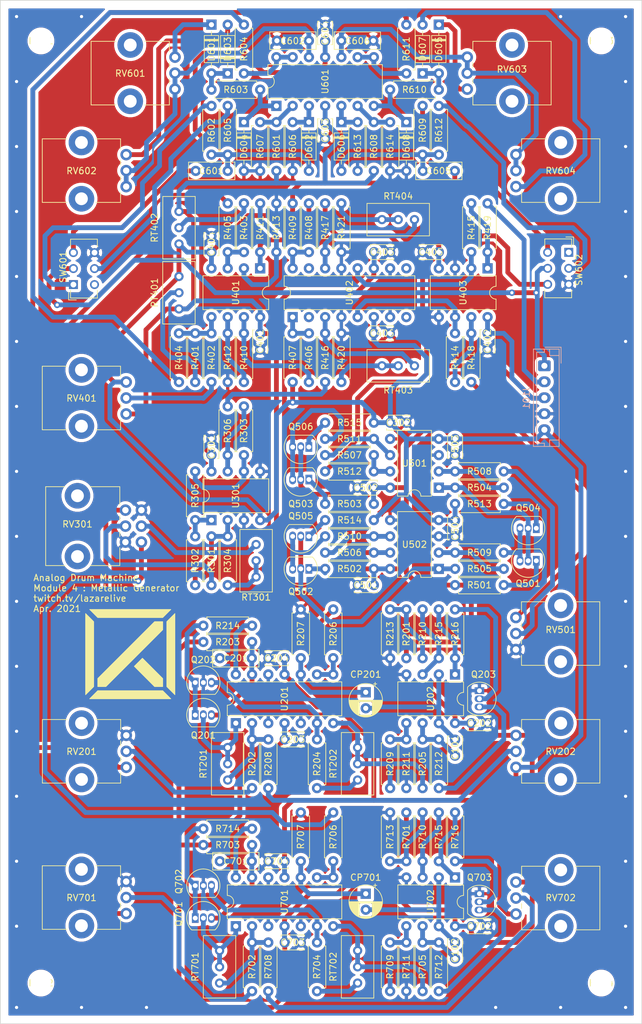
<source format=kicad_pcb>
(kicad_pcb (version 20171130) (host pcbnew "(5.1.5)-3")
  (layers (0 F.Cu signal) (31 B.Cu signal) (34 B.Paste user hide) (35 F.Paste user hide) (36 B.SilkS user) (37 F.SilkS user) (38 B.Mask user) (39 F.Mask user) (44 Edge.Cuts user))
  (net 0 "")
  (net 1 /VCO_A/CONDO_2)
  (net 2 /VCO_A/CONDO_1)
  (net 3 /VCO_B/CONDO_2)
  (net 4 /VCO_B/CONDO_1)
  (net 5 "Net-(C201-Pad2)")
  (net 6 +12V)
  (net 7 GNDA)
  (net 8 -12V)
  (net 9 "Net-(C601-Pad2)")
  (net 10 "Net-(C601-Pad1)")
  (net 11 "Net-(C602-Pad1)")
  (net 12 "Net-(C605-Pad2)")
  (net 13 "Net-(C605-Pad1)")
  (net 14 "Net-(C606-Pad1)")
  (net 15 "Net-(C701-Pad2)")
  (net 16 "Net-(CP201-Pad1)")
  (net 17 "Net-(CP701-Pad1)")
  (net 18 "Net-(D601-Pad2)")
  (net 19 "Net-(D601-Pad1)")
  (net 20 "Net-(D602-Pad1)")
  (net 21 "Net-(D603-Pad2)")
  (net 22 "Net-(D604-Pad1)")
  (net 23 "Net-(D605-Pad2)")
  (net 24 "Net-(D605-Pad1)")
  (net 25 "Net-(D606-Pad1)")
  (net 26 "Net-(D607-Pad2)")
  (net 27 "Net-(D608-Pad1)")
  (net 28 /VCA/VCAB_OUT)
  (net 29 /EG/TRIGGER_IN)
  (net 30 "Net-(Q201-Pad1)")
  (net 31 "Net-(Q201-Pad2)")
  (net 32 "Net-(Q202-Pad3)")
  (net 33 "Net-(Q203-Pad3)")
  (net 34 "Net-(Q203-Pad2)")
  (net 35 "Net-(Q501-Pad1)")
  (net 36 "Net-(Q501-Pad3)")
  (net 37 "Net-(Q501-Pad2)")
  (net 38 "Net-(Q502-Pad1)")
  (net 39 "Net-(Q502-Pad3)")
  (net 40 "Net-(Q502-Pad2)")
  (net 41 "Net-(Q503-Pad1)")
  (net 42 "Net-(Q503-Pad3)")
  (net 43 "Net-(Q503-Pad2)")
  (net 44 "Net-(Q504-Pad1)")
  (net 45 "Net-(Q505-Pad1)")
  (net 46 "Net-(Q506-Pad1)")
  (net 47 "Net-(Q701-Pad1)")
  (net 48 "Net-(Q701-Pad2)")
  (net 49 "Net-(Q702-Pad3)")
  (net 50 "Net-(Q703-Pad3)")
  (net 51 "Net-(Q703-Pad2)")
  (net 52 "Net-(R201-Pad2)")
  (net 53 "Net-(R202-Pad2)")
  (net 54 "Net-(R202-Pad1)")
  (net 55 "Net-(R204-Pad1)")
  (net 56 "Net-(R205-Pad2)")
  (net 57 "Net-(R206-Pad2)")
  (net 58 /XFD/SIGNAL_A)
  (net 59 "Net-(R208-Pad2)")
  (net 60 "Net-(R209-Pad1)")
  (net 61 "Net-(R210-Pad1)")
  (net 62 /VCO_A/SQUARE_OUT)
  (net 63 "Net-(R301-Pad2)")
  (net 64 "Net-(R301-Pad1)")
  (net 65 "Net-(R302-Pad1)")
  (net 66 "Net-(R303-Pad2)")
  (net 67 "Net-(R303-Pad1)")
  (net 68 "Net-(R304-Pad2)")
  (net 69 /XFD/OUTPUT)
  (net 70 "Net-(R401-Pad2)")
  (net 71 "Net-(R401-Pad1)")
  (net 72 "Net-(R402-Pad2)")
  (net 73 "Net-(R403-Pad2)")
  (net 74 "Net-(R403-Pad1)")
  (net 75 /EG/EGA_OUT)
  (net 76 /EG/EGB_OUT)
  (net 77 "Net-(R406-Pad2)")
  (net 78 "Net-(R406-Pad1)")
  (net 79 "Net-(R408-Pad2)")
  (net 80 "Net-(R408-Pad1)")
  (net 81 "Net-(R410-Pad2)")
  (net 82 "Net-(R411-Pad2)")
  (net 83 "Net-(R414-Pad2)")
  (net 84 "Net-(R414-Pad1)")
  (net 85 "Net-(R415-Pad2)")
  (net 86 "Net-(R415-Pad1)")
  (net 87 "Net-(R416-Pad1)")
  (net 88 /VCA/SIGB_IN)
  (net 89 "Net-(R417-Pad1)")
  (net 90 /WVF/SIGNAL_IN)
  (net 91 "Net-(R420-Pad1)")
  (net 92 "Net-(R421-Pad1)")
  (net 93 "Net-(R504-Pad2)")
  (net 94 "Net-(R505-Pad2)")
  (net 95 "Net-(R506-Pad2)")
  (net 96 "Net-(R507-Pad2)")
  (net 97 "Net-(R507-Pad1)")
  (net 98 "Net-(R508-Pad2)")
  (net 99 "Net-(R601-Pad2)")
  (net 100 "Net-(R602-Pad2)")
  (net 101 "Net-(R604-Pad1)")
  (net 102 "Net-(R605-Pad2)")
  (net 103 "Net-(R608-Pad2)")
  (net 104 "Net-(R609-Pad2)")
  (net 105 "Net-(R611-Pad1)")
  (net 106 "Net-(R612-Pad2)")
  (net 107 "Net-(R701-Pad2)")
  (net 108 "Net-(R702-Pad2)")
  (net 109 "Net-(R702-Pad1)")
  (net 110 "Net-(R704-Pad1)")
  (net 111 "Net-(R705-Pad2)")
  (net 112 "Net-(R706-Pad2)")
  (net 113 /XFD/SIGNAL_B)
  (net 114 "Net-(R708-Pad2)")
  (net 115 "Net-(R709-Pad1)")
  (net 116 "Net-(R710-Pad1)")
  (net 117 /VCO_B/SQUARE_OUT)
  (net 118 "Net-(RT301-Pad1)")
  (net 119 "Net-(C201-Pad1)")
  (net 120 "Net-(C701-Pad1)")
  (module Lazare_Aesthetics:Lazare_Logo (layer F.Cu) (at 74.93 127.635)
    (fp_text reference REF** hide)
    (fp_text value Lazare_Logo)
  )
  (module Connector_JST:JST_EH_B5B-EH-A_1x05_P2.50mm_Vertical (layer B.Cu) (at 139.7 82.55 270)
    (fp_text reference J101 (at 5 2.8 90) (layer B.SilkS) (effects (justify mirror)))
    (fp_text value Conn_01x05_Male)
    (pad 5 thru_hole oval (at 10 0 270) (size 1.7 1.95) (drill 0.95) (layers *.Cu *.Mask) (net 8 -12V))
    (pad 4 thru_hole oval (at 7.5 0 270) (size 1.7 1.95) (drill 0.95) (layers *.Cu *.Mask) (net 7 GNDA))
    (pad 3 thru_hole oval (at 5 0 270) (size 1.7 1.95) (drill 0.95) (layers *.Cu *.Mask) (net 6 +12V))
    (pad 2 thru_hole oval (at 2.5 0 270) (size 1.7 1.95) (drill 0.95) (layers *.Cu *.Mask) (net 28 /VCA/VCAB_OUT))
    (pad 1 thru_hole roundrect (at 0 0 270) (size 1.7 1.95) (drill 0.95) (layers *.Cu *.Mask) (roundrect_rratio 0.147059) (net 29 /EG/TRIGGER_IN))
  )
  (module Potentiometer_THT:Potentiometer_Bourns_PTV09A-1_Single_Vertical (layer F.Cu) (at 135.255 54.525)
    (fp_text reference RV604 (at 6.985 -2.455) (layer F.SilkS))
    (fp_text value 1M)
    (pad "" np_thru_hole circle (at 7 1.9) (size 4 4) (drill 2) (layers *.Cu *.Mask))
    (pad "" np_thru_hole circle (at 7 -6.9) (size 4 4) (drill 2) (layers *.Cu *.Mask))
    (pad 1 thru_hole circle (at 0 0) (size 1.8 1.8) (drill 1) (layers *.Cu *.Mask) (net 26 "Net-(D607-Pad2)"))
    (pad 2 thru_hole circle (at 0 -2.5) (size 1.8 1.8) (drill 1) (layers *.Cu *.Mask) (net 14 "Net-(C606-Pad1)"))
    (pad 3 thru_hole circle (at 0 -5) (size 1.8 1.8) (drill 1) (layers *.Cu *.Mask) (net 14 "Net-(C606-Pad1)"))
  )
  (module Potentiometer_THT:Potentiometer_Bourns_PTV09A-1_Single_Vertical (layer F.Cu) (at 74.295 49.53 180)
    (fp_text reference RV602 (at 6.985 -2.54) (layer F.SilkS))
    (fp_text value 1M)
    (pad "" np_thru_hole circle (at 7 1.9 180) (size 4 4) (drill 2) (layers *.Cu *.Mask))
    (pad "" np_thru_hole circle (at 7 -6.9 180) (size 4 4) (drill 2) (layers *.Cu *.Mask))
    (pad 1 thru_hole circle (at 0 0 180) (size 1.8 1.8) (drill 1) (layers *.Cu *.Mask) (net 21 "Net-(D603-Pad2)"))
    (pad 2 thru_hole circle (at 0 -2.5 180) (size 1.8 1.8) (drill 1) (layers *.Cu *.Mask) (net 11 "Net-(C602-Pad1)"))
    (pad 3 thru_hole circle (at 0 -5 180) (size 1.8 1.8) (drill 1) (layers *.Cu *.Mask) (net 11 "Net-(C602-Pad1)"))
  )
  (module Potentiometer_THT:Potentiometer_Bourns_PTV09A-1_Single_Vertical (layer F.Cu) (at 135.255 168.275)
    (fp_text reference RV702 (at 6.985 -2.54) (layer F.SilkS))
    (fp_text value 100k)
    (pad "" np_thru_hole circle (at 7 1.9) (size 4 4) (drill 2) (layers *.Cu *.Mask))
    (pad "" np_thru_hole circle (at 7 -6.9) (size 4 4) (drill 2) (layers *.Cu *.Mask))
    (pad 1 thru_hole circle (at 0 0) (size 1.8 1.8) (drill 1) (layers *.Cu *.Mask) (net 8 -12V))
    (pad 2 thru_hole circle (at 0 -2.5) (size 1.8 1.8) (drill 1) (layers *.Cu *.Mask) (net 114 "Net-(R708-Pad2)"))
    (pad 3 thru_hole circle (at 0 -5) (size 1.8 1.8) (drill 1) (layers *.Cu *.Mask) (net 6 +12V))
  )
  (module Potentiometer_THT:Potentiometer_Bourns_PTV09A-1_Single_Vertical (layer F.Cu) (at 74.295 163.195 180)
    (fp_text reference RV701 (at 6.985 -2.54) (layer F.SilkS))
    (fp_text value 100k)
    (pad "" np_thru_hole circle (at 7 1.9 180) (size 4 4) (drill 2) (layers *.Cu *.Mask))
    (pad "" np_thru_hole circle (at 7 -6.9 180) (size 4 4) (drill 2) (layers *.Cu *.Mask))
    (pad 1 thru_hole circle (at 0 0 180) (size 1.8 1.8) (drill 1) (layers *.Cu *.Mask) (net 7 GNDA))
    (pad 2 thru_hole circle (at 0 -2.5 180) (size 1.8 1.8) (drill 1) (layers *.Cu *.Mask) (net 108 "Net-(R702-Pad2)"))
    (pad 3 thru_hole circle (at 0 -5 180) (size 1.8 1.8) (drill 1) (layers *.Cu *.Mask) (net 76 /EG/EGB_OUT))
  )
  (module Potentiometer_THT:Potentiometer_Bourns_PTV09A-1_Single_Vertical (layer F.Cu) (at 127.635 39.285)
    (fp_text reference RV603 (at 6.985 -3.09) (layer F.SilkS))
    (fp_text value 1M)
    (pad "" np_thru_hole circle (at 7 1.9) (size 4 4) (drill 2) (layers *.Cu *.Mask))
    (pad "" np_thru_hole circle (at 7 -6.9) (size 4 4) (drill 2) (layers *.Cu *.Mask))
    (pad 1 thru_hole circle (at 0 0) (size 1.8 1.8) (drill 1) (layers *.Cu *.Mask) (net 24 "Net-(D605-Pad1)"))
    (pad 2 thru_hole circle (at 0 -2.5) (size 1.8 1.8) (drill 1) (layers *.Cu *.Mask) (net 14 "Net-(C606-Pad1)"))
    (pad 3 thru_hole circle (at 0 -5) (size 1.8 1.8) (drill 1) (layers *.Cu *.Mask) (net 14 "Net-(C606-Pad1)"))
  )
  (module Potentiometer_THT:Potentiometer_Bourns_PTV09A-1_Single_Vertical (layer F.Cu) (at 81.93 34.285 180)
    (fp_text reference RV601 (at 7 -2.545) (layer F.SilkS))
    (fp_text value 1M)
    (pad "" np_thru_hole circle (at 7 1.9 180) (size 4 4) (drill 2) (layers *.Cu *.Mask))
    (pad "" np_thru_hole circle (at 7 -6.9 180) (size 4 4) (drill 2) (layers *.Cu *.Mask))
    (pad 1 thru_hole circle (at 0 0 180) (size 1.8 1.8) (drill 1) (layers *.Cu *.Mask) (net 19 "Net-(D601-Pad1)"))
    (pad 2 thru_hole circle (at 0 -2.5 180) (size 1.8 1.8) (drill 1) (layers *.Cu *.Mask) (net 11 "Net-(C602-Pad1)"))
    (pad 3 thru_hole circle (at 0 -5 180) (size 1.8 1.8) (drill 1) (layers *.Cu *.Mask) (net 11 "Net-(C602-Pad1)"))
  )
  (module Potentiometer_THT:Potentiometer_Bourns_PTV09A-1_Single_Vertical (layer F.Cu) (at 135.24 126.915)
    (fp_text reference RV501 (at 7 -3.09) (layer F.SilkS))
    (fp_text value 100k)
    (pad "" np_thru_hole circle (at 7 1.9) (size 4 4) (drill 2) (layers *.Cu *.Mask))
    (pad "" np_thru_hole circle (at 7 -6.9) (size 4 4) (drill 2) (layers *.Cu *.Mask))
    (pad 1 thru_hole circle (at 0 0) (size 1.8 1.8) (drill 1) (layers *.Cu *.Mask) (net 7 GNDA))
    (pad 2 thru_hole circle (at 0 -2.5) (size 1.8 1.8) (drill 1) (layers *.Cu *.Mask) (net 98 "Net-(R508-Pad2)"))
    (pad 3 thru_hole circle (at 0 -5) (size 1.8 1.8) (drill 1) (layers *.Cu *.Mask) (net 90 /WVF/SIGNAL_IN))
  )
  (module Potentiometer_THT:Potentiometer_Bourns_PTV09A-1_Single_Vertical (layer F.Cu) (at 74.295 85.085 180)
    (fp_text reference RV401 (at 6.985 -2.545) (layer F.SilkS))
    (fp_text value 100k)
    (pad "" np_thru_hole circle (at 7 1.9 180) (size 4 4) (drill 2) (layers *.Cu *.Mask))
    (pad "" np_thru_hole circle (at 7 -6.9 180) (size 4 4) (drill 2) (layers *.Cu *.Mask))
    (pad 1 thru_hole circle (at 0 0 180) (size 1.8 1.8) (drill 1) (layers *.Cu *.Mask) (net 8 -12V))
    (pad 2 thru_hole circle (at 0 -2.5 180) (size 1.8 1.8) (drill 1) (layers *.Cu *.Mask) (net 72 "Net-(R402-Pad2)"))
    (pad 3 thru_hole circle (at 0 -5 180) (size 1.8 1.8) (drill 1) (layers *.Cu *.Mask) (net 6 +12V))
  )
  (module Potentiometer_THT:Potentiometer_Alps_RK09L_Double_Vertical (layer F.Cu) (at 74.175 105.12 180)
    (fp_text reference RV301 (at 7.5 -2.195) (layer F.SilkS))
    (fp_text value 100k)
    (pad "" np_thru_hole circle (at 7.5 2.25 180) (size 4 4) (drill 2) (layers *.Cu *.Mask))
    (pad "" np_thru_hole circle (at 7.5 -7.25 180) (size 4 4) (drill 2) (layers *.Cu *.Mask))
    (pad 4 thru_hole circle (at -2.5 0 180) (size 1.8 1.8) (drill 1) (layers *.Cu *.Mask) (net 7 GNDA))
    (pad 5 thru_hole circle (at -2.5 -2.5 180) (size 1.8 1.8) (drill 1) (layers *.Cu *.Mask) (net 118 "Net-(RT301-Pad1)"))
    (pad 6 thru_hole circle (at -2.5 -5 180) (size 1.8 1.8) (drill 1) (layers *.Cu *.Mask) (net 113 /XFD/SIGNAL_B))
    (pad 1 thru_hole circle (at 0 0 180) (size 1.8 1.8) (drill 1) (layers *.Cu *.Mask) (net 58 /XFD/SIGNAL_A))
    (pad 2 thru_hole circle (at 0 -2.5 180) (size 1.8 1.8) (drill 1) (layers *.Cu *.Mask) (net 63 "Net-(R301-Pad2)"))
    (pad 3 thru_hole circle (at 0 -5 180) (size 1.8 1.8) (drill 1) (layers *.Cu *.Mask) (net 7 GNDA))
  )
  (module Potentiometer_THT:Potentiometer_Bourns_PTV09A-1_Single_Vertical (layer F.Cu) (at 135.255 145.33)
    (fp_text reference RV202 (at 6.985 -2.455) (layer F.SilkS))
    (fp_text value 100k)
    (pad "" np_thru_hole circle (at 7 1.9) (size 4 4) (drill 2) (layers *.Cu *.Mask))
    (pad "" np_thru_hole circle (at 7 -6.9) (size 4 4) (drill 2) (layers *.Cu *.Mask))
    (pad 1 thru_hole circle (at 0 0) (size 1.8 1.8) (drill 1) (layers *.Cu *.Mask) (net 8 -12V))
    (pad 2 thru_hole circle (at 0 -2.5) (size 1.8 1.8) (drill 1) (layers *.Cu *.Mask) (net 59 "Net-(R208-Pad2)"))
    (pad 3 thru_hole circle (at 0 -5) (size 1.8 1.8) (drill 1) (layers *.Cu *.Mask) (net 6 +12V))
  )
  (module Potentiometer_THT:Potentiometer_Bourns_PTV09A-1_Single_Vertical (layer F.Cu) (at 74.31 140.33 180)
    (fp_text reference RV201 (at 7 -2.545) (layer F.SilkS))
    (fp_text value 100k)
    (pad "" np_thru_hole circle (at 7 1.9 180) (size 4 4) (drill 2) (layers *.Cu *.Mask))
    (pad "" np_thru_hole circle (at 7 -6.9 180) (size 4 4) (drill 2) (layers *.Cu *.Mask))
    (pad 1 thru_hole circle (at 0 0 180) (size 1.8 1.8) (drill 1) (layers *.Cu *.Mask) (net 7 GNDA))
    (pad 2 thru_hole circle (at 0 -2.5 180) (size 1.8 1.8) (drill 1) (layers *.Cu *.Mask) (net 53 "Net-(R202-Pad2)"))
    (pad 3 thru_hole circle (at 0 -5 180) (size 1.8 1.8) (drill 1) (layers *.Cu *.Mask) (net 76 /EG/EGB_OUT))
  )
  (module Capacitor_THT:C_Rect_L7.0mm_W2.5mm_P5.00mm (layer F.Cu) (at 93.94 160.02 180)
    (fp_text reference C701 (at 2.5 0) (layer F.SilkS))
    (fp_text value 1n)
    (pad 2 thru_hole circle (at 5 0 180) (size 1.6 1.6) (drill 0.8) (layers *.Cu *.Mask) (net 15 "Net-(C701-Pad2)"))
    (pad 1 thru_hole circle (at 0 0 180) (size 1.6 1.6) (drill 0.8) (layers *.Cu *.Mask) (net 120 "Net-(C701-Pad1)"))
  )
  (module Capacitor_THT:C_Rect_L7.0mm_W2.5mm_P5.00mm (layer F.Cu) (at 107.95 31.71)
    (fp_text reference C606 (at 2.54 0.04) (layer F.SilkS))
    (fp_text value 1µ)
    (pad 2 thru_hole circle (at 5 0) (size 1.6 1.6) (drill 0.8) (layers *.Cu *.Mask) (net 7 GNDA))
    (pad 1 thru_hole circle (at 0 0) (size 1.6 1.6) (drill 0.8) (layers *.Cu *.Mask) (net 14 "Net-(C606-Pad1)"))
  )
  (module Capacitor_THT:C_Rect_L7.0mm_W2.5mm_P5.00mm (layer F.Cu) (at 120.69 52.07)
    (fp_text reference C605 (at 2.5 0) (layer F.SilkS))
    (fp_text value 100n)
    (pad 2 thru_hole circle (at 5 0) (size 1.6 1.6) (drill 0.8) (layers *.Cu *.Mask) (net 12 "Net-(C605-Pad2)"))
    (pad 1 thru_hole circle (at 0 0) (size 1.6 1.6) (drill 0.8) (layers *.Cu *.Mask) (net 13 "Net-(C605-Pad1)"))
  )
  (module Capacitor_THT:C_Rect_L7.0mm_W2.5mm_P5.00mm (layer F.Cu) (at 102.87 31.71 180)
    (fp_text reference C602 (at 2.54 -0.04) (layer F.SilkS))
    (fp_text value 1µ)
    (pad 2 thru_hole circle (at 5 0 180) (size 1.6 1.6) (drill 0.8) (layers *.Cu *.Mask) (net 7 GNDA))
    (pad 1 thru_hole circle (at 0 0 180) (size 1.6 1.6) (drill 0.8) (layers *.Cu *.Mask) (net 11 "Net-(C602-Pad1)"))
  )
  (module Capacitor_THT:C_Rect_L7.0mm_W2.5mm_P5.00mm (layer F.Cu) (at 90.17 52.07 180)
    (fp_text reference C601 (at 2.54 0) (layer F.SilkS))
    (fp_text value 100n)
    (pad 2 thru_hole circle (at 5 0 180) (size 1.6 1.6) (drill 0.8) (layers *.Cu *.Mask) (net 9 "Net-(C601-Pad2)"))
    (pad 1 thru_hole circle (at 0 0 180) (size 1.6 1.6) (drill 0.8) (layers *.Cu *.Mask) (net 10 "Net-(C601-Pad1)"))
  )
  (module Capacitor_THT:C_Rect_L7.0mm_W2.5mm_P5.00mm (layer F.Cu) (at 93.94 128.27 180)
    (fp_text reference C201 (at 2.5 0) (layer F.SilkS))
    (fp_text value 1n)
    (pad 2 thru_hole circle (at 5 0 180) (size 1.6 1.6) (drill 0.8) (layers *.Cu *.Mask) (net 5 "Net-(C201-Pad2)"))
    (pad 1 thru_hole circle (at 0 0 180) (size 1.6 1.6) (drill 0.8) (layers *.Cu *.Mask) (net 119 "Net-(C201-Pad1)"))
  )
  (module Package_DIP:DIP-14_W7.62mm (layer F.Cu) (at 91.44 170.18 90)
    (fp_text reference U701 (at 3.81 7.62 90) (layer F.SilkS))
    (fp_text value TL074)
    (pad 14 thru_hole oval (at 7.62 0 90) (size 1.6 1.6) (drill 0.8) (layers *.Cu *.Mask) (net 15 "Net-(C701-Pad2)"))
    (pad 7 thru_hole oval (at 0 15.24 90) (size 1.6 1.6) (drill 0.8) (layers *.Cu *.Mask) (net 111 "Net-(R705-Pad2)"))
    (pad 13 thru_hole oval (at 7.62 2.54 90) (size 1.6 1.6) (drill 0.8) (layers *.Cu *.Mask) (net 120 "Net-(C701-Pad1)"))
    (pad 6 thru_hole oval (at 0 12.7 90) (size 1.6 1.6) (drill 0.8) (layers *.Cu *.Mask) (net 49 "Net-(Q702-Pad3)"))
    (pad 12 thru_hole oval (at 7.62 5.08 90) (size 1.6 1.6) (drill 0.8) (layers *.Cu *.Mask) (net 7 GNDA))
    (pad 5 thru_hole oval (at 0 10.16 90) (size 1.6 1.6) (drill 0.8) (layers *.Cu *.Mask) (net 7 GNDA))
    (pad 11 thru_hole oval (at 7.62 7.62 90) (size 1.6 1.6) (drill 0.8) (layers *.Cu *.Mask) (net 8 -12V))
    (pad 4 thru_hole oval (at 0 7.62 90) (size 1.6 1.6) (drill 0.8) (layers *.Cu *.Mask) (net 6 +12V))
    (pad 10 thru_hole oval (at 7.62 10.16 90) (size 1.6 1.6) (drill 0.8) (layers *.Cu *.Mask) (net 17 "Net-(CP701-Pad1)"))
    (pad 3 thru_hole oval (at 0 5.08 90) (size 1.6 1.6) (drill 0.8) (layers *.Cu *.Mask) (net 7 GNDA))
    (pad 9 thru_hole oval (at 7.62 12.7 90) (size 1.6 1.6) (drill 0.8) (layers *.Cu *.Mask) (net 112 "Net-(R706-Pad2)"))
    (pad 2 thru_hole oval (at 0 2.54 90) (size 1.6 1.6) (drill 0.8) (layers *.Cu *.Mask) (net 109 "Net-(R702-Pad1)"))
    (pad 8 thru_hole oval (at 7.62 15.24 90) (size 1.6 1.6) (drill 0.8) (layers *.Cu *.Mask) (net 112 "Net-(R706-Pad2)"))
    (pad 1 thru_hole rect (at 0 0 90) (size 1.6 1.6) (drill 0.8) (layers *.Cu *.Mask) (net 48 "Net-(Q701-Pad2)"))
  )
  (module MountingHole:MountingHole_3.2mm_M3 (layer F.Cu) (at 148.59 179.07)
    (fp_text reference H104 (at 0 0) (layer F.SilkS))
    (fp_text value MountingHole)
    (pad 1 np_thru_hole circle (at 0 0) (size 3.2 3.2) (drill 3.2) (layers *.Cu *.Mask))
  )
  (module MountingHole:MountingHole_3.2mm_M3 (layer F.Cu) (at 148.59 31.75)
    (fp_text reference H103 (at 0 0) (layer F.SilkS))
    (fp_text value MountingHole)
    (pad 1 np_thru_hole circle (at 0 0) (size 3.2 3.2) (drill 3.2) (layers *.Cu *.Mask))
  )
  (module MountingHole:MountingHole_3.2mm_M3 (layer F.Cu) (at 60.96 179.07)
    (fp_text reference H102 (at 0 0) (layer F.SilkS))
    (fp_text value MountingHole)
    (pad 1 np_thru_hole circle (at 0 0) (size 3.2 3.2) (drill 3.2) (layers *.Cu *.Mask))
  )
  (module MountingHole:MountingHole_3.2mm_M3 (layer F.Cu) (at 60.96 31.75)
    (fp_text reference H101 (at 0 0) (layer F.SilkS))
    (fp_text value MountingHole)
    (pad 1 np_thru_hole circle (at 0 0) (size 3.2 3.2) (drill 3.2) (layers *.Cu *.Mask))
  )
  (module Button_Switch_THT:SW_CuK_JS202011CQN_DPDT_Straight (layer F.Cu) (at 143.51 64.81 270)
    (fp_text reference SW602 (at 2.75 -1.6 90) (layer F.SilkS))
    (fp_text value SW_DPDT_x2)
    (pad 6 thru_hole circle (at 5 3.3 270) (size 1.4 1.4) (drill 0.9) (layers *.Cu *.Mask) (net 12 "Net-(C605-Pad2)"))
    (pad 5 thru_hole circle (at 2.5 3.3 270) (size 1.4 1.4) (drill 0.9) (layers *.Cu *.Mask) (net 29 /EG/TRIGGER_IN))
    (pad 4 thru_hole circle (at 0 3.3 270) (size 1.4 1.4) (drill 0.9) (layers *.Cu *.Mask) (net 104 "Net-(R609-Pad2)"))
    (pad 3 thru_hole circle (at 5 0 270) (size 1.4 1.4) (drill 0.9) (layers *.Cu *.Mask) (net 7 GNDA))
    (pad 2 thru_hole circle (at 2.5 0 270) (size 1.4 1.4) (drill 0.9) (layers *.Cu *.Mask) (net 106 "Net-(R612-Pad2)"))
    (pad 1 thru_hole rect (at 0 0 270) (size 1.4 1.4) (drill 0.9) (layers *.Cu *.Mask))
  )
  (module Package_DIP:DIP-8_W7.62mm (layer F.Cu) (at 125.73 162.56 270)
    (fp_text reference U702 (at 3.81 3.81 90) (layer F.SilkS))
    (fp_text value LM358)
    (pad 8 thru_hole oval (at 7.62 0 270) (size 1.6 1.6) (drill 0.8) (layers *.Cu *.Mask) (net 6 +12V))
    (pad 4 thru_hole oval (at 0 7.62 270) (size 1.6 1.6) (drill 0.8) (layers *.Cu *.Mask) (net 7 GNDA))
    (pad 7 thru_hole oval (at 7.62 2.54 270) (size 1.6 1.6) (drill 0.8) (layers *.Cu *.Mask) (net 3 /VCO_B/CONDO_2))
    (pad 3 thru_hole oval (at 0 5.08 270) (size 1.6 1.6) (drill 0.8) (layers *.Cu *.Mask) (net 116 "Net-(R710-Pad1)"))
    (pad 6 thru_hole oval (at 7.62 5.08 270) (size 1.6 1.6) (drill 0.8) (layers *.Cu *.Mask) (net 4 /VCO_B/CONDO_1))
    (pad 2 thru_hole oval (at 0 2.54 270) (size 1.6 1.6) (drill 0.8) (layers *.Cu *.Mask) (net 3 /VCO_B/CONDO_2))
    (pad 5 thru_hole oval (at 7.62 7.62 270) (size 1.6 1.6) (drill 0.8) (layers *.Cu *.Mask) (net 115 "Net-(R709-Pad1)"))
    (pad 1 thru_hole rect (at 0 0 270) (size 1.6 1.6) (drill 0.8) (layers *.Cu *.Mask) (net 117 /VCO_B/SQUARE_OUT))
  )
  (module Package_DIP:DIP-14_W7.62mm (layer F.Cu) (at 97.79 41.91 90)
    (fp_text reference U601 (at 3.81 7.62 90) (layer F.SilkS))
    (fp_text value TL074)
    (pad 14 thru_hole oval (at 7.62 0 90) (size 1.6 1.6) (drill 0.8) (layers *.Cu *.Mask) (net 101 "Net-(R604-Pad1)"))
    (pad 7 thru_hole oval (at 0 15.24 90) (size 1.6 1.6) (drill 0.8) (layers *.Cu *.Mask) (net 27 "Net-(D608-Pad1)"))
    (pad 13 thru_hole oval (at 7.62 2.54 90) (size 1.6 1.6) (drill 0.8) (layers *.Cu *.Mask) (net 101 "Net-(R604-Pad1)"))
    (pad 6 thru_hole oval (at 0 12.7 90) (size 1.6 1.6) (drill 0.8) (layers *.Cu *.Mask) (net 103 "Net-(R608-Pad2)"))
    (pad 12 thru_hole oval (at 7.62 5.08 90) (size 1.6 1.6) (drill 0.8) (layers *.Cu *.Mask) (net 11 "Net-(C602-Pad1)"))
    (pad 5 thru_hole oval (at 0 10.16 90) (size 1.6 1.6) (drill 0.8) (layers *.Cu *.Mask) (net 25 "Net-(D606-Pad1)"))
    (pad 11 thru_hole oval (at 7.62 7.62 90) (size 1.6 1.6) (drill 0.8) (layers *.Cu *.Mask) (net 8 -12V))
    (pad 4 thru_hole oval (at 0 7.62 90) (size 1.6 1.6) (drill 0.8) (layers *.Cu *.Mask) (net 6 +12V))
    (pad 10 thru_hole oval (at 7.62 10.16 90) (size 1.6 1.6) (drill 0.8) (layers *.Cu *.Mask) (net 14 "Net-(C606-Pad1)"))
    (pad 3 thru_hole oval (at 0 5.08 90) (size 1.6 1.6) (drill 0.8) (layers *.Cu *.Mask) (net 20 "Net-(D602-Pad1)"))
    (pad 9 thru_hole oval (at 7.62 12.7 90) (size 1.6 1.6) (drill 0.8) (layers *.Cu *.Mask) (net 105 "Net-(R611-Pad1)"))
    (pad 2 thru_hole oval (at 0 2.54 90) (size 1.6 1.6) (drill 0.8) (layers *.Cu *.Mask) (net 99 "Net-(R601-Pad2)"))
    (pad 8 thru_hole oval (at 7.62 15.24 90) (size 1.6 1.6) (drill 0.8) (layers *.Cu *.Mask) (net 105 "Net-(R611-Pad1)"))
    (pad 1 thru_hole rect (at 0 0 90) (size 1.6 1.6) (drill 0.8) (layers *.Cu *.Mask) (net 22 "Net-(D604-Pad1)"))
  )
  (module Package_DIP:DIP-8_W7.62mm (layer F.Cu) (at 123.19 114.3 180)
    (fp_text reference U502 (at 3.81 3.81) (layer F.SilkS))
    (fp_text value NE5532)
    (pad 8 thru_hole oval (at 7.62 0 180) (size 1.6 1.6) (drill 0.8) (layers *.Cu *.Mask) (net 6 +12V))
    (pad 4 thru_hole oval (at 0 7.62 180) (size 1.6 1.6) (drill 0.8) (layers *.Cu *.Mask) (net 8 -12V))
    (pad 7 thru_hole oval (at 7.62 2.54 180) (size 1.6 1.6) (drill 0.8) (layers *.Cu *.Mask) (net 43 "Net-(Q503-Pad2)"))
    (pad 3 thru_hole oval (at 0 5.08 180) (size 1.6 1.6) (drill 0.8) (layers *.Cu *.Mask) (net 7 GNDA))
    (pad 6 thru_hole oval (at 7.62 5.08 180) (size 1.6 1.6) (drill 0.8) (layers *.Cu *.Mask) (net 95 "Net-(R506-Pad2)"))
    (pad 2 thru_hole oval (at 0 2.54 180) (size 1.6 1.6) (drill 0.8) (layers *.Cu *.Mask) (net 94 "Net-(R505-Pad2)"))
    (pad 5 thru_hole oval (at 7.62 7.62 180) (size 1.6 1.6) (drill 0.8) (layers *.Cu *.Mask) (net 7 GNDA))
    (pad 1 thru_hole rect (at 0 0 180) (size 1.6 1.6) (drill 0.8) (layers *.Cu *.Mask) (net 40 "Net-(Q502-Pad2)"))
  )
  (module Package_DIP:DIP-8_W7.62mm (layer F.Cu) (at 123.19 101.6 180)
    (fp_text reference U501 (at 3.81 3.81) (layer F.SilkS))
    (fp_text value NE5532)
    (pad 8 thru_hole oval (at 7.62 0 180) (size 1.6 1.6) (drill 0.8) (layers *.Cu *.Mask) (net 6 +12V))
    (pad 4 thru_hole oval (at 0 7.62 180) (size 1.6 1.6) (drill 0.8) (layers *.Cu *.Mask) (net 8 -12V))
    (pad 7 thru_hole oval (at 7.62 2.54 180) (size 1.6 1.6) (drill 0.8) (layers *.Cu *.Mask) (net 97 "Net-(R507-Pad1)"))
    (pad 3 thru_hole oval (at 0 5.08 180) (size 1.6 1.6) (drill 0.8) (layers *.Cu *.Mask) (net 7 GNDA))
    (pad 6 thru_hole oval (at 7.62 5.08 180) (size 1.6 1.6) (drill 0.8) (layers *.Cu *.Mask) (net 96 "Net-(R507-Pad2)"))
    (pad 2 thru_hole oval (at 0 2.54 180) (size 1.6 1.6) (drill 0.8) (layers *.Cu *.Mask) (net 93 "Net-(R504-Pad2)"))
    (pad 5 thru_hole oval (at 7.62 7.62 180) (size 1.6 1.6) (drill 0.8) (layers *.Cu *.Mask) (net 7 GNDA))
    (pad 1 thru_hole rect (at 0 0 180) (size 1.6 1.6) (drill 0.8) (layers *.Cu *.Mask) (net 37 "Net-(Q501-Pad2)"))
  )
  (module Package_DIP:DIP-8_W7.62mm (layer F.Cu) (at 130.81 67.31 270)
    (fp_text reference U403 (at 3.81 3.81 90) (layer F.SilkS))
    (fp_text value NE5532)
    (pad 8 thru_hole oval (at 7.62 0 270) (size 1.6 1.6) (drill 0.8) (layers *.Cu *.Mask) (net 6 +12V))
    (pad 4 thru_hole oval (at 0 7.62 270) (size 1.6 1.6) (drill 0.8) (layers *.Cu *.Mask) (net 8 -12V))
    (pad 7 thru_hole oval (at 7.62 2.54 270) (size 1.6 1.6) (drill 0.8) (layers *.Cu *.Mask) (net 84 "Net-(R414-Pad1)"))
    (pad 3 thru_hole oval (at 0 5.08 270) (size 1.6 1.6) (drill 0.8) (layers *.Cu *.Mask) (net 7 GNDA))
    (pad 6 thru_hole oval (at 7.62 5.08 270) (size 1.6 1.6) (drill 0.8) (layers *.Cu *.Mask) (net 83 "Net-(R414-Pad2)"))
    (pad 2 thru_hole oval (at 0 2.54 270) (size 1.6 1.6) (drill 0.8) (layers *.Cu *.Mask) (net 85 "Net-(R415-Pad2)"))
    (pad 5 thru_hole oval (at 7.62 7.62 270) (size 1.6 1.6) (drill 0.8) (layers *.Cu *.Mask) (net 7 GNDA))
    (pad 1 thru_hole rect (at 0 0 270) (size 1.6 1.6) (drill 0.8) (layers *.Cu *.Mask) (net 86 "Net-(R415-Pad1)"))
  )
  (module Package_DIP:DIP-16_W7.62mm (layer F.Cu) (at 100.33 74.93 90)
    (fp_text reference U402 (at 3.81 8.89 90) (layer F.SilkS))
    (fp_text value LM13700)
    (pad 16 thru_hole oval (at 7.62 0 90) (size 1.6 1.6) (drill 0.8) (layers *.Cu *.Mask) (net 80 "Net-(R408-Pad1)"))
    (pad 8 thru_hole oval (at 0 17.78 90) (size 1.6 1.6) (drill 0.8) (layers *.Cu *.Mask))
    (pad 15 thru_hole oval (at 7.62 2.54 90) (size 1.6 1.6) (drill 0.8) (layers *.Cu *.Mask))
    (pad 7 thru_hole oval (at 0 15.24 90) (size 1.6 1.6) (drill 0.8) (layers *.Cu *.Mask) (net 7 GNDA))
    (pad 14 thru_hole oval (at 7.62 5.08 90) (size 1.6 1.6) (drill 0.8) (layers *.Cu *.Mask) (net 89 "Net-(R417-Pad1)"))
    (pad 6 thru_hole oval (at 0 12.7 90) (size 1.6 1.6) (drill 0.8) (layers *.Cu *.Mask) (net 8 -12V))
    (pad 13 thru_hole oval (at 7.62 7.62 90) (size 1.6 1.6) (drill 0.8) (layers *.Cu *.Mask) (net 7 GNDA))
    (pad 5 thru_hole oval (at 0 10.16 90) (size 1.6 1.6) (drill 0.8) (layers *.Cu *.Mask) (net 83 "Net-(R414-Pad2)"))
    (pad 12 thru_hole oval (at 7.62 10.16 90) (size 1.6 1.6) (drill 0.8) (layers *.Cu *.Mask) (net 85 "Net-(R415-Pad2)"))
    (pad 4 thru_hole oval (at 0 7.62 90) (size 1.6 1.6) (drill 0.8) (layers *.Cu *.Mask) (net 7 GNDA))
    (pad 11 thru_hole oval (at 7.62 12.7 90) (size 1.6 1.6) (drill 0.8) (layers *.Cu *.Mask) (net 6 +12V))
    (pad 3 thru_hole oval (at 0 5.08 90) (size 1.6 1.6) (drill 0.8) (layers *.Cu *.Mask) (net 87 "Net-(R416-Pad1)"))
    (pad 10 thru_hole oval (at 7.62 15.24 90) (size 1.6 1.6) (drill 0.8) (layers *.Cu *.Mask) (net 7 GNDA))
    (pad 2 thru_hole oval (at 0 2.54 90) (size 1.6 1.6) (drill 0.8) (layers *.Cu *.Mask))
    (pad 9 thru_hole oval (at 7.62 17.78 90) (size 1.6 1.6) (drill 0.8) (layers *.Cu *.Mask))
    (pad 1 thru_hole rect (at 0 0 90) (size 1.6 1.6) (drill 0.8) (layers *.Cu *.Mask) (net 78 "Net-(R406-Pad1)"))
  )
  (module Package_DIP:DIP-8_W7.62mm (layer F.Cu) (at 95.25 67.31 270)
    (fp_text reference U401 (at 3.81 3.81 90) (layer F.SilkS))
    (fp_text value NE5532)
    (pad 8 thru_hole oval (at 7.62 0 270) (size 1.6 1.6) (drill 0.8) (layers *.Cu *.Mask) (net 6 +12V))
    (pad 4 thru_hole oval (at 0 7.62 270) (size 1.6 1.6) (drill 0.8) (layers *.Cu *.Mask) (net 8 -12V))
    (pad 7 thru_hole oval (at 7.62 2.54 270) (size 1.6 1.6) (drill 0.8) (layers *.Cu *.Mask) (net 77 "Net-(R406-Pad2)"))
    (pad 3 thru_hole oval (at 0 5.08 270) (size 1.6 1.6) (drill 0.8) (layers *.Cu *.Mask) (net 74 "Net-(R403-Pad1)"))
    (pad 6 thru_hole oval (at 7.62 5.08 270) (size 1.6 1.6) (drill 0.8) (layers *.Cu *.Mask) (net 81 "Net-(R410-Pad2)"))
    (pad 2 thru_hole oval (at 0 2.54 270) (size 1.6 1.6) (drill 0.8) (layers *.Cu *.Mask) (net 82 "Net-(R411-Pad2)"))
    (pad 5 thru_hole oval (at 7.62 7.62 270) (size 1.6 1.6) (drill 0.8) (layers *.Cu *.Mask) (net 71 "Net-(R401-Pad1)"))
    (pad 1 thru_hole rect (at 0 0 270) (size 1.6 1.6) (drill 0.8) (layers *.Cu *.Mask) (net 79 "Net-(R408-Pad2)"))
  )
  (module Package_DIP:DIP-8_W7.62mm (layer F.Cu) (at 87.63 106.68 90)
    (fp_text reference U301 (at 3.81 3.81 90) (layer F.SilkS))
    (fp_text value NE5532)
    (pad 8 thru_hole oval (at 7.62 0 90) (size 1.6 1.6) (drill 0.8) (layers *.Cu *.Mask) (net 6 +12V))
    (pad 4 thru_hole oval (at 0 7.62 90) (size 1.6 1.6) (drill 0.8) (layers *.Cu *.Mask) (net 8 -12V))
    (pad 7 thru_hole oval (at 7.62 2.54 90) (size 1.6 1.6) (drill 0.8) (layers *.Cu *.Mask) (net 67 "Net-(R303-Pad1)"))
    (pad 3 thru_hole oval (at 0 5.08 90) (size 1.6 1.6) (drill 0.8) (layers *.Cu *.Mask) (net 7 GNDA))
    (pad 6 thru_hole oval (at 7.62 5.08 90) (size 1.6 1.6) (drill 0.8) (layers *.Cu *.Mask) (net 66 "Net-(R303-Pad2)"))
    (pad 2 thru_hole oval (at 0 2.54 90) (size 1.6 1.6) (drill 0.8) (layers *.Cu *.Mask) (net 64 "Net-(R301-Pad1)"))
    (pad 5 thru_hole oval (at 7.62 7.62 90) (size 1.6 1.6) (drill 0.8) (layers *.Cu *.Mask) (net 7 GNDA))
    (pad 1 thru_hole rect (at 0 0 90) (size 1.6 1.6) (drill 0.8) (layers *.Cu *.Mask) (net 65 "Net-(R302-Pad1)"))
  )
  (module Package_DIP:DIP-8_W7.62mm (layer F.Cu) (at 125.73 130.81 270)
    (fp_text reference U202 (at 3.81 3.81 90) (layer F.SilkS))
    (fp_text value LM358)
    (pad 8 thru_hole oval (at 7.62 0 270) (size 1.6 1.6) (drill 0.8) (layers *.Cu *.Mask) (net 6 +12V))
    (pad 4 thru_hole oval (at 0 7.62 270) (size 1.6 1.6) (drill 0.8) (layers *.Cu *.Mask) (net 7 GNDA))
    (pad 7 thru_hole oval (at 7.62 2.54 270) (size 1.6 1.6) (drill 0.8) (layers *.Cu *.Mask) (net 1 /VCO_A/CONDO_2))
    (pad 3 thru_hole oval (at 0 5.08 270) (size 1.6 1.6) (drill 0.8) (layers *.Cu *.Mask) (net 61 "Net-(R210-Pad1)"))
    (pad 6 thru_hole oval (at 7.62 5.08 270) (size 1.6 1.6) (drill 0.8) (layers *.Cu *.Mask) (net 2 /VCO_A/CONDO_1))
    (pad 2 thru_hole oval (at 0 2.54 270) (size 1.6 1.6) (drill 0.8) (layers *.Cu *.Mask) (net 1 /VCO_A/CONDO_2))
    (pad 5 thru_hole oval (at 7.62 7.62 270) (size 1.6 1.6) (drill 0.8) (layers *.Cu *.Mask) (net 60 "Net-(R209-Pad1)"))
    (pad 1 thru_hole rect (at 0 0 270) (size 1.6 1.6) (drill 0.8) (layers *.Cu *.Mask) (net 62 /VCO_A/SQUARE_OUT))
  )
  (module Package_DIP:DIP-14_W7.62mm (layer F.Cu) (at 91.44 138.43 90)
    (fp_text reference U201 (at 3.81 7.62 90) (layer F.SilkS))
    (fp_text value TL074)
    (pad 14 thru_hole oval (at 7.62 0 90) (size 1.6 1.6) (drill 0.8) (layers *.Cu *.Mask) (net 5 "Net-(C201-Pad2)"))
    (pad 7 thru_hole oval (at 0 15.24 90) (size 1.6 1.6) (drill 0.8) (layers *.Cu *.Mask) (net 56 "Net-(R205-Pad2)"))
    (pad 13 thru_hole oval (at 7.62 2.54 90) (size 1.6 1.6) (drill 0.8) (layers *.Cu *.Mask) (net 119 "Net-(C201-Pad1)"))
    (pad 6 thru_hole oval (at 0 12.7 90) (size 1.6 1.6) (drill 0.8) (layers *.Cu *.Mask) (net 32 "Net-(Q202-Pad3)"))
    (pad 12 thru_hole oval (at 7.62 5.08 90) (size 1.6 1.6) (drill 0.8) (layers *.Cu *.Mask) (net 7 GNDA))
    (pad 5 thru_hole oval (at 0 10.16 90) (size 1.6 1.6) (drill 0.8) (layers *.Cu *.Mask) (net 7 GNDA))
    (pad 11 thru_hole oval (at 7.62 7.62 90) (size 1.6 1.6) (drill 0.8) (layers *.Cu *.Mask) (net 8 -12V))
    (pad 4 thru_hole oval (at 0 7.62 90) (size 1.6 1.6) (drill 0.8) (layers *.Cu *.Mask) (net 6 +12V))
    (pad 10 thru_hole oval (at 7.62 10.16 90) (size 1.6 1.6) (drill 0.8) (layers *.Cu *.Mask) (net 16 "Net-(CP201-Pad1)"))
    (pad 3 thru_hole oval (at 0 5.08 90) (size 1.6 1.6) (drill 0.8) (layers *.Cu *.Mask) (net 7 GNDA))
    (pad 9 thru_hole oval (at 7.62 12.7 90) (size 1.6 1.6) (drill 0.8) (layers *.Cu *.Mask) (net 57 "Net-(R206-Pad2)"))
    (pad 2 thru_hole oval (at 0 2.54 90) (size 1.6 1.6) (drill 0.8) (layers *.Cu *.Mask) (net 54 "Net-(R202-Pad1)"))
    (pad 8 thru_hole oval (at 7.62 15.24 90) (size 1.6 1.6) (drill 0.8) (layers *.Cu *.Mask) (net 57 "Net-(R206-Pad2)"))
    (pad 1 thru_hole rect (at 0 0 90) (size 1.6 1.6) (drill 0.8) (layers *.Cu *.Mask) (net 31 "Net-(Q201-Pad2)"))
  )
  (module Button_Switch_THT:SW_CuK_JS202011CQN_DPDT_Straight (layer F.Cu) (at 66.04 69.85 90)
    (fp_text reference SW601 (at 2.75 -1.6 90) (layer F.SilkS))
    (fp_text value SW_DPDT_x2)
    (pad 6 thru_hole circle (at 5 3.3 90) (size 1.4 1.4) (drill 0.9) (layers *.Cu *.Mask) (net 7 GNDA))
    (pad 5 thru_hole circle (at 2.5 3.3 90) (size 1.4 1.4) (drill 0.9) (layers *.Cu *.Mask) (net 102 "Net-(R605-Pad2)"))
    (pad 4 thru_hole circle (at 0 3.3 90) (size 1.4 1.4) (drill 0.9) (layers *.Cu *.Mask))
    (pad 3 thru_hole circle (at 5 0 90) (size 1.4 1.4) (drill 0.9) (layers *.Cu *.Mask) (net 9 "Net-(C601-Pad2)"))
    (pad 2 thru_hole circle (at 2.5 0 90) (size 1.4 1.4) (drill 0.9) (layers *.Cu *.Mask) (net 29 /EG/TRIGGER_IN))
    (pad 1 thru_hole rect (at 0 0 90) (size 1.4 1.4) (drill 0.9) (layers *.Cu *.Mask) (net 100 "Net-(R602-Pad2)"))
  )
  (module Potentiometer_THT:Potentiometer_Bourns_3296W_Vertical (layer F.Cu) (at 110.49 179.07 270)
    (fp_text reference RT702 (at -2.54 3.81 90) (layer F.SilkS))
    (fp_text value 10k)
    (pad 3 thru_hole circle (at -5.08 0 270) (size 1.44 1.44) (drill 0.8) (layers *.Cu *.Mask) (net 111 "Net-(R705-Pad2)"))
    (pad 2 thru_hole circle (at -2.54 0 270) (size 1.44 1.44) (drill 0.8) (layers *.Cu *.Mask) (net 111 "Net-(R705-Pad2)"))
    (pad 1 thru_hole circle (at 0 0 270) (size 1.44 1.44) (drill 0.8) (layers *.Cu *.Mask) (net 110 "Net-(R704-Pad1)"))
  )
  (module Potentiometer_THT:Potentiometer_Bourns_3296W_Vertical (layer F.Cu) (at 88.9 179.07 270)
    (fp_text reference RT701 (at -2.54 3.81 90) (layer F.SilkS))
    (fp_text value 10k)
    (pad 3 thru_hole circle (at -5.08 0 270) (size 1.44 1.44) (drill 0.8) (layers *.Cu *.Mask) (net 48 "Net-(Q701-Pad2)"))
    (pad 2 thru_hole circle (at -2.54 0 270) (size 1.44 1.44) (drill 0.8) (layers *.Cu *.Mask) (net 48 "Net-(Q701-Pad2)"))
    (pad 1 thru_hole circle (at 0 0 270) (size 1.44 1.44) (drill 0.8) (layers *.Cu *.Mask) (net 109 "Net-(R702-Pad1)"))
  )
  (module Potentiometer_THT:Potentiometer_Bourns_3296W_Vertical (layer F.Cu) (at 119.38 59.69)
    (fp_text reference RT404 (at -2.54 -3.66) (layer F.SilkS))
    (fp_text value 2k)
    (pad 3 thru_hole circle (at -5.08 0) (size 1.44 1.44) (drill 0.8) (layers *.Cu *.Mask) (net 92 "Net-(R421-Pad1)"))
    (pad 2 thru_hole circle (at -2.54 0) (size 1.44 1.44) (drill 0.8) (layers *.Cu *.Mask) (net 92 "Net-(R421-Pad1)"))
    (pad 1 thru_hole circle (at 0 0) (size 1.44 1.44) (drill 0.8) (layers *.Cu *.Mask) (net 89 "Net-(R417-Pad1)"))
  )
  (module Potentiometer_THT:Potentiometer_Bourns_3296W_Vertical (layer F.Cu) (at 119.38 82.55)
    (fp_text reference RT403 (at -2.54 3.81) (layer F.SilkS))
    (fp_text value 2k)
    (pad 3 thru_hole circle (at -5.08 0) (size 1.44 1.44) (drill 0.8) (layers *.Cu *.Mask) (net 91 "Net-(R420-Pad1)"))
    (pad 2 thru_hole circle (at -2.54 0) (size 1.44 1.44) (drill 0.8) (layers *.Cu *.Mask) (net 91 "Net-(R420-Pad1)"))
    (pad 1 thru_hole circle (at 0 0) (size 1.44 1.44) (drill 0.8) (layers *.Cu *.Mask) (net 87 "Net-(R416-Pad1)"))
  )
  (module Potentiometer_THT:Potentiometer_Bourns_3296W_Vertical (layer F.Cu) (at 82.55 58.42 90)
    (fp_text reference RT402 (at -2.54 -3.81 90) (layer F.SilkS))
    (fp_text value 100k)
    (pad 3 thru_hole circle (at -5.08 0 90) (size 1.44 1.44) (drill 0.8) (layers *.Cu *.Mask) (net 8 -12V))
    (pad 2 thru_hole circle (at -2.54 0 90) (size 1.44 1.44) (drill 0.8) (layers *.Cu *.Mask) (net 73 "Net-(R403-Pad2)"))
    (pad 1 thru_hole circle (at 0 0 90) (size 1.44 1.44) (drill 0.8) (layers *.Cu *.Mask) (net 6 +12V))
  )
  (module Potentiometer_THT:Potentiometer_Bourns_3296W_Vertical (layer F.Cu) (at 82.55 73.66 270)
    (fp_text reference RT401 (at -2.54 3.81 90) (layer F.SilkS))
    (fp_text value 100k)
    (pad 3 thru_hole circle (at -5.08 0 270) (size 1.44 1.44) (drill 0.8) (layers *.Cu *.Mask) (net 8 -12V))
    (pad 2 thru_hole circle (at -2.54 0 270) (size 1.44 1.44) (drill 0.8) (layers *.Cu *.Mask) (net 70 "Net-(R401-Pad2)"))
    (pad 1 thru_hole circle (at 0 0 270) (size 1.44 1.44) (drill 0.8) (layers *.Cu *.Mask) (net 6 +12V))
  )
  (module Potentiometer_THT:Potentiometer_Bourns_3296W_Vertical (layer F.Cu) (at 94.615 110.49 90)
    (fp_text reference RT301 (at -8.255 0 180) (layer F.SilkS))
    (fp_text value 100k)
    (pad 3 thru_hole circle (at -5.08 0 90) (size 1.44 1.44) (drill 0.8) (layers *.Cu *.Mask) (net 68 "Net-(R304-Pad2)"))
    (pad 2 thru_hole circle (at -2.54 0 90) (size 1.44 1.44) (drill 0.8) (layers *.Cu *.Mask) (net 68 "Net-(R304-Pad2)"))
    (pad 1 thru_hole circle (at 0 0 90) (size 1.44 1.44) (drill 0.8) (layers *.Cu *.Mask) (net 118 "Net-(RT301-Pad1)"))
  )
  (module Potentiometer_THT:Potentiometer_Bourns_3296W_Vertical (layer F.Cu) (at 110.49 147.32 270)
    (fp_text reference RT202 (at -2.54 3.81 90) (layer F.SilkS))
    (fp_text value 10k)
    (pad 3 thru_hole circle (at -5.08 0 270) (size 1.44 1.44) (drill 0.8) (layers *.Cu *.Mask) (net 56 "Net-(R205-Pad2)"))
    (pad 2 thru_hole circle (at -2.54 0 270) (size 1.44 1.44) (drill 0.8) (layers *.Cu *.Mask) (net 56 "Net-(R205-Pad2)"))
    (pad 1 thru_hole circle (at 0 0 270) (size 1.44 1.44) (drill 0.8) (layers *.Cu *.Mask) (net 55 "Net-(R204-Pad1)"))
  )
  (module Potentiometer_THT:Potentiometer_Bourns_3296W_Vertical (layer F.Cu) (at 90.17 147.32 270)
    (fp_text reference RT201 (at -2.54 3.81 90) (layer F.SilkS))
    (fp_text value 10k)
    (pad 3 thru_hole circle (at -5.08 0 270) (size 1.44 1.44) (drill 0.8) (layers *.Cu *.Mask) (net 31 "Net-(Q201-Pad2)"))
    (pad 2 thru_hole circle (at -2.54 0 270) (size 1.44 1.44) (drill 0.8) (layers *.Cu *.Mask) (net 31 "Net-(Q201-Pad2)"))
    (pad 1 thru_hole circle (at 0 0 270) (size 1.44 1.44) (drill 0.8) (layers *.Cu *.Mask) (net 54 "Net-(R202-Pad1)"))
  )
  (module Resistor_THT:R_Axial_DIN0207_L6.3mm_D2.5mm_P7.62mm_Horizontal (layer F.Cu) (at 125.73 152.4 270)
    (fp_text reference R716 (at 3.81 0 90) (layer F.SilkS))
    (fp_text value 100k)
    (pad 2 thru_hole oval (at 7.62 0 270) (size 1.6 1.6) (drill 0.8) (layers *.Cu *.Mask) (net 51 "Net-(Q703-Pad2)"))
    (pad 1 thru_hole circle (at 0 0 270) (size 1.6 1.6) (drill 0.8) (layers *.Cu *.Mask) (net 117 /VCO_B/SQUARE_OUT))
  )
  (module Resistor_THT:R_Axial_DIN0207_L6.3mm_D2.5mm_P7.62mm_Horizontal (layer F.Cu) (at 123.19 160.02 90)
    (fp_text reference R715 (at 3.81 0 90) (layer F.SilkS))
    (fp_text value 100k)
    (pad 2 thru_hole oval (at 7.62 0 90) (size 1.6 1.6) (drill 0.8) (layers *.Cu *.Mask) (net 116 "Net-(R710-Pad1)"))
    (pad 1 thru_hole circle (at 0 0 90) (size 1.6 1.6) (drill 0.8) (layers *.Cu *.Mask) (net 117 /VCO_B/SQUARE_OUT))
  )
  (module Resistor_THT:R_Axial_DIN0207_L6.3mm_D2.5mm_P7.62mm_Horizontal (layer F.Cu) (at 86.36 154.94)
    (fp_text reference R714 (at 3.81 0) (layer F.SilkS))
    (fp_text value 1k)
    (pad 2 thru_hole oval (at 7.62 0) (size 1.6 1.6) (drill 0.8) (layers *.Cu *.Mask) (net 15 "Net-(C701-Pad2)"))
    (pad 1 thru_hole circle (at 0 0) (size 1.6 1.6) (drill 0.8) (layers *.Cu *.Mask) (net 47 "Net-(Q701-Pad1)"))
  )
  (module Resistor_THT:R_Axial_DIN0207_L6.3mm_D2.5mm_P7.62mm_Horizontal (layer F.Cu) (at 115.57 160.02 90)
    (fp_text reference R713 (at 3.81 0 90) (layer F.SilkS))
    (fp_text value 100k)
    (pad 2 thru_hole oval (at 7.62 0 90) (size 1.6 1.6) (drill 0.8) (layers *.Cu *.Mask) (net 7 GNDA))
    (pad 1 thru_hole circle (at 0 0 90) (size 1.6 1.6) (drill 0.8) (layers *.Cu *.Mask) (net 107 "Net-(R701-Pad2)"))
  )
  (module Resistor_THT:R_Axial_DIN0207_L6.3mm_D2.5mm_P7.62mm_Horizontal (layer F.Cu) (at 123.19 172.72 270)
    (fp_text reference R712 (at 3.81 0 90) (layer F.SilkS))
    (fp_text value 51k)
    (pad 2 thru_hole oval (at 7.62 0 270) (size 1.6 1.6) (drill 0.8) (layers *.Cu *.Mask) (net 50 "Net-(Q703-Pad3)"))
    (pad 1 thru_hole circle (at 0 0 270) (size 1.6 1.6) (drill 0.8) (layers *.Cu *.Mask) (net 4 /VCO_B/CONDO_1))
  )
  (module Resistor_THT:R_Axial_DIN0207_L6.3mm_D2.5mm_P7.62mm_Horizontal (layer F.Cu) (at 118.11 172.72 270)
    (fp_text reference R711 (at 3.81 0 90) (layer F.SilkS))
    (fp_text value 51k)
    (pad 2 thru_hole oval (at 7.62 0 270) (size 1.6 1.6) (drill 0.8) (layers *.Cu *.Mask) (net 7 GNDA))
    (pad 1 thru_hole circle (at 0 0 270) (size 1.6 1.6) (drill 0.8) (layers *.Cu *.Mask) (net 115 "Net-(R709-Pad1)"))
  )
  (module Resistor_THT:R_Axial_DIN0207_L6.3mm_D2.5mm_P7.62mm_Horizontal (layer F.Cu) (at 120.65 160.02 90)
    (fp_text reference R710 (at 3.81 0 90) (layer F.SilkS))
    (fp_text value 51k)
    (pad 2 thru_hole oval (at 7.62 0 90) (size 1.6 1.6) (drill 0.8) (layers *.Cu *.Mask) (net 107 "Net-(R701-Pad2)"))
    (pad 1 thru_hole circle (at 0 0 90) (size 1.6 1.6) (drill 0.8) (layers *.Cu *.Mask) (net 116 "Net-(R710-Pad1)"))
  )
  (module Resistor_THT:R_Axial_DIN0207_L6.3mm_D2.5mm_P7.62mm_Horizontal (layer F.Cu) (at 115.57 172.72 270)
    (fp_text reference R709 (at 3.81 0 90) (layer F.SilkS))
    (fp_text value 51k)
    (pad 2 thru_hole oval (at 7.62 0 270) (size 1.6 1.6) (drill 0.8) (layers *.Cu *.Mask) (net 111 "Net-(R705-Pad2)"))
    (pad 1 thru_hole circle (at 0 0 270) (size 1.6 1.6) (drill 0.8) (layers *.Cu *.Mask) (net 115 "Net-(R709-Pad1)"))
  )
  (module Resistor_THT:R_Axial_DIN0207_L6.3mm_D2.5mm_P7.62mm_Horizontal (layer F.Cu) (at 96.52 172.72 270)
    (fp_text reference R708 (at 3.81 0 90) (layer F.SilkS))
    (fp_text value 100k)
    (pad 2 thru_hole oval (at 7.62 0 270) (size 1.6 1.6) (drill 0.8) (layers *.Cu *.Mask) (net 114 "Net-(R708-Pad2)"))
    (pad 1 thru_hole circle (at 0 0 270) (size 1.6 1.6) (drill 0.8) (layers *.Cu *.Mask) (net 109 "Net-(R702-Pad1)"))
  )
  (module Resistor_THT:R_Axial_DIN0207_L6.3mm_D2.5mm_P7.62mm_Horizontal (layer F.Cu) (at 101.6 152.4 270)
    (fp_text reference R707 (at 3.81 0 90) (layer F.SilkS))
    (fp_text value 100k)
    (pad 2 thru_hole oval (at 7.62 0 270) (size 1.6 1.6) (drill 0.8) (layers *.Cu *.Mask) (net 17 "Net-(CP701-Pad1)"))
    (pad 1 thru_hole circle (at 0 0 270) (size 1.6 1.6) (drill 0.8) (layers *.Cu *.Mask) (net 7 GNDA))
  )
  (module Resistor_THT:R_Axial_DIN0207_L6.3mm_D2.5mm_P7.62mm_Horizontal (layer F.Cu) (at 106.68 152.4 270)
    (fp_text reference R706 (at 3.81 0 90) (layer F.SilkS))
    (fp_text value 100)
    (pad 2 thru_hole oval (at 7.62 0 270) (size 1.6 1.6) (drill 0.8) (layers *.Cu *.Mask) (net 112 "Net-(R706-Pad2)"))
    (pad 1 thru_hole circle (at 0 0 270) (size 1.6 1.6) (drill 0.8) (layers *.Cu *.Mask) (net 113 /XFD/SIGNAL_B))
  )
  (module Resistor_THT:R_Axial_DIN0207_L6.3mm_D2.5mm_P7.62mm_Horizontal (layer F.Cu) (at 120.65 172.72 270)
    (fp_text reference R705 (at 3.81 0 90) (layer F.SilkS))
    (fp_text value 100k)
    (pad 2 thru_hole oval (at 7.62 0 270) (size 1.6 1.6) (drill 0.8) (layers *.Cu *.Mask) (net 111 "Net-(R705-Pad2)"))
    (pad 1 thru_hole circle (at 0 0 270) (size 1.6 1.6) (drill 0.8) (layers *.Cu *.Mask) (net 4 /VCO_B/CONDO_1))
  )
  (module Resistor_THT:R_Axial_DIN0207_L6.3mm_D2.5mm_P7.62mm_Horizontal (layer F.Cu) (at 104.14 180.34 90)
    (fp_text reference R704 (at 3.81 0 90) (layer F.SilkS))
    (fp_text value 22k)
    (pad 2 thru_hole oval (at 7.62 0 90) (size 1.6 1.6) (drill 0.8) (layers *.Cu *.Mask) (net 49 "Net-(Q702-Pad3)"))
    (pad 1 thru_hole circle (at 0 0 90) (size 1.6 1.6) (drill 0.8) (layers *.Cu *.Mask) (net 110 "Net-(R704-Pad1)"))
  )
  (module Resistor_THT:R_Axial_DIN0207_L6.3mm_D2.5mm_P7.62mm_Horizontal (layer F.Cu) (at 86.36 157.48)
    (fp_text reference R703 (at 3.81 0) (layer F.SilkS))
    (fp_text value 1M)
    (pad 2 thru_hole oval (at 7.62 0) (size 1.6 1.6) (drill 0.8) (layers *.Cu *.Mask) (net 120 "Net-(C701-Pad1)"))
    (pad 1 thru_hole circle (at 0 0) (size 1.6 1.6) (drill 0.8) (layers *.Cu *.Mask) (net 6 +12V))
  )
  (module Resistor_THT:R_Axial_DIN0207_L6.3mm_D2.5mm_P7.62mm_Horizontal (layer F.Cu) (at 93.98 172.72 270)
    (fp_text reference R702 (at 3.81 0 90) (layer F.SilkS))
    (fp_text value 22k)
    (pad 2 thru_hole oval (at 7.62 0 270) (size 1.6 1.6) (drill 0.8) (layers *.Cu *.Mask) (net 108 "Net-(R702-Pad2)"))
    (pad 1 thru_hole circle (at 0 0 270) (size 1.6 1.6) (drill 0.8) (layers *.Cu *.Mask) (net 109 "Net-(R702-Pad1)"))
  )
  (module Resistor_THT:R_Axial_DIN0207_L6.3mm_D2.5mm_P7.62mm_Horizontal (layer F.Cu) (at 118.11 152.4 270)
    (fp_text reference R701 (at 3.81 0 90) (layer F.SilkS))
    (fp_text value 100k)
    (pad 2 thru_hole oval (at 7.62 0 270) (size 1.6 1.6) (drill 0.8) (layers *.Cu *.Mask) (net 107 "Net-(R701-Pad2)"))
    (pad 1 thru_hole circle (at 0 0 270) (size 1.6 1.6) (drill 0.8) (layers *.Cu *.Mask) (net 6 +12V))
  )
  (module Resistor_THT:R_Axial_DIN0207_L6.3mm_D2.5mm_P7.62mm_Horizontal (layer F.Cu) (at 115.57 44.45 270)
    (fp_text reference R614 (at 3.81 0 90) (layer F.SilkS))
    (fp_text value 2.2k)
    (pad 2 thru_hole oval (at 7.62 0 270) (size 1.6 1.6) (drill 0.8) (layers *.Cu *.Mask) (net 7 GNDA))
    (pad 1 thru_hole circle (at 0 0 270) (size 1.6 1.6) (drill 0.8) (layers *.Cu *.Mask) (net 103 "Net-(R608-Pad2)"))
  )
  (module Resistor_THT:R_Axial_DIN0207_L6.3mm_D2.5mm_P7.62mm_Horizontal (layer F.Cu) (at 110.49 44.45 270)
    (fp_text reference R613 (at 3.81 0 90) (layer F.SilkS))
    (fp_text value 100k)
    (pad 2 thru_hole oval (at 7.62 0 270) (size 1.6 1.6) (drill 0.8) (layers *.Cu *.Mask) (net 7 GNDA))
    (pad 1 thru_hole circle (at 0 0 270) (size 1.6 1.6) (drill 0.8) (layers *.Cu *.Mask) (net 25 "Net-(D606-Pad1)"))
  )
  (module Resistor_THT:R_Axial_DIN0207_L6.3mm_D2.5mm_P7.62mm_Horizontal (layer F.Cu) (at 123.19 49.53 90)
    (fp_text reference R612 (at 3.81 0 90) (layer F.SilkS))
    (fp_text value 100k)
    (pad 2 thru_hole oval (at 7.62 0 90) (size 1.6 1.6) (drill 0.8) (layers *.Cu *.Mask) (net 106 "Net-(R612-Pad2)"))
    (pad 1 thru_hole circle (at 0 0 90) (size 1.6 1.6) (drill 0.8) (layers *.Cu *.Mask) (net 13 "Net-(C605-Pad1)"))
  )
  (module Resistor_THT:R_Axial_DIN0207_L6.3mm_D2.5mm_P7.62mm_Horizontal (layer F.Cu) (at 118.11 36.83 90)
    (fp_text reference R611 (at 3.81 0 90) (layer F.SilkS))
    (fp_text value 100)
    (pad 2 thru_hole oval (at 7.62 0 90) (size 1.6 1.6) (drill 0.8) (layers *.Cu *.Mask) (net 76 /EG/EGB_OUT))
    (pad 1 thru_hole circle (at 0 0 90) (size 1.6 1.6) (drill 0.8) (layers *.Cu *.Mask) (net 105 "Net-(R611-Pad1)"))
  )
  (module Resistor_THT:R_Axial_DIN0207_L6.3mm_D2.5mm_P7.62mm_Horizontal (layer F.Cu) (at 123.19 39.37 180)
    (fp_text reference R610 (at 3.81 0) (layer F.SilkS))
    (fp_text value 470)
    (pad 2 thru_hole oval (at 7.62 0 180) (size 1.6 1.6) (drill 0.8) (layers *.Cu *.Mask) (net 27 "Net-(D608-Pad1)"))
    (pad 1 thru_hole circle (at 0 0 180) (size 1.6 1.6) (drill 0.8) (layers *.Cu *.Mask) (net 23 "Net-(D605-Pad2)"))
  )
  (module Resistor_THT:R_Axial_DIN0207_L6.3mm_D2.5mm_P7.62mm_Horizontal (layer F.Cu) (at 120.65 49.53 90)
    (fp_text reference R609 (at 3.81 0 90) (layer F.SilkS))
    (fp_text value 100k)
    (pad 2 thru_hole oval (at 7.62 0 90) (size 1.6 1.6) (drill 0.8) (layers *.Cu *.Mask) (net 104 "Net-(R609-Pad2)"))
    (pad 1 thru_hole circle (at 0 0 90) (size 1.6 1.6) (drill 0.8) (layers *.Cu *.Mask) (net 13 "Net-(C605-Pad1)"))
  )
  (module Resistor_THT:R_Axial_DIN0207_L6.3mm_D2.5mm_P7.62mm_Horizontal (layer F.Cu) (at 113.03 52.07 90)
    (fp_text reference R608 (at 3.81 0 90) (layer F.SilkS))
    (fp_text value 10k)
    (pad 2 thru_hole oval (at 7.62 0 90) (size 1.6 1.6) (drill 0.8) (layers *.Cu *.Mask) (net 103 "Net-(R608-Pad2)"))
    (pad 1 thru_hole circle (at 0 0 90) (size 1.6 1.6) (drill 0.8) (layers *.Cu *.Mask) (net 6 +12V))
  )
  (module Resistor_THT:R_Axial_DIN0207_L6.3mm_D2.5mm_P7.62mm_Horizontal (layer F.Cu) (at 95.25 44.45 270)
    (fp_text reference R607 (at 3.81 0 90) (layer F.SilkS))
    (fp_text value 2.2k)
    (pad 2 thru_hole oval (at 7.62 0 270) (size 1.6 1.6) (drill 0.8) (layers *.Cu *.Mask) (net 7 GNDA))
    (pad 1 thru_hole circle (at 0 0 270) (size 1.6 1.6) (drill 0.8) (layers *.Cu *.Mask) (net 99 "Net-(R601-Pad2)"))
  )
  (module Resistor_THT:R_Axial_DIN0207_L6.3mm_D2.5mm_P7.62mm_Horizontal (layer F.Cu) (at 100.33 44.45 270)
    (fp_text reference R606 (at 3.81 0 90) (layer F.SilkS))
    (fp_text value 100k)
    (pad 2 thru_hole oval (at 7.62 0 270) (size 1.6 1.6) (drill 0.8) (layers *.Cu *.Mask) (net 7 GNDA))
    (pad 1 thru_hole circle (at 0 0 270) (size 1.6 1.6) (drill 0.8) (layers *.Cu *.Mask) (net 20 "Net-(D602-Pad1)"))
  )
  (module Resistor_THT:R_Axial_DIN0207_L6.3mm_D2.5mm_P7.62mm_Horizontal (layer F.Cu) (at 90.17 49.53 90)
    (fp_text reference R605 (at 3.81 0 90) (layer F.SilkS))
    (fp_text value 100k)
    (pad 2 thru_hole oval (at 7.62 0 90) (size 1.6 1.6) (drill 0.8) (layers *.Cu *.Mask) (net 102 "Net-(R605-Pad2)"))
    (pad 1 thru_hole circle (at 0 0 90) (size 1.6 1.6) (drill 0.8) (layers *.Cu *.Mask) (net 10 "Net-(C601-Pad1)"))
  )
  (module Resistor_THT:R_Axial_DIN0207_L6.3mm_D2.5mm_P7.62mm_Horizontal (layer F.Cu) (at 92.71 36.83 90)
    (fp_text reference R604 (at 3.81 0 90) (layer F.SilkS))
    (fp_text value 100)
    (pad 2 thru_hole oval (at 7.62 0 90) (size 1.6 1.6) (drill 0.8) (layers *.Cu *.Mask) (net 75 /EG/EGA_OUT))
    (pad 1 thru_hole circle (at 0 0 90) (size 1.6 1.6) (drill 0.8) (layers *.Cu *.Mask) (net 101 "Net-(R604-Pad1)"))
  )
  (module Resistor_THT:R_Axial_DIN0207_L6.3mm_D2.5mm_P7.62mm_Horizontal (layer F.Cu) (at 87.63 39.37)
    (fp_text reference R603 (at 3.81 0) (layer F.SilkS))
    (fp_text value 470)
    (pad 2 thru_hole oval (at 7.62 0) (size 1.6 1.6) (drill 0.8) (layers *.Cu *.Mask) (net 22 "Net-(D604-Pad1)"))
    (pad 1 thru_hole circle (at 0 0) (size 1.6 1.6) (drill 0.8) (layers *.Cu *.Mask) (net 18 "Net-(D601-Pad2)"))
  )
  (module Resistor_THT:R_Axial_DIN0207_L6.3mm_D2.5mm_P7.62mm_Horizontal (layer F.Cu) (at 87.63 49.53 90)
    (fp_text reference R602 (at 3.81 0 90) (layer F.SilkS))
    (fp_text value 100k)
    (pad 2 thru_hole oval (at 7.62 0 90) (size 1.6 1.6) (drill 0.8) (layers *.Cu *.Mask) (net 100 "Net-(R602-Pad2)"))
    (pad 1 thru_hole circle (at 0 0 90) (size 1.6 1.6) (drill 0.8) (layers *.Cu *.Mask) (net 10 "Net-(C601-Pad1)"))
  )
  (module Resistor_THT:R_Axial_DIN0207_L6.3mm_D2.5mm_P7.62mm_Horizontal (layer F.Cu) (at 97.79 52.07 90)
    (fp_text reference R601 (at 3.81 0 90) (layer F.SilkS))
    (fp_text value 10k)
    (pad 2 thru_hole oval (at 7.62 0 90) (size 1.6 1.6) (drill 0.8) (layers *.Cu *.Mask) (net 99 "Net-(R601-Pad2)"))
    (pad 1 thru_hole circle (at 0 0 90) (size 1.6 1.6) (drill 0.8) (layers *.Cu *.Mask) (net 6 +12V))
  )
  (module Resistor_THT:R_Axial_DIN0207_L6.3mm_D2.5mm_P7.62mm_Horizontal (layer F.Cu) (at 105.41 91.44)
    (fp_text reference R515 (at 3.81 0) (layer F.SilkS))
    (fp_text value 15k)
    (pad 2 thru_hole oval (at 7.62 0) (size 1.6 1.6) (drill 0.8) (layers *.Cu *.Mask) (net 8 -12V))
    (pad 1 thru_hole circle (at 0 0) (size 1.6 1.6) (drill 0.8) (layers *.Cu *.Mask) (net 46 "Net-(Q506-Pad1)"))
  )
  (module Resistor_THT:R_Axial_DIN0207_L6.3mm_D2.5mm_P7.62mm_Horizontal (layer F.Cu) (at 105.41 106.68)
    (fp_text reference R514 (at 3.81 0) (layer F.SilkS))
    (fp_text value 15k)
    (pad 2 thru_hole oval (at 7.62 0) (size 1.6 1.6) (drill 0.8) (layers *.Cu *.Mask) (net 8 -12V))
    (pad 1 thru_hole circle (at 0 0) (size 1.6 1.6) (drill 0.8) (layers *.Cu *.Mask) (net 45 "Net-(Q505-Pad1)"))
  )
  (module Resistor_THT:R_Axial_DIN0207_L6.3mm_D2.5mm_P7.62mm_Horizontal (layer F.Cu) (at 133.35 104.14 180)
    (fp_text reference R513 (at 3.81 0) (layer F.SilkS))
    (fp_text value 15k)
    (pad 2 thru_hole oval (at 7.62 0 180) (size 1.6 1.6) (drill 0.8) (layers *.Cu *.Mask) (net 8 -12V))
    (pad 1 thru_hole circle (at 0 0 180) (size 1.6 1.6) (drill 0.8) (layers *.Cu *.Mask) (net 44 "Net-(Q504-Pad1)"))
  )
  (module Resistor_THT:R_Axial_DIN0207_L6.3mm_D2.5mm_P7.62mm_Horizontal (layer F.Cu) (at 105.41 99.06)
    (fp_text reference R512 (at 3.81 0) (layer F.SilkS))
    (fp_text value 100)
    (pad 2 thru_hole oval (at 7.62 0) (size 1.6 1.6) (drill 0.8) (layers *.Cu *.Mask) (net 97 "Net-(R507-Pad1)"))
    (pad 1 thru_hole circle (at 0 0) (size 1.6 1.6) (drill 0.8) (layers *.Cu *.Mask) (net 88 /VCA/SIGB_IN))
  )
  (module Resistor_THT:R_Axial_DIN0207_L6.3mm_D2.5mm_P7.62mm_Horizontal (layer F.Cu) (at 113.03 93.98 180)
    (fp_text reference R511 (at 3.81 0) (layer F.SilkS))
    (fp_text value 10k)
    (pad 2 thru_hole oval (at 7.62 0 180) (size 1.6 1.6) (drill 0.8) (layers *.Cu *.Mask) (net 42 "Net-(Q503-Pad3)"))
    (pad 1 thru_hole circle (at 0 0 180) (size 1.6 1.6) (drill 0.8) (layers *.Cu *.Mask) (net 96 "Net-(R507-Pad2)"))
  )
  (module Resistor_THT:R_Axial_DIN0207_L6.3mm_D2.5mm_P7.62mm_Horizontal (layer F.Cu) (at 113.03 109.22 180)
    (fp_text reference R510 (at 3.81 0) (layer F.SilkS))
    (fp_text value 10k)
    (pad 2 thru_hole oval (at 7.62 0 180) (size 1.6 1.6) (drill 0.8) (layers *.Cu *.Mask) (net 39 "Net-(Q502-Pad3)"))
    (pad 1 thru_hole circle (at 0 0 180) (size 1.6 1.6) (drill 0.8) (layers *.Cu *.Mask) (net 95 "Net-(R506-Pad2)"))
  )
  (module Resistor_THT:R_Axial_DIN0207_L6.3mm_D2.5mm_P7.62mm_Horizontal (layer F.Cu) (at 125.73 111.76)
    (fp_text reference R509 (at 3.81 0) (layer F.SilkS))
    (fp_text value 10k)
    (pad 2 thru_hole oval (at 7.62 0) (size 1.6 1.6) (drill 0.8) (layers *.Cu *.Mask) (net 36 "Net-(Q501-Pad3)"))
    (pad 1 thru_hole circle (at 0 0) (size 1.6 1.6) (drill 0.8) (layers *.Cu *.Mask) (net 94 "Net-(R505-Pad2)"))
  )
  (module Resistor_THT:R_Axial_DIN0207_L6.3mm_D2.5mm_P7.62mm_Horizontal (layer F.Cu) (at 125.73 99.06)
    (fp_text reference R508 (at 3.81 0) (layer F.SilkS))
    (fp_text value 22k)
    (pad 2 thru_hole oval (at 7.62 0) (size 1.6 1.6) (drill 0.8) (layers *.Cu *.Mask) (net 98 "Net-(R508-Pad2)"))
    (pad 1 thru_hole circle (at 0 0) (size 1.6 1.6) (drill 0.8) (layers *.Cu *.Mask) (net 93 "Net-(R504-Pad2)"))
  )
  (module Resistor_THT:R_Axial_DIN0207_L6.3mm_D2.5mm_P7.62mm_Horizontal (layer F.Cu) (at 113.03 96.52 180)
    (fp_text reference R507 (at 3.81 0) (layer F.SilkS))
    (fp_text value 100k)
    (pad 2 thru_hole oval (at 7.62 0 180) (size 1.6 1.6) (drill 0.8) (layers *.Cu *.Mask) (net 96 "Net-(R507-Pad2)"))
    (pad 1 thru_hole circle (at 0 0 180) (size 1.6 1.6) (drill 0.8) (layers *.Cu *.Mask) (net 97 "Net-(R507-Pad1)"))
  )
  (module Resistor_THT:R_Axial_DIN0207_L6.3mm_D2.5mm_P7.62mm_Horizontal (layer F.Cu) (at 113.03 111.76 180)
    (fp_text reference R506 (at 3.81 0) (layer F.SilkS))
    (fp_text value 10k)
    (pad 2 thru_hole oval (at 7.62 0 180) (size 1.6 1.6) (drill 0.8) (layers *.Cu *.Mask) (net 95 "Net-(R506-Pad2)"))
    (pad 1 thru_hole circle (at 0 0 180) (size 1.6 1.6) (drill 0.8) (layers *.Cu *.Mask) (net 43 "Net-(Q503-Pad2)"))
  )
  (module Resistor_THT:R_Axial_DIN0207_L6.3mm_D2.5mm_P7.62mm_Horizontal (layer F.Cu) (at 125.73 114.3)
    (fp_text reference R505 (at 3.81 0) (layer F.SilkS))
    (fp_text value 10k)
    (pad 2 thru_hole oval (at 7.62 0) (size 1.6 1.6) (drill 0.8) (layers *.Cu *.Mask) (net 94 "Net-(R505-Pad2)"))
    (pad 1 thru_hole circle (at 0 0) (size 1.6 1.6) (drill 0.8) (layers *.Cu *.Mask) (net 40 "Net-(Q502-Pad2)"))
  )
  (module Resistor_THT:R_Axial_DIN0207_L6.3mm_D2.5mm_P7.62mm_Horizontal (layer F.Cu) (at 125.73 101.6)
    (fp_text reference R504 (at 3.81 0) (layer F.SilkS))
    (fp_text value 10k)
    (pad 2 thru_hole oval (at 7.62 0) (size 1.6 1.6) (drill 0.8) (layers *.Cu *.Mask) (net 93 "Net-(R504-Pad2)"))
    (pad 1 thru_hole circle (at 0 0) (size 1.6 1.6) (drill 0.8) (layers *.Cu *.Mask) (net 37 "Net-(Q501-Pad2)"))
  )
  (module Resistor_THT:R_Axial_DIN0207_L6.3mm_D2.5mm_P7.62mm_Horizontal (layer F.Cu) (at 113.03 104.14 180)
    (fp_text reference R503 (at 3.81 0) (layer F.SilkS))
    (fp_text value 15k)
    (pad 2 thru_hole oval (at 7.62 0 180) (size 1.6 1.6) (drill 0.8) (layers *.Cu *.Mask) (net 41 "Net-(Q503-Pad1)"))
    (pad 1 thru_hole circle (at 0 0 180) (size 1.6 1.6) (drill 0.8) (layers *.Cu *.Mask) (net 6 +12V))
  )
  (module Resistor_THT:R_Axial_DIN0207_L6.3mm_D2.5mm_P7.62mm_Horizontal (layer F.Cu) (at 113.03 114.3 180)
    (fp_text reference R502 (at 3.81 0) (layer F.SilkS))
    (fp_text value 15k)
    (pad 2 thru_hole oval (at 7.62 0 180) (size 1.6 1.6) (drill 0.8) (layers *.Cu *.Mask) (net 38 "Net-(Q502-Pad1)"))
    (pad 1 thru_hole circle (at 0 0 180) (size 1.6 1.6) (drill 0.8) (layers *.Cu *.Mask) (net 6 +12V))
  )
  (module Resistor_THT:R_Axial_DIN0207_L6.3mm_D2.5mm_P7.62mm_Horizontal (layer F.Cu) (at 125.73 116.84)
    (fp_text reference R501 (at 3.81 0) (layer F.SilkS))
    (fp_text value 15k)
    (pad 2 thru_hole oval (at 7.62 0) (size 1.6 1.6) (drill 0.8) (layers *.Cu *.Mask) (net 35 "Net-(Q501-Pad1)"))
    (pad 1 thru_hole circle (at 0 0) (size 1.6 1.6) (drill 0.8) (layers *.Cu *.Mask) (net 6 +12V))
  )
  (module Resistor_THT:R_Axial_DIN0207_L6.3mm_D2.5mm_P7.62mm_Horizontal (layer F.Cu) (at 107.95 57.15 270)
    (fp_text reference R421 (at 3.81 0 90) (layer F.SilkS))
    (fp_text value 150)
    (pad 2 thru_hole oval (at 7.62 0 270) (size 1.6 1.6) (drill 0.8) (layers *.Cu *.Mask) (net 7 GNDA))
    (pad 1 thru_hole circle (at 0 0 270) (size 1.6 1.6) (drill 0.8) (layers *.Cu *.Mask) (net 92 "Net-(R421-Pad1)"))
  )
  (module Resistor_THT:R_Axial_DIN0207_L6.3mm_D2.5mm_P7.62mm_Horizontal (layer F.Cu) (at 107.95 85.09 90)
    (fp_text reference R420 (at 3.81 0 90) (layer F.SilkS))
    (fp_text value 150)
    (pad 2 thru_hole oval (at 7.62 0 90) (size 1.6 1.6) (drill 0.8) (layers *.Cu *.Mask) (net 7 GNDA))
    (pad 1 thru_hole circle (at 0 0 90) (size 1.6 1.6) (drill 0.8) (layers *.Cu *.Mask) (net 91 "Net-(R420-Pad1)"))
  )
  (module Resistor_THT:R_Axial_DIN0207_L6.3mm_D2.5mm_P7.62mm_Horizontal (layer F.Cu) (at 130.81 57.15 270)
    (fp_text reference R419 (at 3.81 0 90) (layer F.SilkS))
    (fp_text value 100)
    (pad 2 thru_hole oval (at 7.62 0 270) (size 1.6 1.6) (drill 0.8) (layers *.Cu *.Mask) (net 86 "Net-(R415-Pad1)"))
    (pad 1 thru_hole circle (at 0 0 270) (size 1.6 1.6) (drill 0.8) (layers *.Cu *.Mask) (net 28 /VCA/VCAB_OUT))
  )
  (module Resistor_THT:R_Axial_DIN0207_L6.3mm_D2.5mm_P7.62mm_Horizontal (layer F.Cu) (at 128.27 85.09 90)
    (fp_text reference R418 (at 3.81 0 90) (layer F.SilkS))
    (fp_text value 100)
    (pad 2 thru_hole oval (at 7.62 0 90) (size 1.6 1.6) (drill 0.8) (layers *.Cu *.Mask) (net 84 "Net-(R414-Pad1)"))
    (pad 1 thru_hole circle (at 0 0 90) (size 1.6 1.6) (drill 0.8) (layers *.Cu *.Mask) (net 90 /WVF/SIGNAL_IN))
  )
  (module Resistor_THT:R_Axial_DIN0207_L6.3mm_D2.5mm_P7.62mm_Horizontal (layer F.Cu) (at 105.41 64.77 90)
    (fp_text reference R417 (at 3.81 0 90) (layer F.SilkS))
    (fp_text value 100k)
    (pad 2 thru_hole oval (at 7.62 0 90) (size 1.6 1.6) (drill 0.8) (layers *.Cu *.Mask) (net 88 /VCA/SIGB_IN))
    (pad 1 thru_hole circle (at 0 0 90) (size 1.6 1.6) (drill 0.8) (layers *.Cu *.Mask) (net 89 "Net-(R417-Pad1)"))
  )
  (module Resistor_THT:R_Axial_DIN0207_L6.3mm_D2.5mm_P7.62mm_Horizontal (layer F.Cu) (at 105.41 77.47 270)
    (fp_text reference R416 (at 3.81 0 90) (layer F.SilkS))
    (fp_text value 100k)
    (pad 2 thru_hole oval (at 7.62 0 270) (size 1.6 1.6) (drill 0.8) (layers *.Cu *.Mask) (net 69 /XFD/OUTPUT))
    (pad 1 thru_hole circle (at 0 0 270) (size 1.6 1.6) (drill 0.8) (layers *.Cu *.Mask) (net 87 "Net-(R416-Pad1)"))
  )
  (module Resistor_THT:R_Axial_DIN0207_L6.3mm_D2.5mm_P7.62mm_Horizontal (layer F.Cu) (at 128.27 57.15 270)
    (fp_text reference R415 (at 3.81 0 90) (layer F.SilkS))
    (fp_text value 47k)
    (pad 2 thru_hole oval (at 7.62 0 270) (size 1.6 1.6) (drill 0.8) (layers *.Cu *.Mask) (net 85 "Net-(R415-Pad2)"))
    (pad 1 thru_hole circle (at 0 0 270) (size 1.6 1.6) (drill 0.8) (layers *.Cu *.Mask) (net 86 "Net-(R415-Pad1)"))
  )
  (module Resistor_THT:R_Axial_DIN0207_L6.3mm_D2.5mm_P7.62mm_Horizontal (layer F.Cu) (at 125.73 85.09 90)
    (fp_text reference R414 (at 3.81 0 90) (layer F.SilkS))
    (fp_text value 47k)
    (pad 2 thru_hole oval (at 7.62 0 90) (size 1.6 1.6) (drill 0.8) (layers *.Cu *.Mask) (net 83 "Net-(R414-Pad2)"))
    (pad 1 thru_hole circle (at 0 0 90) (size 1.6 1.6) (drill 0.8) (layers *.Cu *.Mask) (net 84 "Net-(R414-Pad1)"))
  )
  (module Resistor_THT:R_Axial_DIN0207_L6.3mm_D2.5mm_P7.62mm_Horizontal (layer F.Cu) (at 97.79 64.77 90)
    (fp_text reference R413 (at 3.81 0 90) (layer F.SilkS))
    (fp_text value 100k)
    (pad 2 thru_hole oval (at 7.62 0 90) (size 1.6 1.6) (drill 0.8) (layers *.Cu *.Mask) (net 7 GNDA))
    (pad 1 thru_hole circle (at 0 0 90) (size 1.6 1.6) (drill 0.8) (layers *.Cu *.Mask) (net 82 "Net-(R411-Pad2)"))
  )
  (module Resistor_THT:R_Axial_DIN0207_L6.3mm_D2.5mm_P7.62mm_Horizontal (layer F.Cu) (at 90.17 77.47 270)
    (fp_text reference R412 (at 3.81 0 90) (layer F.SilkS))
    (fp_text value 100k)
    (pad 2 thru_hole oval (at 7.62 0 270) (size 1.6 1.6) (drill 0.8) (layers *.Cu *.Mask) (net 7 GNDA))
    (pad 1 thru_hole circle (at 0 0 270) (size 1.6 1.6) (drill 0.8) (layers *.Cu *.Mask) (net 81 "Net-(R410-Pad2)"))
  )
  (module Resistor_THT:R_Axial_DIN0207_L6.3mm_D2.5mm_P7.62mm_Horizontal (layer F.Cu) (at 95.25 64.77 90)
    (fp_text reference R411 (at 3.81 0 90) (layer F.SilkS))
    (fp_text value 100k)
    (pad 2 thru_hole oval (at 7.62 0 90) (size 1.6 1.6) (drill 0.8) (layers *.Cu *.Mask) (net 82 "Net-(R411-Pad2)"))
    (pad 1 thru_hole circle (at 0 0 90) (size 1.6 1.6) (drill 0.8) (layers *.Cu *.Mask) (net 79 "Net-(R408-Pad2)"))
  )
  (module Resistor_THT:R_Axial_DIN0207_L6.3mm_D2.5mm_P7.62mm_Horizontal (layer F.Cu) (at 92.71 77.47 270)
    (fp_text reference R410 (at 3.81 0 90) (layer F.SilkS))
    (fp_text value 100k)
    (pad 2 thru_hole oval (at 7.62 0 270) (size 1.6 1.6) (drill 0.8) (layers *.Cu *.Mask) (net 81 "Net-(R410-Pad2)"))
    (pad 1 thru_hole circle (at 0 0 270) (size 1.6 1.6) (drill 0.8) (layers *.Cu *.Mask) (net 77 "Net-(R406-Pad2)"))
  )
  (module Resistor_THT:R_Axial_DIN0207_L6.3mm_D2.5mm_P7.62mm_Horizontal (layer F.Cu) (at 100.33 57.15 270)
    (fp_text reference R409 (at 3.81 0 90) (layer F.SilkS))
    (fp_text value 20k)
    (pad 2 thru_hole oval (at 7.62 0 270) (size 1.6 1.6) (drill 0.8) (layers *.Cu *.Mask) (net 80 "Net-(R408-Pad1)"))
    (pad 1 thru_hole circle (at 0 0 270) (size 1.6 1.6) (drill 0.8) (layers *.Cu *.Mask) (net 8 -12V))
  )
  (module Resistor_THT:R_Axial_DIN0207_L6.3mm_D2.5mm_P7.62mm_Horizontal (layer F.Cu) (at 102.87 64.77 90)
    (fp_text reference R408 (at 3.81 0 90) (layer F.SilkS))
    (fp_text value 30k)
    (pad 2 thru_hole oval (at 7.62 0 90) (size 1.6 1.6) (drill 0.8) (layers *.Cu *.Mask) (net 79 "Net-(R408-Pad2)"))
    (pad 1 thru_hole circle (at 0 0 90) (size 1.6 1.6) (drill 0.8) (layers *.Cu *.Mask) (net 80 "Net-(R408-Pad1)"))
  )
  (module Resistor_THT:R_Axial_DIN0207_L6.3mm_D2.5mm_P7.62mm_Horizontal (layer F.Cu) (at 100.33 85.09 90)
    (fp_text reference R407 (at 3.81 0 90) (layer F.SilkS))
    (fp_text value 20k)
    (pad 2 thru_hole oval (at 7.62 0 90) (size 1.6 1.6) (drill 0.8) (layers *.Cu *.Mask) (net 78 "Net-(R406-Pad1)"))
    (pad 1 thru_hole circle (at 0 0 90) (size 1.6 1.6) (drill 0.8) (layers *.Cu *.Mask) (net 8 -12V))
  )
  (module Resistor_THT:R_Axial_DIN0207_L6.3mm_D2.5mm_P7.62mm_Horizontal (layer F.Cu) (at 102.87 77.47 270)
    (fp_text reference R406 (at 3.81 0 90) (layer F.SilkS))
    (fp_text value 30k)
    (pad 2 thru_hole oval (at 7.62 0 270) (size 1.6 1.6) (drill 0.8) (layers *.Cu *.Mask) (net 77 "Net-(R406-Pad2)"))
    (pad 1 thru_hole circle (at 0 0 270) (size 1.6 1.6) (drill 0.8) (layers *.Cu *.Mask) (net 78 "Net-(R406-Pad1)"))
  )
  (module Resistor_THT:R_Axial_DIN0207_L6.3mm_D2.5mm_P7.62mm_Horizontal (layer F.Cu) (at 90.17 64.77 90)
    (fp_text reference R405 (at 3.81 0 90) (layer F.SilkS))
    (fp_text value 100k)
    (pad 2 thru_hole oval (at 7.62 0 90) (size 1.6 1.6) (drill 0.8) (layers *.Cu *.Mask) (net 76 /EG/EGB_OUT))
    (pad 1 thru_hole circle (at 0 0 90) (size 1.6 1.6) (drill 0.8) (layers *.Cu *.Mask) (net 74 "Net-(R403-Pad1)"))
  )
  (module Resistor_THT:R_Axial_DIN0207_L6.3mm_D2.5mm_P7.62mm_Horizontal (layer F.Cu) (at 82.55 77.47 270)
    (fp_text reference R404 (at 3.81 0 90) (layer F.SilkS))
    (fp_text value 100k)
    (pad 2 thru_hole oval (at 7.62 0 270) (size 1.6 1.6) (drill 0.8) (layers *.Cu *.Mask) (net 75 /EG/EGA_OUT))
    (pad 1 thru_hole circle (at 0 0 270) (size 1.6 1.6) (drill 0.8) (layers *.Cu *.Mask) (net 71 "Net-(R401-Pad1)"))
  )
  (module Resistor_THT:R_Axial_DIN0207_L6.3mm_D2.5mm_P7.62mm_Horizontal (layer F.Cu) (at 92.71 64.77 90)
    (fp_text reference R403 (at 3.81 0 90) (layer F.SilkS))
    (fp_text value 100k)
    (pad 2 thru_hole oval (at 7.62 0 90) (size 1.6 1.6) (drill 0.8) (layers *.Cu *.Mask) (net 73 "Net-(R403-Pad2)"))
    (pad 1 thru_hole circle (at 0 0 90) (size 1.6 1.6) (drill 0.8) (layers *.Cu *.Mask) (net 74 "Net-(R403-Pad1)"))
  )
  (module Resistor_THT:R_Axial_DIN0207_L6.3mm_D2.5mm_P7.62mm_Horizontal (layer F.Cu) (at 87.63 77.47 270)
    (fp_text reference R402 (at 3.81 0 90) (layer F.SilkS))
    (fp_text value 100k)
    (pad 2 thru_hole oval (at 7.62 0 270) (size 1.6 1.6) (drill 0.8) (layers *.Cu *.Mask) (net 72 "Net-(R402-Pad2)"))
    (pad 1 thru_hole circle (at 0 0 270) (size 1.6 1.6) (drill 0.8) (layers *.Cu *.Mask) (net 71 "Net-(R401-Pad1)"))
  )
  (module Resistor_THT:R_Axial_DIN0207_L6.3mm_D2.5mm_P7.62mm_Horizontal (layer F.Cu) (at 85.09 77.47 270)
    (fp_text reference R401 (at 3.81 0 90) (layer F.SilkS))
    (fp_text value 100k)
    (pad 2 thru_hole oval (at 7.62 0 270) (size 1.6 1.6) (drill 0.8) (layers *.Cu *.Mask) (net 70 "Net-(R401-Pad2)"))
    (pad 1 thru_hole circle (at 0 0 270) (size 1.6 1.6) (drill 0.8) (layers *.Cu *.Mask) (net 71 "Net-(R401-Pad1)"))
  )
  (module Resistor_THT:R_Axial_DIN0207_L6.3mm_D2.5mm_P7.62mm_Horizontal (layer F.Cu) (at 90.17 88.9 270)
    (fp_text reference R306 (at 3.81 0 90) (layer F.SilkS))
    (fp_text value 100)
    (pad 2 thru_hole oval (at 7.62 0 270) (size 1.6 1.6) (drill 0.8) (layers *.Cu *.Mask) (net 67 "Net-(R303-Pad1)"))
    (pad 1 thru_hole circle (at 0 0 270) (size 1.6 1.6) (drill 0.8) (layers *.Cu *.Mask) (net 69 /XFD/OUTPUT))
  )
  (module Resistor_THT:R_Axial_DIN0207_L6.3mm_D2.5mm_P7.62mm_Horizontal (layer F.Cu) (at 85.09 99.06 270)
    (fp_text reference R305 (at 3.81 0 90) (layer F.SilkS))
    (fp_text value 100k)
    (pad 2 thru_hole oval (at 7.62 0 270) (size 1.6 1.6) (drill 0.8) (layers *.Cu *.Mask) (net 65 "Net-(R302-Pad1)"))
    (pad 1 thru_hole circle (at 0 0 270) (size 1.6 1.6) (drill 0.8) (layers *.Cu *.Mask) (net 66 "Net-(R303-Pad2)"))
  )
  (module Resistor_THT:R_Axial_DIN0207_L6.3mm_D2.5mm_P7.62mm_Horizontal (layer F.Cu) (at 90.17 109.22 270)
    (fp_text reference R304 (at 3.81 0 90) (layer F.SilkS))
    (fp_text value 51k)
    (pad 2 thru_hole oval (at 7.62 0 270) (size 1.6 1.6) (drill 0.8) (layers *.Cu *.Mask) (net 68 "Net-(R304-Pad2)"))
    (pad 1 thru_hole circle (at 0 0 270) (size 1.6 1.6) (drill 0.8) (layers *.Cu *.Mask) (net 64 "Net-(R301-Pad1)"))
  )
  (module Resistor_THT:R_Axial_DIN0207_L6.3mm_D2.5mm_P7.62mm_Horizontal (layer F.Cu) (at 92.71 88.9 270)
    (fp_text reference R303 (at 3.81 0 90) (layer F.SilkS))
    (fp_text value 100k)
    (pad 2 thru_hole oval (at 7.62 0 270) (size 1.6 1.6) (drill 0.8) (layers *.Cu *.Mask) (net 66 "Net-(R303-Pad2)"))
    (pad 1 thru_hole circle (at 0 0 270) (size 1.6 1.6) (drill 0.8) (layers *.Cu *.Mask) (net 67 "Net-(R303-Pad1)"))
  )
  (module Resistor_THT:R_Axial_DIN0207_L6.3mm_D2.5mm_P7.62mm_Horizontal (layer F.Cu) (at 85.09 109.22 270)
    (fp_text reference R302 (at 3.81 0 90) (layer F.SilkS))
    (fp_text value 100k)
    (pad 2 thru_hole oval (at 7.62 0 270) (size 1.6 1.6) (drill 0.8) (layers *.Cu *.Mask) (net 64 "Net-(R301-Pad1)"))
    (pad 1 thru_hole circle (at 0 0 270) (size 1.6 1.6) (drill 0.8) (layers *.Cu *.Mask) (net 65 "Net-(R302-Pad1)"))
  )
  (module Resistor_THT:R_Axial_DIN0207_L6.3mm_D2.5mm_P7.62mm_Horizontal (layer F.Cu) (at 87.63 109.22 270)
    (fp_text reference R301 (at 3.81 0 90) (layer F.SilkS))
    (fp_text value 100k)
    (pad 2 thru_hole oval (at 7.62 0 270) (size 1.6 1.6) (drill 0.8) (layers *.Cu *.Mask) (net 63 "Net-(R301-Pad2)"))
    (pad 1 thru_hole circle (at 0 0 270) (size 1.6 1.6) (drill 0.8) (layers *.Cu *.Mask) (net 64 "Net-(R301-Pad1)"))
  )
  (module Resistor_THT:R_Axial_DIN0207_L6.3mm_D2.5mm_P7.62mm_Horizontal (layer F.Cu) (at 125.73 128.27 90)
    (fp_text reference R216 (at 3.81 0 90) (layer F.SilkS))
    (fp_text value 100k)
    (pad 2 thru_hole oval (at 7.62 0 90) (size 1.6 1.6) (drill 0.8) (layers *.Cu *.Mask) (net 34 "Net-(Q203-Pad2)"))
    (pad 1 thru_hole circle (at 0 0 90) (size 1.6 1.6) (drill 0.8) (layers *.Cu *.Mask) (net 62 /VCO_A/SQUARE_OUT))
  )
  (module Resistor_THT:R_Axial_DIN0207_L6.3mm_D2.5mm_P7.62mm_Horizontal (layer F.Cu) (at 123.19 120.65 270)
    (fp_text reference R215 (at 3.81 0 90) (layer F.SilkS))
    (fp_text value 100k)
    (pad 2 thru_hole oval (at 7.62 0 270) (size 1.6 1.6) (drill 0.8) (layers *.Cu *.Mask) (net 61 "Net-(R210-Pad1)"))
    (pad 1 thru_hole circle (at 0 0 270) (size 1.6 1.6) (drill 0.8) (layers *.Cu *.Mask) (net 62 /VCO_A/SQUARE_OUT))
  )
  (module Resistor_THT:R_Axial_DIN0207_L6.3mm_D2.5mm_P7.62mm_Horizontal (layer F.Cu) (at 86.36 123.19)
    (fp_text reference R214 (at 3.81 0) (layer F.SilkS))
    (fp_text value 1k)
    (pad 2 thru_hole oval (at 7.62 0) (size 1.6 1.6) (drill 0.8) (layers *.Cu *.Mask) (net 5 "Net-(C201-Pad2)"))
    (pad 1 thru_hole circle (at 0 0) (size 1.6 1.6) (drill 0.8) (layers *.Cu *.Mask) (net 30 "Net-(Q201-Pad1)"))
  )
  (module Resistor_THT:R_Axial_DIN0207_L6.3mm_D2.5mm_P7.62mm_Horizontal (layer F.Cu) (at 115.57 120.65 270)
    (fp_text reference R213 (at 3.81 0 90) (layer F.SilkS))
    (fp_text value 100k)
    (pad 2 thru_hole oval (at 7.62 0 270) (size 1.6 1.6) (drill 0.8) (layers *.Cu *.Mask) (net 7 GNDA))
    (pad 1 thru_hole circle (at 0 0 270) (size 1.6 1.6) (drill 0.8) (layers *.Cu *.Mask) (net 52 "Net-(R201-Pad2)"))
  )
  (module Resistor_THT:R_Axial_DIN0207_L6.3mm_D2.5mm_P7.62mm_Horizontal (layer F.Cu) (at 123.19 140.97 270)
    (fp_text reference R212 (at 3.81 0 90) (layer F.SilkS))
    (fp_text value 51k)
    (pad 2 thru_hole oval (at 7.62 0 270) (size 1.6 1.6) (drill 0.8) (layers *.Cu *.Mask) (net 33 "Net-(Q203-Pad3)"))
    (pad 1 thru_hole circle (at 0 0 270) (size 1.6 1.6) (drill 0.8) (layers *.Cu *.Mask) (net 2 /VCO_A/CONDO_1))
  )
  (module Resistor_THT:R_Axial_DIN0207_L6.3mm_D2.5mm_P7.62mm_Horizontal (layer F.Cu) (at 118.11 140.97 270)
    (fp_text reference R211 (at 3.81 0 90) (layer F.SilkS))
    (fp_text value 51k)
    (pad 2 thru_hole oval (at 7.62 0 270) (size 1.6 1.6) (drill 0.8) (layers *.Cu *.Mask) (net 7 GNDA))
    (pad 1 thru_hole circle (at 0 0 270) (size 1.6 1.6) (drill 0.8) (layers *.Cu *.Mask) (net 60 "Net-(R209-Pad1)"))
  )
  (module Resistor_THT:R_Axial_DIN0207_L6.3mm_D2.5mm_P7.62mm_Horizontal (layer F.Cu) (at 120.65 120.65 270)
    (fp_text reference R210 (at 3.81 0 90) (layer F.SilkS))
    (fp_text value 51k)
    (pad 2 thru_hole oval (at 7.62 0 270) (size 1.6 1.6) (drill 0.8) (layers *.Cu *.Mask) (net 52 "Net-(R201-Pad2)"))
    (pad 1 thru_hole circle (at 0 0 270) (size 1.6 1.6) (drill 0.8) (layers *.Cu *.Mask) (net 61 "Net-(R210-Pad1)"))
  )
  (module Resistor_THT:R_Axial_DIN0207_L6.3mm_D2.5mm_P7.62mm_Horizontal (layer F.Cu) (at 115.57 140.97 270)
    (fp_text reference R209 (at 3.81 0 90) (layer F.SilkS))
    (fp_text value 51k)
    (pad 2 thru_hole oval (at 7.62 0 270) (size 1.6 1.6) (drill 0.8) (layers *.Cu *.Mask) (net 56 "Net-(R205-Pad2)"))
    (pad 1 thru_hole circle (at 0 0 270) (size 1.6 1.6) (drill 0.8) (layers *.Cu *.Mask) (net 60 "Net-(R209-Pad1)"))
  )
  (module Resistor_THT:R_Axial_DIN0207_L6.3mm_D2.5mm_P7.62mm_Horizontal (layer F.Cu) (at 96.52 140.97 270)
    (fp_text reference R208 (at 3.81 0 90) (layer F.SilkS))
    (fp_text value 100k)
    (pad 2 thru_hole oval (at 7.62 0 270) (size 1.6 1.6) (drill 0.8) (layers *.Cu *.Mask) (net 59 "Net-(R208-Pad2)"))
    (pad 1 thru_hole circle (at 0 0 270) (size 1.6 1.6) (drill 0.8) (layers *.Cu *.Mask) (net 54 "Net-(R202-Pad1)"))
  )
  (module Resistor_THT:R_Axial_DIN0207_L6.3mm_D2.5mm_P7.62mm_Horizontal (layer F.Cu) (at 101.6 120.65 270)
    (fp_text reference R207 (at 3.81 0 90) (layer F.SilkS))
    (fp_text value 100k)
    (pad 2 thru_hole oval (at 7.62 0 270) (size 1.6 1.6) (drill 0.8) (layers *.Cu *.Mask) (net 16 "Net-(CP201-Pad1)"))
    (pad 1 thru_hole circle (at 0 0 270) (size 1.6 1.6) (drill 0.8) (layers *.Cu *.Mask) (net 7 GNDA))
  )
  (module Resistor_THT:R_Axial_DIN0207_L6.3mm_D2.5mm_P7.62mm_Horizontal (layer F.Cu) (at 106.68 120.65 270)
    (fp_text reference R206 (at 3.81 0 90) (layer F.SilkS))
    (fp_text value 100)
    (pad 2 thru_hole oval (at 7.62 0 270) (size 1.6 1.6) (drill 0.8) (layers *.Cu *.Mask) (net 57 "Net-(R206-Pad2)"))
    (pad 1 thru_hole circle (at 0 0 270) (size 1.6 1.6) (drill 0.8) (layers *.Cu *.Mask) (net 58 /XFD/SIGNAL_A))
  )
  (module Resistor_THT:R_Axial_DIN0207_L6.3mm_D2.5mm_P7.62mm_Horizontal (layer F.Cu) (at 120.65 140.97 270)
    (fp_text reference R205 (at 3.81 0 90) (layer F.SilkS))
    (fp_text value 100k)
    (pad 2 thru_hole oval (at 7.62 0 270) (size 1.6 1.6) (drill 0.8) (layers *.Cu *.Mask) (net 56 "Net-(R205-Pad2)"))
    (pad 1 thru_hole circle (at 0 0 270) (size 1.6 1.6) (drill 0.8) (layers *.Cu *.Mask) (net 2 /VCO_A/CONDO_1))
  )
  (module Resistor_THT:R_Axial_DIN0207_L6.3mm_D2.5mm_P7.62mm_Horizontal (layer F.Cu) (at 104.14 148.59 90)
    (fp_text reference R204 (at 3.81 0 90) (layer F.SilkS))
    (fp_text value 22k)
    (pad 2 thru_hole oval (at 7.62 0 90) (size 1.6 1.6) (drill 0.8) (layers *.Cu *.Mask) (net 32 "Net-(Q202-Pad3)"))
    (pad 1 thru_hole circle (at 0 0 90) (size 1.6 1.6) (drill 0.8) (layers *.Cu *.Mask) (net 55 "Net-(R204-Pad1)"))
  )
  (module Resistor_THT:R_Axial_DIN0207_L6.3mm_D2.5mm_P7.62mm_Horizontal (layer F.Cu) (at 86.36 125.73)
    (fp_text reference R203 (at 3.81 0) (layer F.SilkS))
    (fp_text value 1M)
    (pad 2 thru_hole oval (at 7.62 0) (size 1.6 1.6) (drill 0.8) (layers *.Cu *.Mask) (net 119 "Net-(C201-Pad1)"))
    (pad 1 thru_hole circle (at 0 0) (size 1.6 1.6) (drill 0.8) (layers *.Cu *.Mask) (net 6 +12V))
  )
  (module Resistor_THT:R_Axial_DIN0207_L6.3mm_D2.5mm_P7.62mm_Horizontal (layer F.Cu) (at 93.98 140.97 270)
    (fp_text reference R202 (at 3.81 0 90) (layer F.SilkS))
    (fp_text value 22k)
    (pad 2 thru_hole oval (at 7.62 0 270) (size 1.6 1.6) (drill 0.8) (layers *.Cu *.Mask) (net 53 "Net-(R202-Pad2)"))
    (pad 1 thru_hole circle (at 0 0 270) (size 1.6 1.6) (drill 0.8) (layers *.Cu *.Mask) (net 54 "Net-(R202-Pad1)"))
  )
  (module Resistor_THT:R_Axial_DIN0207_L6.3mm_D2.5mm_P7.62mm_Horizontal (layer F.Cu) (at 118.11 128.27 90)
    (fp_text reference R201 (at 3.81 0 90) (layer F.SilkS))
    (fp_text value 100k)
    (pad 2 thru_hole oval (at 7.62 0 90) (size 1.6 1.6) (drill 0.8) (layers *.Cu *.Mask) (net 52 "Net-(R201-Pad2)"))
    (pad 1 thru_hole circle (at 0 0 90) (size 1.6 1.6) (drill 0.8) (layers *.Cu *.Mask) (net 6 +12V))
  )
  (module Package_TO_SOT_THT:TO-92_Inline (layer F.Cu) (at 129.54 165.1 270)
    (fp_text reference Q703 (at -2.54 0 180) (layer F.SilkS))
    (fp_text value 2N3904)
    (pad 1 thru_hole rect (at 0 0 270) (size 1.05 1.5) (drill 0.75) (layers *.Cu *.Mask) (net 7 GNDA))
    (pad 3 thru_hole oval (at 2.54 0 270) (size 1.05 1.5) (drill 0.75) (layers *.Cu *.Mask) (net 50 "Net-(Q703-Pad3)"))
    (pad 2 thru_hole oval (at 1.27 0 270) (size 1.05 1.5) (drill 0.75) (layers *.Cu *.Mask) (net 51 "Net-(Q703-Pad2)"))
  )
  (module Package_TO_SOT_THT:TO-92_Inline (layer F.Cu) (at 85.09 163.83)
    (fp_text reference Q702 (at -2.54 -0.635 90) (layer F.SilkS))
    (fp_text value 2N3904)
    (pad 1 thru_hole rect (at 0 0) (size 1.05 1.5) (drill 0.75) (layers *.Cu *.Mask) (net 47 "Net-(Q701-Pad1)"))
    (pad 3 thru_hole oval (at 2.54 0) (size 1.05 1.5) (drill 0.75) (layers *.Cu *.Mask) (net 49 "Net-(Q702-Pad3)"))
    (pad 2 thru_hole oval (at 1.27 0) (size 1.05 1.5) (drill 0.75) (layers *.Cu *.Mask) (net 7 GNDA))
  )
  (module Package_TO_SOT_THT:TO-92_Inline (layer F.Cu) (at 85.09 168.91)
    (fp_text reference Q701 (at -2.54 -0.635 90) (layer F.SilkS))
    (fp_text value 2N3904)
    (pad 1 thru_hole rect (at 0 0) (size 1.05 1.5) (drill 0.75) (layers *.Cu *.Mask) (net 47 "Net-(Q701-Pad1)"))
    (pad 3 thru_hole oval (at 2.54 0) (size 1.05 1.5) (drill 0.75) (layers *.Cu *.Mask) (net 120 "Net-(C701-Pad1)"))
    (pad 2 thru_hole oval (at 1.27 0) (size 1.05 1.5) (drill 0.75) (layers *.Cu *.Mask) (net 48 "Net-(Q701-Pad2)"))
  )
  (module Package_TO_SOT_THT:TO-92_Inline (layer F.Cu) (at 102.87 95.25 180)
    (fp_text reference Q506 (at 1.27 3.175) (layer F.SilkS))
    (fp_text value 2N3904)
    (pad 1 thru_hole rect (at 0 0 180) (size 1.05 1.5) (drill 0.75) (layers *.Cu *.Mask) (net 46 "Net-(Q506-Pad1)"))
    (pad 3 thru_hole oval (at 2.54 0 180) (size 1.05 1.5) (drill 0.75) (layers *.Cu *.Mask) (net 42 "Net-(Q503-Pad3)"))
    (pad 2 thru_hole oval (at 1.27 0 180) (size 1.05 1.5) (drill 0.75) (layers *.Cu *.Mask) (net 43 "Net-(Q503-Pad2)"))
  )
  (module Package_TO_SOT_THT:TO-92_Inline (layer F.Cu) (at 102.87 109.22 180)
    (fp_text reference Q505 (at 1.27 3.175) (layer F.SilkS))
    (fp_text value 2N3904)
    (pad 1 thru_hole rect (at 0 0 180) (size 1.05 1.5) (drill 0.75) (layers *.Cu *.Mask) (net 45 "Net-(Q505-Pad1)"))
    (pad 3 thru_hole oval (at 2.54 0 180) (size 1.05 1.5) (drill 0.75) (layers *.Cu *.Mask) (net 39 "Net-(Q502-Pad3)"))
    (pad 2 thru_hole oval (at 1.27 0 180) (size 1.05 1.5) (drill 0.75) (layers *.Cu *.Mask) (net 40 "Net-(Q502-Pad2)"))
  )
  (module Package_TO_SOT_THT:TO-92_Inline (layer F.Cu) (at 138.43 107.95 180)
    (fp_text reference Q504 (at 1.27 3.175) (layer F.SilkS))
    (fp_text value 2N3904)
    (pad 1 thru_hole rect (at 0 0 180) (size 1.05 1.5) (drill 0.75) (layers *.Cu *.Mask) (net 44 "Net-(Q504-Pad1)"))
    (pad 3 thru_hole oval (at 2.54 0 180) (size 1.05 1.5) (drill 0.75) (layers *.Cu *.Mask) (net 36 "Net-(Q501-Pad3)"))
    (pad 2 thru_hole oval (at 1.27 0 180) (size 1.05 1.5) (drill 0.75) (layers *.Cu *.Mask) (net 37 "Net-(Q501-Pad2)"))
  )
  (module Package_TO_SOT_THT:TO-92_Inline (layer F.Cu) (at 102.87 100.33 180)
    (fp_text reference Q503 (at 1.27 -3.81) (layer F.SilkS))
    (fp_text value 2N3906)
    (pad 1 thru_hole rect (at 0 0 180) (size 1.05 1.5) (drill 0.75) (layers *.Cu *.Mask) (net 41 "Net-(Q503-Pad1)"))
    (pad 3 thru_hole oval (at 2.54 0 180) (size 1.05 1.5) (drill 0.75) (layers *.Cu *.Mask) (net 42 "Net-(Q503-Pad3)"))
    (pad 2 thru_hole oval (at 1.27 0 180) (size 1.05 1.5) (drill 0.75) (layers *.Cu *.Mask) (net 43 "Net-(Q503-Pad2)"))
  )
  (module Package_TO_SOT_THT:TO-92_Inline (layer F.Cu) (at 102.87 114.3 180)
    (fp_text reference Q502 (at 1.27 -3.56) (layer F.SilkS))
    (fp_text value 2N3906)
    (pad 1 thru_hole rect (at 0 0 180) (size 1.05 1.5) (drill 0.75) (layers *.Cu *.Mask) (net 38 "Net-(Q502-Pad1)"))
    (pad 3 thru_hole oval (at 2.54 0 180) (size 1.05 1.5) (drill 0.75) (layers *.Cu *.Mask) (net 39 "Net-(Q502-Pad3)"))
    (pad 2 thru_hole oval (at 1.27 0 180) (size 1.05 1.5) (drill 0.75) (layers *.Cu *.Mask) (net 40 "Net-(Q502-Pad2)"))
  )
  (module Package_TO_SOT_THT:TO-92_Inline (layer F.Cu) (at 138.43 113.03 180)
    (fp_text reference Q501 (at 1.27 -3.56) (layer F.SilkS))
    (fp_text value 2N3906)
    (pad 1 thru_hole rect (at 0 0 180) (size 1.05 1.5) (drill 0.75) (layers *.Cu *.Mask) (net 35 "Net-(Q501-Pad1)"))
    (pad 3 thru_hole oval (at 2.54 0 180) (size 1.05 1.5) (drill 0.75) (layers *.Cu *.Mask) (net 36 "Net-(Q501-Pad3)"))
    (pad 2 thru_hole oval (at 1.27 0 180) (size 1.05 1.5) (drill 0.75) (layers *.Cu *.Mask) (net 37 "Net-(Q501-Pad2)"))
  )
  (module Package_TO_SOT_THT:TO-92_Inline (layer F.Cu) (at 129.54 133.35 270)
    (fp_text reference Q203 (at -2.54 -0.635 180) (layer F.SilkS))
    (fp_text value 2N3904)
    (pad 1 thru_hole rect (at 0 0 270) (size 1.05 1.5) (drill 0.75) (layers *.Cu *.Mask) (net 7 GNDA))
    (pad 3 thru_hole oval (at 2.54 0 270) (size 1.05 1.5) (drill 0.75) (layers *.Cu *.Mask) (net 33 "Net-(Q203-Pad3)"))
    (pad 2 thru_hole oval (at 1.27 0 270) (size 1.05 1.5) (drill 0.75) (layers *.Cu *.Mask) (net 34 "Net-(Q203-Pad2)"))
  )
  (module Package_TO_SOT_THT:TO-92_Inline (layer F.Cu) (at 85.09 132.08)
    (fp_text reference Q202 (at 1.27 -3.56) (layer F.SilkS))
    (fp_text value 2N3904)
    (pad 1 thru_hole rect (at 0 0) (size 1.05 1.5) (drill 0.75) (layers *.Cu *.Mask) (net 30 "Net-(Q201-Pad1)"))
    (pad 3 thru_hole oval (at 2.54 0) (size 1.05 1.5) (drill 0.75) (layers *.Cu *.Mask) (net 32 "Net-(Q202-Pad3)"))
    (pad 2 thru_hole oval (at 1.27 0) (size 1.05 1.5) (drill 0.75) (layers *.Cu *.Mask) (net 7 GNDA))
  )
  (module Package_TO_SOT_THT:TO-92_Inline (layer F.Cu) (at 85.09 137.16)
    (fp_text reference Q201 (at 1.27 3.175) (layer F.SilkS))
    (fp_text value 2N3904)
    (pad 1 thru_hole rect (at 0 0) (size 1.05 1.5) (drill 0.75) (layers *.Cu *.Mask) (net 30 "Net-(Q201-Pad1)"))
    (pad 3 thru_hole oval (at 2.54 0) (size 1.05 1.5) (drill 0.75) (layers *.Cu *.Mask) (net 119 "Net-(C201-Pad1)"))
    (pad 2 thru_hole oval (at 1.27 0) (size 1.05 1.5) (drill 0.75) (layers *.Cu *.Mask) (net 31 "Net-(Q201-Pad2)"))
  )
  (module Diode_THT:D_DO-35_SOD27_P7.62mm_Horizontal (layer F.Cu) (at 118.11 44.45 270)
    (fp_text reference D608 (at 3.81 0 90) (layer F.SilkS))
    (fp_text value 1N4148)
    (pad 2 thru_hole oval (at 7.62 0 270) (size 1.6 1.6) (drill 0.8) (layers *.Cu *.Mask) (net 7 GNDA))
    (pad 1 thru_hole rect (at 0 0 270) (size 1.6 1.6) (drill 0.8) (layers *.Cu *.Mask) (net 27 "Net-(D608-Pad1)"))
  )
  (module Diode_THT:D_DO-35_SOD27_P7.62mm_Horizontal (layer F.Cu) (at 120.65 36.83 90)
    (fp_text reference D607 (at 3.81 0 90) (layer F.SilkS))
    (fp_text value 1N4148)
    (pad 2 thru_hole oval (at 7.62 0 90) (size 1.6 1.6) (drill 0.8) (layers *.Cu *.Mask) (net 26 "Net-(D607-Pad2)"))
    (pad 1 thru_hole rect (at 0 0 90) (size 1.6 1.6) (drill 0.8) (layers *.Cu *.Mask) (net 23 "Net-(D605-Pad2)"))
  )
  (module Diode_THT:D_DO-35_SOD27_P7.62mm_Horizontal (layer F.Cu) (at 107.95 44.45 270)
    (fp_text reference D606 (at 3.81 0 90) (layer F.SilkS))
    (fp_text value 1N4148)
    (pad 2 thru_hole oval (at 7.62 0 270) (size 1.6 1.6) (drill 0.8) (layers *.Cu *.Mask) (net 13 "Net-(C605-Pad1)"))
    (pad 1 thru_hole rect (at 0 0 270) (size 1.6 1.6) (drill 0.8) (layers *.Cu *.Mask) (net 25 "Net-(D606-Pad1)"))
  )
  (module Diode_THT:D_DO-35_SOD27_P7.62mm_Horizontal (layer F.Cu) (at 123.19 29.21 270)
    (fp_text reference D605 (at 3.81 0 90) (layer F.SilkS))
    (fp_text value 1N4148)
    (pad 2 thru_hole oval (at 7.62 0 270) (size 1.6 1.6) (drill 0.8) (layers *.Cu *.Mask) (net 23 "Net-(D605-Pad2)"))
    (pad 1 thru_hole rect (at 0 0 270) (size 1.6 1.6) (drill 0.8) (layers *.Cu *.Mask) (net 24 "Net-(D605-Pad1)"))
  )
  (module Diode_THT:D_DO-35_SOD27_P7.62mm_Horizontal (layer F.Cu) (at 92.71 44.45 270)
    (fp_text reference D604 (at 3.81 0 90) (layer F.SilkS))
    (fp_text value 1N4148)
    (pad 2 thru_hole oval (at 7.62 0 270) (size 1.6 1.6) (drill 0.8) (layers *.Cu *.Mask) (net 7 GNDA))
    (pad 1 thru_hole rect (at 0 0 270) (size 1.6 1.6) (drill 0.8) (layers *.Cu *.Mask) (net 22 "Net-(D604-Pad1)"))
  )
  (module Diode_THT:D_DO-35_SOD27_P7.62mm_Horizontal (layer F.Cu) (at 90.17 36.83 90)
    (fp_text reference D603 (at 3.81 0 90) (layer F.SilkS))
    (fp_text value 1N4148)
    (pad 2 thru_hole oval (at 7.62 0 90) (size 1.6 1.6) (drill 0.8) (layers *.Cu *.Mask) (net 21 "Net-(D603-Pad2)"))
    (pad 1 thru_hole rect (at 0 0 90) (size 1.6 1.6) (drill 0.8) (layers *.Cu *.Mask) (net 18 "Net-(D601-Pad2)"))
  )
  (module Diode_THT:D_DO-35_SOD27_P7.62mm_Horizontal (layer F.Cu) (at 102.87 44.45 270)
    (fp_text reference D602 (at 3.81 0 90) (layer F.SilkS))
    (fp_text value 1N4148)
    (pad 2 thru_hole oval (at 7.62 0 270) (size 1.6 1.6) (drill 0.8) (layers *.Cu *.Mask) (net 10 "Net-(C601-Pad1)"))
    (pad 1 thru_hole rect (at 0 0 270) (size 1.6 1.6) (drill 0.8) (layers *.Cu *.Mask) (net 20 "Net-(D602-Pad1)"))
  )
  (module Diode_THT:D_DO-35_SOD27_P7.62mm_Horizontal (layer F.Cu) (at 87.63 29.21 270)
    (fp_text reference D601 (at 3.81 0 90) (layer F.SilkS))
    (fp_text value 1N4148)
    (pad 2 thru_hole oval (at 7.62 0 270) (size 1.6 1.6) (drill 0.8) (layers *.Cu *.Mask) (net 18 "Net-(D601-Pad2)"))
    (pad 1 thru_hole rect (at 0 0 270) (size 1.6 1.6) (drill 0.8) (layers *.Cu *.Mask) (net 19 "Net-(D601-Pad1)"))
  )
  (module Capacitor_THT:CP_Radial_D5.0mm_P2.50mm (layer F.Cu) (at 111.76 165.1 270)
    (fp_text reference CP701 (at -2.54 0 180) (layer F.SilkS))
    (fp_text value 47µ)
    (pad 2 thru_hole circle (at 2.5 0 270) (size 1.6 1.6) (drill 0.8) (layers *.Cu *.Mask) (net 3 /VCO_B/CONDO_2))
    (pad 1 thru_hole rect (at 0 0 270) (size 1.6 1.6) (drill 0.8) (layers *.Cu *.Mask) (net 17 "Net-(CP701-Pad1)"))
  )
  (module Capacitor_THT:CP_Radial_D5.0mm_P2.50mm (layer F.Cu) (at 111.76 133.600225 270)
    (fp_text reference CP201 (at -2.790225 0 180) (layer F.SilkS))
    (fp_text value 47µ)
    (pad 2 thru_hole circle (at 2.5 0 270) (size 1.6 1.6) (drill 0.8) (layers *.Cu *.Mask) (net 1 /VCO_A/CONDO_2))
    (pad 1 thru_hole rect (at 0 0 270) (size 1.6 1.6) (drill 0.8) (layers *.Cu *.Mask) (net 16 "Net-(CP201-Pad1)"))
  )
  (module Capacitor_THT:C_Disc_D3.4mm_W2.1mm_P2.50mm (layer F.Cu) (at 96.56 160.02)
    (fp_text reference C704 (at 1.25 0) (layer F.SilkS))
    (fp_text value 100n)
    (pad 2 thru_hole circle (at 2.5 0) (size 1.6 1.6) (drill 0.8) (layers *.Cu *.Mask) (net 8 -12V))
    (pad 1 thru_hole circle (at 0 0) (size 1.6 1.6) (drill 0.8) (layers *.Cu *.Mask) (net 7 GNDA))
  )
  (module Capacitor_THT:C_Disc_D3.4mm_W2.1mm_P2.50mm (layer F.Cu) (at 99.1 172.72)
    (fp_text reference C703 (at 1.25 0) (layer F.SilkS))
    (fp_text value 100n)
    (pad 2 thru_hole circle (at 2.5 0) (size 1.6 1.6) (drill 0.8) (layers *.Cu *.Mask) (net 7 GNDA))
    (pad 1 thru_hole circle (at 0 0) (size 1.6 1.6) (drill 0.8) (layers *.Cu *.Mask) (net 6 +12V))
  )
  (module Capacitor_THT:C_Disc_D3.4mm_W2.1mm_P2.50mm (layer F.Cu) (at 128.27 170.18)
    (fp_text reference C702 (at 1.27 0) (layer F.SilkS))
    (fp_text value 100n)
    (pad 2 thru_hole circle (at 2.5 0) (size 1.6 1.6) (drill 0.8) (layers *.Cu *.Mask) (net 7 GNDA))
    (pad 1 thru_hole circle (at 0 0) (size 1.6 1.6) (drill 0.8) (layers *.Cu *.Mask) (net 6 +12V))
  )
  (module Capacitor_THT:C_Disc_D3.4mm_W2.1mm_P2.50mm (layer F.Cu) (at 105.41 29.25 270)
    (fp_text reference C604 (at 1.25 0 90) (layer F.SilkS))
    (fp_text value 100n)
    (pad 2 thru_hole circle (at 2.5 0 270) (size 1.6 1.6) (drill 0.8) (layers *.Cu *.Mask) (net 8 -12V))
    (pad 1 thru_hole circle (at 0 0 270) (size 1.6 1.6) (drill 0.8) (layers *.Cu *.Mask) (net 7 GNDA))
  )
  (module Capacitor_THT:C_Disc_D3.4mm_W2.1mm_P2.50mm (layer F.Cu) (at 105.41 44.49 270)
    (fp_text reference C603 (at 1.25 0 90) (layer F.SilkS))
    (fp_text value 100n)
    (pad 2 thru_hole circle (at 2.5 0 270) (size 1.6 1.6) (drill 0.8) (layers *.Cu *.Mask) (net 7 GNDA))
    (pad 1 thru_hole circle (at 0 0 270) (size 1.6 1.6) (drill 0.8) (layers *.Cu *.Mask) (net 6 +12V))
  )
  (module Capacitor_THT:C_Disc_D3.4mm_W2.1mm_P2.50mm (layer F.Cu) (at 125.73 109.22 90)
    (fp_text reference C504 (at 1.27 0 90) (layer F.SilkS))
    (fp_text value 100n)
    (pad 2 thru_hole circle (at 2.5 0 90) (size 1.6 1.6) (drill 0.8) (layers *.Cu *.Mask) (net 8 -12V))
    (pad 1 thru_hole circle (at 0 0 90) (size 1.6 1.6) (drill 0.8) (layers *.Cu *.Mask) (net 7 GNDA))
  )
  (module Capacitor_THT:C_Disc_D3.4mm_W2.1mm_P2.50mm (layer F.Cu) (at 125.73 96.48 90)
    (fp_text reference C503 (at 1.25 0 90) (layer F.SilkS))
    (fp_text value 100n)
    (pad 2 thru_hole circle (at 2.5 0 90) (size 1.6 1.6) (drill 0.8) (layers *.Cu *.Mask) (net 8 -12V))
    (pad 1 thru_hole circle (at 0 0 90) (size 1.6 1.6) (drill 0.8) (layers *.Cu *.Mask) (net 7 GNDA))
  )
  (module Capacitor_THT:C_Disc_D3.4mm_W2.1mm_P2.50mm (layer F.Cu) (at 112.99 101.6 180)
    (fp_text reference C502 (at 1.23 0) (layer F.SilkS))
    (fp_text value 100n)
    (pad 2 thru_hole circle (at 2.5 0 180) (size 1.6 1.6) (drill 0.8) (layers *.Cu *.Mask) (net 7 GNDA))
    (pad 1 thru_hole circle (at 0 0 180) (size 1.6 1.6) (drill 0.8) (layers *.Cu *.Mask) (net 6 +12V))
  )
  (module Capacitor_THT:C_Disc_D3.4mm_W2.1mm_P2.50mm (layer F.Cu) (at 113.03 116.84 180)
    (fp_text reference C501 (at 1.27 0) (layer F.SilkS))
    (fp_text value 100n)
    (pad 2 thru_hole circle (at 2.5 0 180) (size 1.6 1.6) (drill 0.8) (layers *.Cu *.Mask) (net 7 GNDA))
    (pad 1 thru_hole circle (at 0 0 180) (size 1.6 1.6) (drill 0.8) (layers *.Cu *.Mask) (net 6 +12V))
  )
  (module Capacitor_THT:C_Disc_D3.4mm_W2.1mm_P2.50mm (layer F.Cu) (at 115.53 77.47 180)
    (fp_text reference C406 (at 1.23 0) (layer F.SilkS))
    (fp_text value 100n)
    (pad 2 thru_hole circle (at 2.5 0 180) (size 1.6 1.6) (drill 0.8) (layers *.Cu *.Mask) (net 8 -12V))
    (pad 1 thru_hole circle (at 0 0 180) (size 1.6 1.6) (drill 0.8) (layers *.Cu *.Mask) (net 7 GNDA))
  )
  (module Capacitor_THT:C_Disc_D3.4mm_W2.1mm_P2.50mm (layer F.Cu) (at 120.69 64.77)
    (fp_text reference C405 (at 1.25 0) (layer F.SilkS))
    (fp_text value 100n)
    (pad 2 thru_hole circle (at 2.5 0) (size 1.6 1.6) (drill 0.8) (layers *.Cu *.Mask) (net 8 -12V))
    (pad 1 thru_hole circle (at 0 0) (size 1.6 1.6) (drill 0.8) (layers *.Cu *.Mask) (net 7 GNDA))
  )
  (module Capacitor_THT:C_Disc_D3.4mm_W2.1mm_P2.50mm (layer F.Cu) (at 87.63 62.27 270)
    (fp_text reference C404 (at 1.23 0 90) (layer F.SilkS))
    (fp_text value 100n)
    (pad 2 thru_hole circle (at 2.5 0 270) (size 1.6 1.6) (drill 0.8) (layers *.Cu *.Mask) (net 8 -12V))
    (pad 1 thru_hole circle (at 0 0 270) (size 1.6 1.6) (drill 0.8) (layers *.Cu *.Mask) (net 7 GNDA))
  )
  (module Capacitor_THT:C_Disc_D3.4mm_W2.1mm_P2.50mm (layer F.Cu) (at 113.07 64.77)
    (fp_text reference C403 (at 1.25 0) (layer F.SilkS))
    (fp_text value 100n)
    (pad 2 thru_hole circle (at 2.5 0) (size 1.6 1.6) (drill 0.8) (layers *.Cu *.Mask) (net 7 GNDA))
    (pad 1 thru_hole circle (at 0 0) (size 1.6 1.6) (drill 0.8) (layers *.Cu *.Mask) (net 6 +12V))
  )
  (module Capacitor_THT:C_Disc_D3.4mm_W2.1mm_P2.50mm (layer F.Cu) (at 130.81 77.47 270)
    (fp_text reference C402 (at 1.25 0 90) (layer F.SilkS))
    (fp_text value 100n)
    (pad 2 thru_hole circle (at 2.5 0 270) (size 1.6 1.6) (drill 0.8) (layers *.Cu *.Mask) (net 7 GNDA))
    (pad 1 thru_hole circle (at 0 0 270) (size 1.6 1.6) (drill 0.8) (layers *.Cu *.Mask) (net 6 +12V))
  )
  (module Capacitor_THT:C_Disc_D3.4mm_W2.1mm_P2.50mm (layer F.Cu) (at 95.25 77.51 270)
    (fp_text reference C401 (at 1.23 0 90) (layer F.SilkS))
    (fp_text value 100n)
    (pad 2 thru_hole circle (at 2.5 0 270) (size 1.6 1.6) (drill 0.8) (layers *.Cu *.Mask) (net 7 GNDA))
    (pad 1 thru_hole circle (at 0 0 270) (size 1.6 1.6) (drill 0.8) (layers *.Cu *.Mask) (net 6 +12V))
  )
  (module Capacitor_THT:C_Disc_D3.4mm_W2.1mm_P2.50mm (layer F.Cu) (at 118.11 91.44 180)
    (fp_text reference C302 (at 1.25 0) (layer F.SilkS))
    (fp_text value 100n)
    (pad 2 thru_hole circle (at 2.5 0 180) (size 1.6 1.6) (drill 0.8) (layers *.Cu *.Mask) (net 8 -12V))
    (pad 1 thru_hole circle (at 0 0 180) (size 1.6 1.6) (drill 0.8) (layers *.Cu *.Mask) (net 7 GNDA))
  )
  (module Capacitor_THT:C_Disc_D3.4mm_W2.1mm_P2.50mm (layer F.Cu) (at 87.63 96.48 90)
    (fp_text reference C301 (at 1.25 0 90) (layer F.SilkS))
    (fp_text value 100n)
    (pad 2 thru_hole circle (at 2.5 0 90) (size 1.6 1.6) (drill 0.8) (layers *.Cu *.Mask) (net 7 GNDA))
    (pad 1 thru_hole circle (at 0 0 90) (size 1.6 1.6) (drill 0.8) (layers *.Cu *.Mask) (net 6 +12V))
  )
  (module Capacitor_THT:C_Disc_D3.4mm_W2.1mm_P2.50mm (layer F.Cu) (at 96.56 128.27)
    (fp_text reference C204 (at 1.25 0) (layer F.SilkS))
    (fp_text value 100n)
    (pad 2 thru_hole circle (at 2.5 0) (size 1.6 1.6) (drill 0.8) (layers *.Cu *.Mask) (net 8 -12V))
    (pad 1 thru_hole circle (at 0 0) (size 1.6 1.6) (drill 0.8) (layers *.Cu *.Mask) (net 7 GNDA))
  )
  (module Capacitor_THT:C_Disc_D3.4mm_W2.1mm_P2.50mm (layer F.Cu) (at 99.1 140.97)
    (fp_text reference C203 (at 1.25 0) (layer F.SilkS))
    (fp_text value 100n)
    (pad 2 thru_hole circle (at 2.5 0) (size 1.6 1.6) (drill 0.8) (layers *.Cu *.Mask) (net 7 GNDA))
    (pad 1 thru_hole circle (at 0 0) (size 1.6 1.6) (drill 0.8) (layers *.Cu *.Mask) (net 6 +12V))
  )
  (module Capacitor_THT:C_Disc_D3.4mm_W2.1mm_P2.50mm (layer F.Cu) (at 128.27 138.43)
    (fp_text reference C202 (at 1.27 0) (layer F.SilkS))
    (fp_text value 100n)
    (pad 2 thru_hole circle (at 2.5 0) (size 1.6 1.6) (drill 0.8) (layers *.Cu *.Mask) (net 7 GNDA))
    (pad 1 thru_hole circle (at 0 0) (size 1.6 1.6) (drill 0.8) (layers *.Cu *.Mask) (net 6 +12V))
  )
  (module Capacitor_THT:C_Disc_D3.4mm_W2.1mm_P2.50mm (layer F.Cu) (at 125.73 175.22 90)
    (fp_text reference C102 (at 1.25 0 90) (layer F.SilkS))
    (fp_text value 100p)
    (pad 2 thru_hole circle (at 2.5 0 90) (size 1.6 1.6) (drill 0.8) (layers *.Cu *.Mask) (net 3 /VCO_B/CONDO_2))
    (pad 1 thru_hole circle (at 0 0 90) (size 1.6 1.6) (drill 0.8) (layers *.Cu *.Mask) (net 4 /VCO_B/CONDO_1))
  )
  (module Capacitor_THT:C_Disc_D3.4mm_W2.1mm_P2.50mm (layer F.Cu) (at 125.73 143.51 90)
    (fp_text reference C101 (at 1.25 0 90) (layer F.SilkS))
    (fp_text value 100p)
    (pad 2 thru_hole circle (at 2.5 0 90) (size 1.6 1.6) (drill 0.8) (layers *.Cu *.Mask) (net 1 /VCO_A/CONDO_2))
    (pad 1 thru_hole circle (at 0 0 90) (size 1.6 1.6) (drill 0.8) (layers *.Cu *.Mask) (net 2 /VCO_A/CONDO_1))
  )
  (gr_text "Analog Drum Machine\nModule 4 : Metallic Generator\ntwitch.tv/lazarelive\nApr. 2021" (at 59.69 118.11) (layer F.SilkS) (effects (font (size 1 1)) (justify left)))
  (gr_poly (pts (xy 154.94 185.42) (xy 54.61 185.42) (xy 54.61 25.4) (xy 154.94 25.4)) (layer Edge.Cuts) (width 0.1))
  (segment (start 113.101595 135.89) (end 123.19 135.89) (width 0.75) (layer B.Cu) (net 1))
  (segment (start 112.89137 136.100225) (end 113.101595 135.89) (width 0.75) (layer B.Cu) (net 1))
  (segment (start 111.76 136.100225) (end 112.89137 136.100225) (width 0.75) (layer B.Cu) (net 1))
  (segment (start 123.19 130.81) (end 123.19 135.89) (width 0.75) (layer B.Cu) (net 1))
  (segment (start 123.19 135.89) (end 123.19 138.43) (width 0.75) (layer B.Cu) (net 1))
  (segment (start 123.19 138.47) (end 125.73 141.01) (width 0.75) (layer B.Cu) (net 1))
  (segment (start 123.19 138.43) (end 123.19 138.47) (width 0.75) (layer B.Cu) (net 1))
  (segment (start 120.65 138.43) (end 120.65 140.97) (width 0.75) (layer B.Cu) (net 2))
  (segment (start 120.65 140.97) (end 123.19 140.97) (width 0.75) (layer B.Cu) (net 2))
  (segment (start 123.19 140.97) (end 125.73 143.51) (width 0.75) (layer B.Cu) (net 2))
  (segment (start 111.76 167.6) (end 123.15 167.6) (width 0.75) (layer B.Cu) (net 3))
  (segment (start 123.19 167.64) (end 123.19 170.18) (width 0.75) (layer B.Cu) (net 3))
  (segment (start 123.15 167.6) (end 123.19 167.64) (width 0.75) (layer B.Cu) (net 3))
  (segment (start 123.19 162.56) (end 123.19 167.64) (width 0.75) (layer B.Cu) (net 3))
  (segment (start 123.19 170.18) (end 125.73 172.72) (width 0.75) (layer B.Cu) (net 3))
  (segment (start 120.65 170.18) (end 120.65 172.72) (width 0.75) (layer B.Cu) (net 4))
  (segment (start 120.65 172.72) (end 123.19 172.72) (width 0.75) (layer B.Cu) (net 4))
  (segment (start 123.23 172.72) (end 125.73 175.22) (width 0.75) (layer B.Cu) (net 4))
  (segment (start 123.19 172.72) (end 123.23 172.72) (width 0.75) (layer B.Cu) (net 4))
  (segment (start 93.98 123.19) (end 92.71 123.19) (width 0.75) (layer B.Cu) (net 5))
  (segment (start 91.44 124.46) (end 91.44 128.27) (width 0.75) (layer B.Cu) (net 5))
  (segment (start 92.71 123.19) (end 91.44 124.46) (width 0.75) (layer B.Cu) (net 5))
  (segment (start 91.44 128.27) (end 91.44 130.81) (width 0.75) (layer B.Cu) (net 5))
  (segment (start 90.07137 128.27) (end 91.44 128.27) (width 0.75) (layer B.Cu) (net 5))
  (segment (start 88.94 128.27) (end 90.07137 128.27) (width 0.75) (layer B.Cu) (net 5))
  (segment (start 105.41 41.91) (end 105.41 44.49) (width 0.75) (layer B.Cu) (net 6))
  (segment (start 113.07 67.27) (end 113.03 67.31) (width 0.75) (layer B.Cu) (net 6))
  (segment (start 113.07 64.77) (end 113.07 67.27) (width 0.75) (layer B.Cu) (net 6))
  (segment (start 95.25 74.93) (end 95.25 77.51) (width 0.75) (layer B.Cu) (net 6))
  (segment (start 130.81 74.93) (end 130.81 77.47) (width 0.75) (layer B.Cu) (net 6))
  (segment (start 87.63 96.48) (end 87.63 99.06) (width 0.75) (layer B.Cu) (net 6))
  (segment (start 115.57 101.6) (end 112.99 101.6) (width 0.75) (layer B.Cu) (net 6))
  (segment (start 112.99 104.1) (end 113.03 104.14) (width 0.75) (layer B.Cu) (net 6))
  (segment (start 112.99 101.6) (end 112.99 104.1) (width 0.75) (layer B.Cu) (net 6))
  (segment (start 99.06 140.93) (end 99.1 140.97) (width 0.75) (layer B.Cu) (net 6))
  (segment (start 99.06 138.43) (end 99.06 140.93) (width 0.75) (layer B.Cu) (net 6))
  (segment (start 128.27 138.43) (end 125.73 138.43) (width 0.75) (layer B.Cu) (net 6))
  (segment (start 125.73 170.18) (end 128.27 170.18) (width 0.75) (layer B.Cu) (net 6))
  (segment (start 99.06 172.68) (end 99.1 172.72) (width 0.75) (layer B.Cu) (net 6))
  (segment (start 99.06 170.18) (end 99.06 172.68) (width 0.75) (layer B.Cu) (net 6))
  (segment (start 105.41 53.975) (end 111.76 53.975) (width 0.75) (layer B.Cu) (net 6))
  (segment (start 111.76 53.975) (end 113.03 52.705) (width 0.75) (layer B.Cu) (net 6))
  (segment (start 105.41 44.49) (end 106.209999 45.289999) (width 0.75) (layer B.Cu) (net 6))
  (segment (start 113.03 52.705) (end 113.03 52.07) (width 0.75) (layer B.Cu) (net 6))
  (segment (start 106.249999 45.289999) (end 107.315 46.355) (width 0.75) (layer B.Cu) (net 6))
  (segment (start 106.209999 45.289999) (end 106.249999 45.289999) (width 0.75) (layer B.Cu) (net 6))
  (segment (start 107.315 46.355) (end 107.315 47.625) (width 0.75) (layer B.Cu) (net 6))
  (segment (start 105.41 49.53) (end 105.41 53.975) (width 0.75) (layer B.Cu) (net 6))
  (segment (start 107.315 47.625) (end 105.41 49.53) (width 0.75) (layer B.Cu) (net 6))
  (segment (start 83.82 53.975) (end 82.55 55.245) (width 0.75) (layer B.Cu) (net 6))
  (segment (start 82.55 55.245) (end 82.55 58.42) (width 0.75) (layer B.Cu) (net 6))
  (segment (start 97.79 52.07) (end 97.79 53.975) (width 0.75) (layer B.Cu) (net 6))
  (segment (start 97.79 53.975) (end 83.82 53.975) (width 0.75) (layer B.Cu) (net 6))
  (segment (start 99.06 53.975) (end 105.41 53.975) (width 0.75) (layer B.Cu) (net 6))
  (segment (start 97.79 53.975) (end 99.06 53.975) (width 0.75) (layer B.Cu) (net 6))
  (segment (start 130.81 77.47) (end 133.35 77.47) (width 0.75) (layer B.Cu) (net 6))
  (segment (start 133.35 77.47) (end 134.62 78.74) (width 0.75) (layer B.Cu) (net 6))
  (segment (start 134.62 78.74) (end 134.62 84.455) (width 0.75) (layer B.Cu) (net 6))
  (segment (start 137.795 87.63) (end 139.7 87.63) (width 0.75) (layer B.Cu) (net 6))
  (segment (start 134.62 84.455) (end 137.795 87.63) (width 0.75) (layer B.Cu) (net 6))
  (segment (start 118.745 167.64) (end 124.46 167.64) (width 0.75) (layer F.Cu) (net 6))
  (segment (start 113.665 162.56) (end 118.745 167.64) (width 0.75) (layer F.Cu) (net 6))
  (segment (start 99.06 169.04863) (end 103.00863 165.1) (width 0.75) (layer F.Cu) (net 6))
  (segment (start 125.73 168.91) (end 125.73 170.18) (width 0.75) (layer F.Cu) (net 6))
  (segment (start 107.315 165.1) (end 109.855 162.56) (width 0.75) (layer F.Cu) (net 6))
  (segment (start 124.46 167.64) (end 125.73 168.91) (width 0.75) (layer F.Cu) (net 6))
  (segment (start 99.06 170.18) (end 99.06 169.04863) (width 0.75) (layer F.Cu) (net 6))
  (segment (start 103.00863 165.1) (end 107.315 165.1) (width 0.75) (layer F.Cu) (net 6))
  (segment (start 109.855 162.56) (end 113.665 162.56) (width 0.75) (layer F.Cu) (net 6))
  (segment (start 113.665 162.56) (end 113.665 158.75) (width 0.75) (layer F.Cu) (net 6))
  (segment (start 118.11 154.305) (end 118.11 152.4) (width 0.75) (layer F.Cu) (net 6))
  (segment (start 113.665 158.75) (end 118.11 154.305) (width 0.75) (layer F.Cu) (net 6))
  (segment (start 92.075 152.89637) (end 92.075 147.995) (width 0.75) (layer F.Cu) (net 6))
  (segment (start 86.36 157.48) (end 87.49137 157.48) (width 0.75) (layer F.Cu) (net 6))
  (segment (start 92.075 147.995) (end 99.1 140.97) (width 0.75) (layer F.Cu) (net 6))
  (segment (start 87.49137 157.48) (end 92.075 152.89637) (width 0.75) (layer F.Cu) (net 6))
  (segment (start 99.1 180.935) (end 99.1 172.72) (width 0.75) (layer F.Cu) (net 6))
  (segment (start 97.155 182.88) (end 99.1 180.935) (width 0.75) (layer F.Cu) (net 6))
  (segment (start 83.82 182.88) (end 97.155 182.88) (width 0.75) (layer F.Cu) (net 6))
  (segment (start 82.55 157.48) (end 82.55 181.61) (width 0.75) (layer F.Cu) (net 6))
  (segment (start 82.55 181.61) (end 83.82 182.88) (width 0.75) (layer F.Cu) (net 6))
  (segment (start 83.82 125.73) (end 86.36 125.73) (width 0.75) (layer F.Cu) (net 6))
  (segment (start 82.55 127) (end 83.82 125.73) (width 0.75) (layer F.Cu) (net 6))
  (segment (start 86.36 157.48) (end 82.55 157.48) (width 0.75) (layer F.Cu) (net 6))
  (segment (start 82.55 157.48) (end 82.55 127) (width 0.75) (layer F.Cu) (net 6))
  (segment (start 114.3 125.73) (end 118.11 125.73) (width 0.75) (layer F.Cu) (net 6))
  (segment (start 113.03 127) (end 114.3 125.73) (width 0.75) (layer F.Cu) (net 6))
  (segment (start 125.73 137.29863) (end 121.14637 132.715) (width 0.75) (layer F.Cu) (net 6))
  (segment (start 114.935 132.715) (end 113.03 130.81) (width 0.75) (layer F.Cu) (net 6))
  (segment (start 125.73 138.43) (end 125.73 137.29863) (width 0.75) (layer F.Cu) (net 6))
  (segment (start 121.14637 132.715) (end 114.935 132.715) (width 0.75) (layer F.Cu) (net 6))
  (segment (start 113.03 130.81) (end 113.03 127) (width 0.75) (layer F.Cu) (net 6))
  (segment (start 118.11 125.73) (end 118.11 127) (width 0.75) (layer F.Cu) (net 6))
  (segment (start 127 116.84) (end 128.27 118.11) (width 0.75) (layer F.Cu) (net 6))
  (segment (start 125.73 116.84) (end 127 116.84) (width 0.75) (layer F.Cu) (net 6))
  (segment (start 118.11 127) (end 118.11 128.27) (width 0.75) (layer F.Cu) (net 6))
  (segment (start 128.27 118.11) (end 128.27 124.46) (width 0.75) (layer F.Cu) (net 6))
  (segment (start 128.27 124.46) (end 127 125.73) (width 0.75) (layer F.Cu) (net 6))
  (segment (start 127 125.73) (end 118.11 125.73) (width 0.75) (layer F.Cu) (net 6))
  (segment (start 118.11 95.25) (end 123.19 90.17) (width 0.75) (layer F.Cu) (net 6))
  (segment (start 137.795 87.63) (end 139.7 87.63) (width 0.75) (layer F.Cu) (net 6))
  (segment (start 123.19 90.17) (end 123.19 83.82) (width 0.75) (layer F.Cu) (net 6))
  (segment (start 132.715 82.55) (end 137.795 87.63) (width 0.75) (layer F.Cu) (net 6))
  (segment (start 123.19 83.82) (end 124.46 82.55) (width 0.75) (layer F.Cu) (net 6))
  (segment (start 118.11 101.6) (end 118.11 95.25) (width 0.75) (layer F.Cu) (net 6))
  (segment (start 124.46 82.55) (end 132.715 82.55) (width 0.75) (layer F.Cu) (net 6))
  (segment (start 118.11 101.6) (end 116.70137 101.6) (width 0.75) (layer F.Cu) (net 6))
  (segment (start 116.70137 101.6) (end 115.57 101.6) (width 0.75) (layer F.Cu) (net 6))
  (segment (start 83.82 73.66) (end 82.55 73.66) (width 0.75) (layer F.Cu) (net 6))
  (segment (start 84.838233 72.641767) (end 83.82 73.66) (width 0.75) (layer F.Cu) (net 6))
  (segment (start 84.838233 59.69) (end 84.838233 72.641767) (width 0.75) (layer F.Cu) (net 6))
  (segment (start 82.55 58.42) (end 83.568233 58.42) (width 0.75) (layer F.Cu) (net 6))
  (segment (start 83.568233 58.42) (end 84.838233 59.69) (width 0.75) (layer F.Cu) (net 6))
  (segment (start 82.55 73.66) (end 83.82 73.66) (width 0.75) (layer B.Cu) (net 6))
  (segment (start 83.82 73.66) (end 85.09 72.39) (width 0.75) (layer B.Cu) (net 6))
  (segment (start 85.09 72.39) (end 93.98 72.39) (width 0.75) (layer B.Cu) (net 6))
  (segment (start 95.25 73.66) (end 95.25 74.93) (width 0.75) (layer B.Cu) (net 6))
  (segment (start 93.98 72.39) (end 95.25 73.66) (width 0.75) (layer B.Cu) (net 6))
  (segment (start 113.03 68.44137) (end 110.35137 71.12) (width 0.75) (layer F.Cu) (net 6))
  (segment (start 113.03 67.31) (end 113.03 68.44137) (width 0.75) (layer F.Cu) (net 6))
  (segment (start 110.35137 71.12) (end 99.695 71.12) (width 0.75) (layer F.Cu) (net 6))
  (segment (start 99.695 71.12) (end 97.79 73.025) (width 0.75) (layer F.Cu) (net 6))
  (segment (start 95.25 77.51) (end 97.75 77.51) (width 0.75) (layer F.Cu) (net 6))
  (segment (start 97.79 73.025) (end 97.79 77.47) (width 0.75) (layer F.Cu) (net 6))
  (segment (start 97.75 77.51) (end 97.79 77.47) (width 0.75) (layer F.Cu) (net 6))
  (segment (start 97.79 77.47) (end 97.79 114.804998) (width 0.75) (layer F.Cu) (net 6))
  (segment (start 115.57 114.3) (end 113.03 114.3) (width 0.75) (layer B.Cu) (net 6))
  (segment (start 113.03 114.3) (end 113.03 116.84) (width 0.75) (layer B.Cu) (net 6))
  (segment (start 125.73 116.84) (end 120.015 116.84) (width 0.75) (layer F.Cu) (net 6))
  (segment (start 113.03 114.3) (end 109.855 114.3) (width 0.75) (layer F.Cu) (net 6))
  (segment (start 109.855 114.3) (end 107.315 116.84) (width 0.75) (layer F.Cu) (net 6))
  (segment (start 99.825002 116.84) (end 97.79 114.804998) (width 0.75) (layer F.Cu) (net 6))
  (segment (start 107.315 116.84) (end 99.825002 116.84) (width 0.75) (layer F.Cu) (net 6))
  (segment (start 117.475 114.3) (end 115.57 114.3) (width 0.75) (layer F.Cu) (net 6))
  (segment (start 118.11 101.6) (end 118.11 114.3) (width 0.75) (layer F.Cu) (net 6))
  (segment (start 118.11 114.3) (end 117.475 114.3) (width 0.75) (layer F.Cu) (net 6))
  (segment (start 120.015 116.84) (end 118.11 114.935) (width 0.75) (layer F.Cu) (net 6))
  (segment (start 118.11 114.935) (end 118.11 114.3) (width 0.75) (layer F.Cu) (net 6))
  (segment (start 82.55 73.66) (end 80.645 73.66) (width 0.75) (layer F.Cu) (net 6))
  (segment (start 128.27 138.43) (end 128.27 139.7) (width 0.75) (layer F.Cu) (net 6))
  (segment (start 128.9 140.33) (end 135.255 140.33) (width 0.75) (layer F.Cu) (net 6))
  (segment (start 128.27 139.7) (end 128.9 140.33) (width 0.75) (layer F.Cu) (net 6))
  (segment (start 137.155 140.33) (end 135.255 140.33) (width 0.75) (layer F.Cu) (net 6))
  (segment (start 137.795 140.97) (end 137.155 140.33) (width 0.75) (layer F.Cu) (net 6))
  (segment (start 128.27 170.18) (end 128.27 171.31137) (width 0.75) (layer F.Cu) (net 6))
  (segment (start 129.67863 172.72) (end 135.255 172.72) (width 0.75) (layer F.Cu) (net 6))
  (segment (start 135.255 172.72) (end 137.795 170.18) (width 0.75) (layer F.Cu) (net 6))
  (segment (start 128.27 171.31137) (end 129.67863 172.72) (width 0.75) (layer F.Cu) (net 6))
  (segment (start 137.715 163.275) (end 137.795 163.195) (width 0.75) (layer F.Cu) (net 6))
  (segment (start 135.255 163.275) (end 137.715 163.275) (width 0.75) (layer F.Cu) (net 6))
  (segment (start 137.795 170.18) (end 137.795 163.195) (width 0.75) (layer F.Cu) (net 6))
  (segment (start 137.795 163.195) (end 137.795 140.97) (width 0.75) (layer F.Cu) (net 6))
  (segment (start 81.195 90.085) (end 81.28 90.17) (width 0.75) (layer F.Cu) (net 6))
  (segment (start 81.28 90.17) (end 87.63 96.48) (width 0.75) (layer F.Cu) (net 6))
  (segment (start 77.385 76.92) (end 77.47 76.835) (width 0.75) (layer F.Cu) (net 6))
  (segment (start 77.385 90.085) (end 77.385 76.92) (width 0.75) (layer F.Cu) (net 6))
  (segment (start 74.295 90.085) (end 77.385 90.085) (width 0.75) (layer F.Cu) (net 6))
  (segment (start 77.385 90.085) (end 81.195 90.085) (width 0.75) (layer F.Cu) (net 6))
  (segment (start 80.645 73.66) (end 77.47 76.835) (width 0.75) (layer F.Cu) (net 6))
  (segment (start 123.19 109.22) (end 125.73 109.22) (width 0.75) (layer B.Cu) (net 7))
  (via (at 57.15 27.94) (size 1) (drill 0.5) (layers F.Cu B.Cu) (net 7))
  (via (at 57.15 38.1) (size 1) (drill 0.5) (layers F.Cu B.Cu) (net 7))
  (via (at 57.15 48.26) (size 1) (drill 0.5) (layers F.Cu B.Cu) (net 7))
  (via (at 57.15 58.42) (size 1) (drill 0.5) (layers F.Cu B.Cu) (net 7))
  (via (at 57.15 68.58) (size 1) (drill 0.5) (layers F.Cu B.Cu) (net 7))
  (via (at 57.15 78.74) (size 1) (drill 0.5) (layers F.Cu B.Cu) (net 7))
  (via (at 57.15 88.9) (size 1) (drill 0.5) (layers F.Cu B.Cu) (net 7))
  (via (at 57.15 99.06) (size 1) (drill 0.5) (layers F.Cu B.Cu) (net 7))
  (via (at 57.15 109.22) (size 1) (drill 0.5) (layers F.Cu B.Cu) (net 7))
  (via (at 57.15 119.38) (size 1) (drill 0.5) (layers F.Cu B.Cu) (net 7))
  (via (at 57.15 129.54) (size 1) (drill 0.5) (layers F.Cu B.Cu) (net 7))
  (via (at 57.15 139.7) (size 1) (drill 0.5) (layers F.Cu B.Cu) (net 7))
  (via (at 57.15 149.86) (size 1) (drill 0.5) (layers F.Cu B.Cu) (net 7))
  (via (at 57.15 160.02) (size 1) (drill 0.5) (layers F.Cu B.Cu) (net 7))
  (via (at 57.15 170.18) (size 1) (drill 0.5) (layers F.Cu B.Cu) (net 7))
  (via (at 57.15 182.88) (size 1) (drill 0.5) (layers F.Cu B.Cu) (net 7))
  (via (at 67.31 182.88) (size 1) (drill 0.5) (layers F.Cu B.Cu) (net 7))
  (via (at 77.47 182.88) (size 1) (drill 0.5) (layers F.Cu B.Cu) (net 7))
  (via (at 67.31 27.94) (size 1) (drill 0.5) (layers F.Cu B.Cu) (net 7))
  (via (at 152.4 27.94) (size 1) (drill 0.5) (layers F.Cu B.Cu) (net 7))
  (via (at 142.24 27.94) (size 1) (drill 0.5) (layers F.Cu B.Cu) (net 7))
  (via (at 152.4 38.1) (size 1) (drill 0.5) (layers F.Cu B.Cu) (net 7))
  (via (at 152.4 48.26) (size 1) (drill 0.5) (layers F.Cu B.Cu) (net 7))
  (via (at 152.4 58.42) (size 1) (drill 0.5) (layers F.Cu B.Cu) (net 7))
  (via (at 152.4 68.58) (size 1) (drill 0.5) (layers F.Cu B.Cu) (net 7))
  (via (at 152.4 78.74) (size 1) (drill 0.5) (layers F.Cu B.Cu) (net 7))
  (via (at 152.4 88.9) (size 1) (drill 0.5) (layers F.Cu B.Cu) (net 7))
  (via (at 152.4 99.06) (size 1) (drill 0.5) (layers F.Cu B.Cu) (net 7))
  (via (at 152.4 109.22) (size 1) (drill 0.5) (layers F.Cu B.Cu) (net 7))
  (via (at 152.4 119.38) (size 1) (drill 0.5) (layers F.Cu B.Cu) (net 7))
  (via (at 152.4 129.54) (size 1) (drill 0.5) (layers F.Cu B.Cu) (net 7))
  (via (at 152.4 139.7) (size 1) (drill 0.5) (layers F.Cu B.Cu) (net 7))
  (via (at 152.4 149.86) (size 1) (drill 0.5) (layers F.Cu B.Cu) (net 7))
  (via (at 152.4 160.02) (size 1) (drill 0.5) (layers F.Cu B.Cu) (net 7))
  (via (at 152.4 170.18) (size 1) (drill 0.5) (layers F.Cu B.Cu) (net 7))
  (via (at 152.4 182.88) (size 1) (drill 0.5) (layers F.Cu B.Cu) (net 7))
  (via (at 142.24 182.88) (size 1) (drill 0.5) (layers F.Cu B.Cu) (net 7))
  (via (at 132.08 182.88) (size 1) (drill 0.5) (layers F.Cu B.Cu) (net 7))
  (segment (start 105.41 31.75) (end 105.41 34.29) (width 0.75) (layer B.Cu) (net 8))
  (segment (start 87.63 64.77) (end 87.63 67.31) (width 0.75) (layer B.Cu) (net 8))
  (segment (start 123.19 64.77) (end 123.19 67.31) (width 0.75) (layer B.Cu) (net 8))
  (segment (start 125.69 106.68) (end 125.73 106.72) (width 0.75) (layer B.Cu) (net 8))
  (segment (start 123.19 106.68) (end 125.69 106.68) (width 0.75) (layer B.Cu) (net 8))
  (segment (start 125.73 104.14) (end 125.73 106.72) (width 0.75) (layer B.Cu) (net 8))
  (segment (start 99.06 128.27) (end 99.06 130.81) (width 0.75) (layer B.Cu) (net 8))
  (segment (start 99.06 160.02) (end 99.06 162.56) (width 0.75) (layer B.Cu) (net 8))
  (segment (start 113.03 91.44) (end 115.61 91.44) (width 0.75) (layer B.Cu) (net 8))
  (segment (start 123.19 93.98) (end 125.73 93.98) (width 0.75) (layer B.Cu) (net 8))
  (segment (start 116.409999 92.239999) (end 116.409999 92.279999) (width 0.75) (layer B.Cu) (net 8))
  (segment (start 115.61 91.44) (end 116.409999 92.239999) (width 0.75) (layer B.Cu) (net 8))
  (segment (start 118.11 93.98) (end 123.19 93.98) (width 0.75) (layer B.Cu) (net 8))
  (segment (start 116.409999 92.279999) (end 118.11 93.98) (width 0.75) (layer B.Cu) (net 8))
  (segment (start 122.05863 106.68) (end 118.11 102.73137) (width 0.75) (layer B.Cu) (net 8))
  (segment (start 118.11 102.73137) (end 118.11 93.98) (width 0.75) (layer B.Cu) (net 8))
  (segment (start 123.19 106.68) (end 122.05863 106.68) (width 0.75) (layer B.Cu) (net 8))
  (segment (start 83.82 64.77) (end 87.63 64.77) (width 0.75) (layer B.Cu) (net 8))
  (segment (start 82.55 63.5) (end 83.82 64.77) (width 0.75) (layer B.Cu) (net 8))
  (segment (start 113.03 74.93) (end 113.03 77.47) (width 0.75) (layer B.Cu) (net 8))
  (segment (start 100.33 150.495) (end 99.06 151.765) (width 0.75) (layer F.Cu) (net 8))
  (segment (start 99.06 151.765) (end 99.06 160.02) (width 0.75) (layer F.Cu) (net 8))
  (segment (start 113.03 150.495) (end 100.33 150.495) (width 0.75) (layer F.Cu) (net 8))
  (segment (start 99.06 130.81) (end 104.14 135.89) (width 0.75) (layer F.Cu) (net 8))
  (segment (start 113.03 141.605) (end 113.03 150.495) (width 0.75) (layer F.Cu) (net 8))
  (segment (start 107.315 135.89) (end 113.03 141.605) (width 0.75) (layer F.Cu) (net 8))
  (segment (start 104.14 135.89) (end 107.315 135.89) (width 0.75) (layer F.Cu) (net 8))
  (segment (start 116.97863 102.73137) (end 118.11 102.73137) (width 0.75) (layer B.Cu) (net 8))
  (segment (start 113.03 106.68) (end 116.97863 102.73137) (width 0.75) (layer B.Cu) (net 8))
  (segment (start 113.03 90.17) (end 113.03 91.44) (width 0.75) (layer B.Cu) (net 8))
  (segment (start 111.125 88.265) (end 113.03 90.17) (width 0.75) (layer B.Cu) (net 8))
  (segment (start 95.25 106.68) (end 96.38137 106.68) (width 0.75) (layer B.Cu) (net 8))
  (segment (start 97.79 105.27137) (end 97.79 90.17) (width 0.75) (layer B.Cu) (net 8))
  (segment (start 96.38137 106.68) (end 97.79 105.27137) (width 0.75) (layer B.Cu) (net 8))
  (segment (start 97.79 90.17) (end 99.695 88.265) (width 0.75) (layer B.Cu) (net 8))
  (segment (start 99.695 88.265) (end 100.33 88.265) (width 0.75) (layer B.Cu) (net 8))
  (segment (start 113.03 78.60137) (end 113.80363 79.375) (width 0.75) (layer B.Cu) (net 8))
  (segment (start 113.03 77.47) (end 113.03 78.60137) (width 0.75) (layer B.Cu) (net 8))
  (segment (start 113.80363 79.375) (end 119.38 79.375) (width 0.75) (layer B.Cu) (net 8))
  (segment (start 119.38 79.375) (end 121.285 81.28) (width 0.75) (layer B.Cu) (net 8))
  (segment (start 121.285 81.28) (end 121.285 83.82) (width 0.75) (layer B.Cu) (net 8))
  (segment (start 121.285 83.82) (end 120.015 85.09) (width 0.75) (layer B.Cu) (net 8))
  (segment (start 120.015 85.09) (end 116.84 85.09) (width 0.75) (layer B.Cu) (net 8))
  (segment (start 115.61 86.32) (end 115.61 91.44) (width 0.75) (layer B.Cu) (net 8))
  (segment (start 116.84 85.09) (end 115.61 86.32) (width 0.75) (layer B.Cu) (net 8))
  (segment (start 100.33 88.265) (end 111.125 88.265) (width 0.75) (layer B.Cu) (net 8))
  (via (at 100.33 88.265) (size 1) (drill 0.5) (layers F.Cu B.Cu) (net 8))
  (segment (start 100.33 88.265) (end 100.33 85.09) (width 0.75) (layer F.Cu) (net 8))
  (segment (start 104.14 53.975) (end 101.6 53.975) (width 0.75) (layer F.Cu) (net 8))
  (segment (start 101.6 53.975) (end 100.33 55.245) (width 0.75) (layer F.Cu) (net 8))
  (segment (start 100.33 55.245) (end 100.33 57.15) (width 0.75) (layer F.Cu) (net 8))
  (segment (start 87.63 64.77) (end 93.345 59.055) (width 0.75) (layer F.Cu) (net 8))
  (segment (start 93.345 59.055) (end 99.695 59.055) (width 0.75) (layer F.Cu) (net 8))
  (segment (start 99.695 59.055) (end 100.33 58.42) (width 0.75) (layer F.Cu) (net 8))
  (segment (start 100.33 58.42) (end 100.33 57.15) (width 0.75) (layer F.Cu) (net 8))
  (segment (start 119.38 53.975) (end 104.775 53.975) (width 0.75) (layer F.Cu) (net 8))
  (segment (start 121.285 61.595) (end 121.285 55.88) (width 0.75) (layer F.Cu) (net 8))
  (segment (start 104.775 53.975) (end 104.14 53.975) (width 0.75) (layer F.Cu) (net 8))
  (segment (start 121.92 62.23) (end 121.285 61.595) (width 0.75) (layer F.Cu) (net 8))
  (segment (start 121.92 62.36863) (end 121.92 62.23) (width 0.75) (layer F.Cu) (net 8))
  (segment (start 121.285 55.88) (end 119.38 53.975) (width 0.75) (layer F.Cu) (net 8))
  (segment (start 123.19 64.77) (end 123.19 63.63863) (width 0.75) (layer F.Cu) (net 8))
  (segment (start 123.19 63.63863) (end 121.92 62.36863) (width 0.75) (layer F.Cu) (net 8))
  (segment (start 105.41 52.705) (end 105.41 53.975) (width 0.75) (layer F.Cu) (net 8))
  (segment (start 92.71 33.655) (end 86.36 33.655) (width 0.75) (layer F.Cu) (net 8))
  (segment (start 95.74637 36.69137) (end 92.71 33.655) (width 0.75) (layer F.Cu) (net 8))
  (segment (start 104.14 36.69137) (end 95.74637 36.69137) (width 0.75) (layer F.Cu) (net 8))
  (segment (start 85.09 45.72) (end 86.36 46.99) (width 0.75) (layer F.Cu) (net 8))
  (segment (start 105.41 50.8) (end 105.41 52.705) (width 0.75) (layer F.Cu) (net 8))
  (segment (start 105.41 34.29) (end 105.41 35.42137) (width 0.75) (layer F.Cu) (net 8))
  (segment (start 105.41 35.42137) (end 104.14 36.69137) (width 0.75) (layer F.Cu) (net 8))
  (segment (start 86.36 33.655) (end 85.09 34.925) (width 0.75) (layer F.Cu) (net 8))
  (segment (start 86.36 46.99) (end 101.6 46.99) (width 0.75) (layer F.Cu) (net 8))
  (segment (start 85.09 34.925) (end 85.09 45.72) (width 0.75) (layer F.Cu) (net 8))
  (segment (start 101.6 46.99) (end 105.41 50.8) (width 0.75) (layer F.Cu) (net 8))
  (segment (start 82.55 68.58) (end 82.55 63.5) (width 0.75) (layer F.Cu) (net 8))
  (segment (start 71.755 79.375) (end 82.55 68.58) (width 0.75) (layer F.Cu) (net 8))
  (segment (start 139.7 92.71) (end 138.43 93.98) (width 0.75) (layer B.Cu) (net 8))
  (segment (start 138.43 93.98) (end 125.73 93.98) (width 0.75) (layer B.Cu) (net 8))
  (segment (start 145.415 98.425) (end 139.7 92.71) (width 0.75) (layer B.Cu) (net 8))
  (segment (start 138.345 145.33) (end 140.8 142.875) (width 0.75) (layer B.Cu) (net 8))
  (segment (start 135.255 145.33) (end 138.345 145.33) (width 0.75) (layer B.Cu) (net 8))
  (segment (start 140.8 142.875) (end 142.875 142.875) (width 0.75) (layer B.Cu) (net 8))
  (segment (start 145.415 140.335) (end 145.415 98.425) (width 0.75) (layer B.Cu) (net 8))
  (segment (start 142.875 142.875) (end 145.415 140.335) (width 0.75) (layer B.Cu) (net 8))
  (segment (start 135.255 168.275) (end 133.985 168.275) (width 0.75) (layer F.Cu) (net 8))
  (segment (start 133.985 168.275) (end 132.715 167.005) (width 0.75) (layer F.Cu) (net 8))
  (segment (start 132.715 167.005) (end 132.715 160.655) (width 0.75) (layer F.Cu) (net 8))
  (segment (start 132.715 160.655) (end 132.715 150.495) (width 0.75) (layer F.Cu) (net 8))
  (segment (start 113.03 150.495) (end 132.715 150.495) (width 0.75) (layer F.Cu) (net 8))
  (segment (start 135.255 145.33) (end 135.255 148.59) (width 0.75) (layer F.Cu) (net 8))
  (segment (start 133.35 150.495) (end 132.715 150.495) (width 0.75) (layer F.Cu) (net 8))
  (segment (start 135.255 148.59) (end 133.35 150.495) (width 0.75) (layer F.Cu) (net 8))
  (segment (start 74.295 85.085) (end 72.385 85.085) (width 0.75) (layer F.Cu) (net 8))
  (segment (start 71.755 84.455) (end 71.755 79.375) (width 0.75) (layer F.Cu) (net 8))
  (segment (start 72.385 85.085) (end 71.755 84.455) (width 0.75) (layer F.Cu) (net 8))
  (segment (start 72.395 85.085) (end 74.295 85.085) (width 0.75) (layer B.Cu) (net 8))
  (segment (start 71.755 85.725) (end 72.395 85.085) (width 0.75) (layer B.Cu) (net 8))
  (segment (start 95.25 105.54863) (end 93.20637 103.505) (width 0.75) (layer B.Cu) (net 8))
  (segment (start 93.20637 103.505) (end 84.455 103.505) (width 0.75) (layer B.Cu) (net 8))
  (segment (start 84.455 103.505) (end 71.755 90.805) (width 0.75) (layer B.Cu) (net 8))
  (segment (start 95.25 106.68) (end 95.25 105.54863) (width 0.75) (layer B.Cu) (net 8))
  (segment (start 71.755 90.805) (end 71.755 85.725) (width 0.75) (layer B.Cu) (net 8))
  (segment (start 66.675 60.96) (end 73.66 60.96) (width 0.75) (layer F.Cu) (net 9))
  (segment (start 66.04 61.595) (end 66.04 64.85) (width 0.75) (layer F.Cu) (net 9))
  (segment (start 66.04 61.595) (end 66.675 60.96) (width 0.75) (layer F.Cu) (net 9))
  (segment (start 73.66 60.96) (end 82.55 52.07) (width 0.75) (layer F.Cu) (net 9))
  (segment (start 82.55 52.07) (end 85.17 52.07) (width 0.75) (layer F.Cu) (net 9))
  (segment (start 90.17 49.53) (end 101.6 49.53) (width 0.75) (layer B.Cu) (net 10))
  (segment (start 102.87 50.8) (end 102.87 52.07) (width 0.75) (layer B.Cu) (net 10))
  (segment (start 101.6 49.53) (end 102.87 50.8) (width 0.75) (layer B.Cu) (net 10))
  (segment (start 90.17 49.53) (end 90.17 52.07) (width 0.75) (layer B.Cu) (net 10))
  (segment (start 87.63 49.53) (end 90.17 49.53) (width 0.75) (layer B.Cu) (net 10))
  (segment (start 102.87 31.71) (end 102.87 34.29) (width 0.75) (layer B.Cu) (net 11))
  (segment (start 102.87 31.71) (end 102.87 30.48) (width 0.75) (layer B.Cu) (net 11))
  (segment (start 102.87 30.48) (end 102.235 29.845) (width 0.75) (layer B.Cu) (net 11))
  (segment (start 102.235 29.845) (end 95.885 29.845) (width 0.75) (layer B.Cu) (net 11))
  (segment (start 95.885 29.845) (end 92.075 33.655) (width 0.75) (layer B.Cu) (net 11))
  (segment (start 92.075 33.655) (end 86.995 33.655) (width 0.75) (layer B.Cu) (net 11))
  (segment (start 86.995 33.655) (end 83.82 36.83) (width 0.75) (layer B.Cu) (net 11))
  (segment (start 83.775 36.785) (end 81.93 36.785) (width 0.75) (layer B.Cu) (net 11))
  (segment (start 83.82 36.83) (end 83.775 36.785) (width 0.75) (layer B.Cu) (net 11))
  (segment (start 81.93 36.785) (end 81.93 39.285) (width 0.75) (layer B.Cu) (net 11))
  (segment (start 74.295 52.03) (end 74.295 54.53) (width 0.75) (layer B.Cu) (net 11))
  (segment (start 74.295 52.03) (end 75.525 52.03) (width 0.75) (layer B.Cu) (net 11))
  (segment (start 75.525 52.03) (end 77.47 50.085) (width 0.75) (layer B.Cu) (net 11))
  (segment (start 77.47 50.085) (end 77.47 47.625) (width 0.75) (layer B.Cu) (net 11))
  (segment (start 81.93 43.165) (end 81.93 39.285) (width 0.75) (layer B.Cu) (net 11))
  (segment (start 77.47 47.625) (end 81.93 43.165) (width 0.75) (layer B.Cu) (net 11))
  (segment (start 125.69 52.07) (end 125.69 60.285) (width 0.75) (layer F.Cu) (net 12))
  (segment (start 125.69 60.285) (end 127.635 62.23) (width 0.75) (layer F.Cu) (net 12))
  (segment (start 127.635 62.23) (end 132.08 62.23) (width 0.75) (layer F.Cu) (net 12))
  (segment (start 132.08 62.23) (end 133.985 64.135) (width 0.75) (layer F.Cu) (net 12))
  (segment (start 133.985 64.135) (end 133.985 67.945) (width 0.75) (layer F.Cu) (net 12))
  (segment (start 135.85 69.81) (end 140.21 69.81) (width 0.75) (layer F.Cu) (net 12))
  (segment (start 133.985 67.945) (end 135.85 69.81) (width 0.75) (layer F.Cu) (net 12))
  (segment (start 123.19 49.53) (end 120.65 49.53) (width 0.75) (layer B.Cu) (net 13))
  (segment (start 120.65 49.53) (end 109.22 49.53) (width 0.75) (layer B.Cu) (net 13))
  (segment (start 107.95 50.8) (end 107.95 52.07) (width 0.75) (layer B.Cu) (net 13))
  (segment (start 109.22 49.53) (end 107.95 50.8) (width 0.75) (layer B.Cu) (net 13))
  (segment (start 120.69 49.57) (end 120.65 49.53) (width 0.75) (layer B.Cu) (net 13))
  (segment (start 120.69 52.07) (end 120.69 49.57) (width 0.75) (layer B.Cu) (net 13))
  (segment (start 107.95 31.71) (end 107.95 34.29) (width 0.75) (layer B.Cu) (net 14))
  (segment (start 107.95 30.57863) (end 108.585 29.94363) (width 0.75) (layer B.Cu) (net 14))
  (segment (start 107.95 31.71) (end 107.95 30.57863) (width 0.75) (layer B.Cu) (net 14))
  (segment (start 108.585 29.94363) (end 115.66863 29.94363) (width 0.75) (layer B.Cu) (net 14))
  (segment (start 120.01 34.285) (end 127.635 34.285) (width 0.75) (layer B.Cu) (net 14))
  (segment (start 115.66863 29.94363) (end 120.01 34.285) (width 0.75) (layer B.Cu) (net 14))
  (segment (start 127.635 34.285) (end 127.635 36.785) (width 0.75) (layer B.Cu) (net 14))
  (segment (start 135.255 52.025) (end 135.255 49.525) (width 0.75) (layer B.Cu) (net 14))
  (segment (start 127.635 36.785) (end 135.21 36.785) (width 0.75) (layer B.Cu) (net 14))
  (segment (start 135.21 36.785) (end 138.43 40.005) (width 0.75) (layer B.Cu) (net 14))
  (segment (start 138.43 46.35) (end 135.255 49.525) (width 0.75) (layer B.Cu) (net 14))
  (segment (start 138.43 40.005) (end 138.43 46.35) (width 0.75) (layer B.Cu) (net 14))
  (segment (start 93.98 154.94) (end 92.71 154.94) (width 0.75) (layer B.Cu) (net 15))
  (segment (start 91.44 156.21) (end 91.44 160.02) (width 0.75) (layer B.Cu) (net 15))
  (segment (start 92.71 154.94) (end 91.44 156.21) (width 0.75) (layer B.Cu) (net 15))
  (segment (start 91.44 160.02) (end 91.44 162.56) (width 0.75) (layer B.Cu) (net 15))
  (segment (start 88.94 160.02) (end 91.44 160.02) (width 0.75) (layer B.Cu) (net 15))
  (segment (start 101.6 128.27) (end 101.6 130.81) (width 0.75) (layer B.Cu) (net 16))
  (segment (start 101.6 130.81) (end 101.6 132.08) (width 0.75) (layer B.Cu) (net 16))
  (segment (start 103.120225 133.600225) (end 111.76 133.600225) (width 0.75) (layer B.Cu) (net 16))
  (segment (start 101.6 132.08) (end 103.120225 133.600225) (width 0.75) (layer B.Cu) (net 16))
  (segment (start 101.6 160.02) (end 101.6 162.56) (width 0.75) (layer B.Cu) (net 17))
  (segment (start 101.6 162.56) (end 101.6 163.83) (width 0.75) (layer B.Cu) (net 17))
  (segment (start 102.87 165.1) (end 111.76 165.1) (width 0.75) (layer B.Cu) (net 17))
  (segment (start 101.6 163.83) (end 102.87 165.1) (width 0.75) (layer B.Cu) (net 17))
  (segment (start 90.17 36.83) (end 87.63 36.83) (width 0.75) (layer B.Cu) (net 18))
  (segment (start 87.63 36.83) (end 87.63 39.37) (width 0.75) (layer B.Cu) (net 18))
  (segment (start 87.63 29.21) (end 83.185 29.21) (width 0.75) (layer B.Cu) (net 19))
  (segment (start 81.93 30.465) (end 81.93 34.285) (width 0.75) (layer B.Cu) (net 19))
  (segment (start 83.185 29.21) (end 81.93 30.465) (width 0.75) (layer B.Cu) (net 19))
  (segment (start 100.33 44.45) (end 102.87 44.45) (width 0.75) (layer B.Cu) (net 20))
  (segment (start 102.87 44.45) (end 102.87 41.91) (width 0.75) (layer B.Cu) (net 20))
  (segment (start 76.835 49.53) (end 74.295 49.53) (width 0.75) (layer F.Cu) (net 21))
  (segment (start 79.375 46.99) (end 76.835 49.53) (width 0.75) (layer F.Cu) (net 21))
  (segment (start 90.17 30.48) (end 88.9 31.75) (width 0.75) (layer F.Cu) (net 21))
  (segment (start 79.375 33.02) (end 79.375 46.99) (width 0.75) (layer F.Cu) (net 21))
  (segment (start 88.9 31.75) (end 80.645 31.75) (width 0.75) (layer F.Cu) (net 21))
  (segment (start 90.17 29.21) (end 90.17 30.48) (width 0.75) (layer F.Cu) (net 21))
  (segment (start 80.645 31.75) (end 79.375 33.02) (width 0.75) (layer F.Cu) (net 21))
  (segment (start 95.25 41.91) (end 97.79 41.91) (width 0.75) (layer B.Cu) (net 22))
  (segment (start 92.71 44.45) (end 95.25 41.91) (width 0.75) (layer B.Cu) (net 22))
  (segment (start 95.25 39.37) (end 95.25 41.91) (width 0.75) (layer B.Cu) (net 22))
  (segment (start 120.65 36.83) (end 123.19 36.83) (width 0.75) (layer B.Cu) (net 23))
  (segment (start 123.19 36.83) (end 123.19 39.37) (width 0.75) (layer B.Cu) (net 23))
  (segment (start 127.635 39.285) (end 126.45 39.285) (width 0.75) (layer F.Cu) (net 24))
  (segment (start 126.45 39.285) (end 125.73 38.565) (width 0.75) (layer F.Cu) (net 24))
  (segment (start 124.74 29.21) (end 123.19 29.21) (width 0.75) (layer F.Cu) (net 24))
  (segment (start 125.73 30.2) (end 124.74 29.21) (width 0.75) (layer F.Cu) (net 24))
  (segment (start 125.73 38.565) (end 125.73 30.2) (width 0.75) (layer F.Cu) (net 24))
  (segment (start 107.95 41.91) (end 107.95 44.45) (width 0.75) (layer B.Cu) (net 25))
  (segment (start 107.95 44.45) (end 110.49 44.45) (width 0.75) (layer B.Cu) (net 25))
  (segment (start 136.61 54.525) (end 135.255 54.525) (width 0.75) (layer B.Cu) (net 26))
  (segment (start 139.065 52.07) (end 136.61 54.525) (width 0.75) (layer B.Cu) (net 26))
  (segment (start 146.05 49.53) (end 143.51 52.07) (width 0.75) (layer B.Cu) (net 26))
  (segment (start 146.05 45.72) (end 146.05 49.53) (width 0.75) (layer B.Cu) (net 26))
  (segment (start 144.458998 44.128998) (end 146.05 45.72) (width 0.75) (layer B.Cu) (net 26))
  (segment (start 143.51 52.07) (end 139.065 52.07) (width 0.75) (layer B.Cu) (net 26))
  (segment (start 120.65 27.94) (end 121.285 27.305) (width 0.75) (layer B.Cu) (net 26))
  (segment (start 144.458998 31.75) (end 144.458998 44.128998) (width 0.75) (layer B.Cu) (net 26))
  (segment (start 121.285 27.305) (end 140.013998 27.305) (width 0.75) (layer B.Cu) (net 26))
  (segment (start 120.65 29.21) (end 120.65 27.94) (width 0.75) (layer B.Cu) (net 26))
  (segment (start 140.013998 27.305) (end 144.458998 31.75) (width 0.75) (layer B.Cu) (net 26))
  (segment (start 115.57 41.91) (end 118.11 44.45) (width 0.75) (layer B.Cu) (net 27))
  (segment (start 113.03 41.91) (end 115.57 41.91) (width 0.75) (layer B.Cu) (net 27))
  (segment (start 115.57 40.64) (end 115.57 39.37) (width 0.75) (layer B.Cu) (net 27))
  (segment (start 115.57 41.91) (end 115.57 40.64) (width 0.75) (layer B.Cu) (net 27))
  (segment (start 138.43 85.09) (end 139.7 85.09) (width 0.75) (layer B.Cu) (net 28))
  (segment (start 136.525 83.185) (end 138.43 85.09) (width 0.75) (layer B.Cu) (net 28))
  (segment (start 130.81 57.15) (end 136.525 62.865) (width 0.75) (layer B.Cu) (net 28))
  (segment (start 136.525 62.865) (end 136.525 83.185) (width 0.75) (layer B.Cu) (net 28))
  (segment (start 139.220051 67.31) (end 138.585051 67.945) (width 0.75) (layer B.Cu) (net 29))
  (segment (start 140.21 67.31) (end 139.220051 67.31) (width 0.75) (layer B.Cu) (net 29))
  (segment (start 139.7 80.95) (end 139.7 82.55) (width 0.75) (layer B.Cu) (net 29))
  (segment (start 138.585051 79.835051) (end 139.7 80.95) (width 0.75) (layer B.Cu) (net 29))
  (segment (start 138.585051 67.945) (end 138.585051 70.964949) (width 0.75) (layer B.Cu) (net 29))
  (segment (start 138.585051 70.964949) (end 138.585051 79.835051) (width 0.75) (layer B.Cu) (net 29))
  (segment (start 137.722894 71.12) (end 134.62 71.12) (width 0.75) (layer F.Cu) (net 29))
  (segment (start 134.62 71.12) (end 134.62 71.12) (width 0.75) (layer F.Cu) (net 29))
  (via (at 134.62 71.12) (size 1) (drill 0.5) (layers F.Cu B.Cu) (net 29))
  (segment (start 137.722894 71.12) (end 138.43 71.12) (width 0.75) (layer F.Cu) (net 29))
  (segment (start 138.43 71.12) (end 138.43 71.12) (width 0.75) (layer F.Cu) (net 29))
  (via (at 138.43 71.12) (size 1) (drill 0.5) (layers F.Cu B.Cu) (net 29))
  (segment (start 134.62 71.12) (end 88.265 71.12) (width 0.75) (layer B.Cu) (net 29))
  (segment (start 88.265 71.12) (end 83.185 66.04) (width 0.75) (layer B.Cu) (net 29))
  (segment (start 83.185 66.04) (end 75.565 66.04) (width 0.75) (layer B.Cu) (net 29))
  (segment (start 63.780051 67.31) (end 62.23 68.860051) (width 0.75) (layer F.Cu) (net 29))
  (segment (start 64.77 67.31) (end 63.780051 67.31) (width 0.75) (layer F.Cu) (net 29))
  (segment (start 62.23 68.860051) (end 62.23 71.755) (width 0.75) (layer F.Cu) (net 29))
  (segment (start 62.23 71.755) (end 63.5 73.025) (width 0.75) (layer F.Cu) (net 29))
  (segment (start 63.5 73.025) (end 63.5 73.025) (width 0.75) (layer F.Cu) (net 29))
  (via (at 63.5 73.025) (size 1) (drill 0.5) (layers F.Cu B.Cu) (net 29))
  (segment (start 68.58 73.025) (end 75.565 66.04) (width 0.75) (layer B.Cu) (net 29))
  (segment (start 63.5 73.025) (end 68.58 73.025) (width 0.75) (layer B.Cu) (net 29))
  (segment (start 64.81 67.35) (end 66.04 67.35) (width 0.75) (layer F.Cu) (net 29))
  (segment (start 64.77 67.31) (end 64.81 67.35) (width 0.75) (layer F.Cu) (net 29))
  (segment (start 85.09 137.16) (end 85.09 132.08) (width 0.75) (layer B.Cu) (net 30))
  (segment (start 83.82 130.81) (end 85.09 132.08) (width 0.75) (layer B.Cu) (net 30))
  (segment (start 83.82 124.46) (end 83.82 130.81) (width 0.75) (layer B.Cu) (net 30))
  (segment (start 86.36 123.19) (end 85.09 123.19) (width 0.75) (layer B.Cu) (net 30))
  (segment (start 85.09 123.19) (end 83.82 124.46) (width 0.75) (layer B.Cu) (net 30))
  (segment (start 87.63 142.24) (end 90.17 142.24) (width 0.75) (layer B.Cu) (net 31))
  (segment (start 86.36 137.16) (end 86.36 140.97) (width 0.75) (layer B.Cu) (net 31))
  (segment (start 86.36 140.97) (end 87.63 142.24) (width 0.75) (layer B.Cu) (net 31))
  (segment (start 90.17 142.24) (end 90.17 144.78) (width 0.75) (layer B.Cu) (net 31))
  (segment (start 90.17 142.24) (end 91.44 140.97) (width 0.75) (layer B.Cu) (net 31))
  (segment (start 91.44 140.97) (end 91.44 138.43) (width 0.75) (layer B.Cu) (net 31))
  (segment (start 104.14 138.43) (end 104.14 140.97) (width 0.75) (layer B.Cu) (net 32))
  (segment (start 88.905 132.08) (end 92.715 135.89) (width 0.75) (layer B.Cu) (net 32))
  (segment (start 87.63 132.08) (end 88.905 132.08) (width 0.75) (layer B.Cu) (net 32))
  (segment (start 92.715 135.89) (end 102.87 135.89) (width 0.75) (layer B.Cu) (net 32))
  (segment (start 104.14 137.16) (end 104.14 138.43) (width 0.75) (layer B.Cu) (net 32))
  (segment (start 102.87 135.89) (end 104.14 137.16) (width 0.75) (layer B.Cu) (net 32))
  (segment (start 132.08 135.89) (end 129.54 135.89) (width 0.75) (layer B.Cu) (net 33))
  (segment (start 133.35 137.16) (end 132.08 135.89) (width 0.75) (layer B.Cu) (net 33))
  (segment (start 123.19 148.59) (end 125.73 148.59) (width 0.75) (layer B.Cu) (net 33))
  (segment (start 133.35 140.97) (end 133.35 137.16) (width 0.75) (layer B.Cu) (net 33))
  (segment (start 125.73 148.59) (end 133.35 140.97) (width 0.75) (layer B.Cu) (net 33))
  (segment (start 130.580002 134.62) (end 132.08 133.120002) (width 0.75) (layer B.Cu) (net 34))
  (segment (start 129.54 134.62) (end 130.580002 134.62) (width 0.75) (layer B.Cu) (net 34))
  (segment (start 132.08 133.120002) (end 132.08 121.92) (width 0.75) (layer B.Cu) (net 34))
  (segment (start 130.81 120.65) (end 125.73 120.65) (width 0.75) (layer B.Cu) (net 34))
  (segment (start 132.08 121.92) (end 130.81 120.65) (width 0.75) (layer B.Cu) (net 34))
  (segment (start 133.35 116.84) (end 137.16 116.84) (width 0.75) (layer B.Cu) (net 35))
  (segment (start 138.43 115.57) (end 138.43 113.03) (width 0.75) (layer B.Cu) (net 35))
  (segment (start 137.16 116.84) (end 138.43 115.57) (width 0.75) (layer B.Cu) (net 35))
  (segment (start 135.89 107.95) (end 135.89 113.03) (width 0.75) (layer B.Cu) (net 36))
  (segment (start 133.35 111.76) (end 135.89 111.76) (width 0.75) (layer B.Cu) (net 36))
  (segment (start 135.89 111.76) (end 135.89 110.49) (width 0.75) (layer B.Cu) (net 36))
  (segment (start 123.19 101.6) (end 125.73 101.6) (width 0.75) (layer B.Cu) (net 37))
  (segment (start 136.225001 105.515001) (end 137.16 106.45) (width 0.75) (layer B.Cu) (net 37))
  (segment (start 137.16 106.45) (end 137.16 107.95) (width 0.75) (layer B.Cu) (net 37))
  (segment (start 130.915001 105.515001) (end 136.225001 105.515001) (width 0.75) (layer B.Cu) (net 37))
  (segment (start 127 101.6) (end 130.915001 105.515001) (width 0.75) (layer B.Cu) (net 37))
  (segment (start 125.73 101.6) (end 127 101.6) (width 0.75) (layer B.Cu) (net 37))
  (segment (start 137.16 107.95) (end 137.16 113.03) (width 0.75) (layer B.Cu) (net 37))
  (segment (start 104.775 114.3) (end 105.41 114.935) (width 0.75) (layer B.Cu) (net 38))
  (segment (start 102.87 114.3) (end 104.775 114.3) (width 0.75) (layer B.Cu) (net 38))
  (segment (start 105.41 109.22) (end 102.87 111.76) (width 0.75) (layer B.Cu) (net 39))
  (segment (start 102.87 111.76) (end 100.33 111.76) (width 0.75) (layer B.Cu) (net 39))
  (segment (start 100.33 111.76) (end 100.33 109.22) (width 0.75) (layer B.Cu) (net 39))
  (segment (start 100.33 114.3) (end 100.33 111.76) (width 0.75) (layer B.Cu) (net 39))
  (segment (start 125.73 114.3) (end 123.19 114.3) (width 0.75) (layer B.Cu) (net 40))
  (segment (start 101.6 114.3) (end 101.6 116.84) (width 0.75) (layer B.Cu) (net 40))
  (segment (start 106.045 122.555) (end 111.125 122.555) (width 0.75) (layer B.Cu) (net 40))
  (segment (start 119.38 114.3) (end 123.19 114.3) (width 0.75) (layer B.Cu) (net 40))
  (segment (start 101.6 116.84) (end 101.6 118.11) (width 0.75) (layer B.Cu) (net 40))
  (segment (start 111.125 122.555) (end 119.38 114.3) (width 0.75) (layer B.Cu) (net 40))
  (segment (start 101.6 118.11) (end 106.045 122.555) (width 0.75) (layer B.Cu) (net 40))
  (segment (start 101.6 109.22) (end 101.6 114.3) (width 0.75) (layer F.Cu) (net 40))
  (segment (start 105.41 102.87) (end 102.87 100.33) (width 0.75) (layer B.Cu) (net 41))
  (segment (start 105.41 104.14) (end 105.41 102.87) (width 0.75) (layer B.Cu) (net 41))
  (segment (start 100.33 92.48) (end 103.275 89.535) (width 0.75) (layer B.Cu) (net 42))
  (segment (start 100.33 93.98) (end 100.33 92.48) (width 0.75) (layer B.Cu) (net 42))
  (segment (start 103.275 89.535) (end 106.68 89.535) (width 0.75) (layer B.Cu) (net 42))
  (segment (start 106.68 89.535) (end 107.95 90.805) (width 0.75) (layer B.Cu) (net 42))
  (segment (start 107.95 90.805) (end 107.95 92.71) (width 0.75) (layer B.Cu) (net 42))
  (segment (start 106.68 93.98) (end 105.41 93.98) (width 0.75) (layer B.Cu) (net 42))
  (segment (start 107.95 92.71) (end 106.68 93.98) (width 0.75) (layer B.Cu) (net 42))
  (segment (start 100.33 93.98) (end 100.33 95.25) (width 0.75) (layer B.Cu) (net 42))
  (segment (start 100.33 95.25) (end 100.33 100.33) (width 0.75) (layer B.Cu) (net 42))
  (segment (start 115.57 111.76) (end 113.03 111.76) (width 0.75) (layer B.Cu) (net 43))
  (segment (start 101.6 101.370002) (end 102.87 102.640002) (width 0.75) (layer F.Cu) (net 43))
  (segment (start 101.6 100.33) (end 101.6 101.370002) (width 0.75) (layer F.Cu) (net 43))
  (segment (start 102.87 102.640002) (end 106.450002 102.640002) (width 0.75) (layer F.Cu) (net 43))
  (segment (start 106.450002 102.640002) (end 109.22 105.41) (width 0.75) (layer F.Cu) (net 43))
  (segment (start 109.22 105.41) (end 109.22 110.49) (width 0.75) (layer F.Cu) (net 43))
  (segment (start 110.49 111.76) (end 113.03 111.76) (width 0.75) (layer F.Cu) (net 43))
  (segment (start 109.22 110.49) (end 110.49 111.76) (width 0.75) (layer F.Cu) (net 43))
  (segment (start 101.6 95.25) (end 101.6 100.33) (width 0.75) (layer B.Cu) (net 43))
  (segment (start 133.35 104.14) (end 137.16 104.14) (width 0.75) (layer B.Cu) (net 44))
  (segment (start 138.43 105.41) (end 138.43 107.95) (width 0.75) (layer B.Cu) (net 44))
  (segment (start 137.16 104.14) (end 138.43 105.41) (width 0.75) (layer B.Cu) (net 44))
  (segment (start 102.87 109.22) (end 105.41 106.68) (width 0.75) (layer B.Cu) (net 45))
  (segment (start 102.87 93.98) (end 105.41 91.44) (width 0.75) (layer B.Cu) (net 46))
  (segment (start 102.87 93.98) (end 102.87 95.25) (width 0.75) (layer B.Cu) (net 46))
  (segment (start 85.09 168.91) (end 85.09 163.83) (width 0.75) (layer B.Cu) (net 47))
  (segment (start 86.36 154.94) (end 85.09 154.94) (width 0.75) (layer B.Cu) (net 47))
  (segment (start 85.09 154.94) (end 83.82 156.21) (width 0.75) (layer B.Cu) (net 47))
  (segment (start 83.82 156.21) (end 83.82 161.06) (width 0.75) (layer B.Cu) (net 47))
  (segment (start 83.82 161.06) (end 83.82 162.56) (width 0.75) (layer B.Cu) (net 47))
  (segment (start 83.82 162.56) (end 85.09 163.83) (width 0.75) (layer B.Cu) (net 47))
  (segment (start 86.36 171.45) (end 88.9 173.99) (width 0.75) (layer B.Cu) (net 48))
  (segment (start 86.36 168.91) (end 86.36 171.45) (width 0.75) (layer B.Cu) (net 48))
  (segment (start 91.44 171.45) (end 88.9 173.99) (width 0.75) (layer B.Cu) (net 48))
  (segment (start 91.44 170.18) (end 91.44 171.45) (width 0.75) (layer B.Cu) (net 48))
  (segment (start 88.9 173.99) (end 88.9 176.53) (width 0.75) (layer B.Cu) (net 48))
  (segment (start 87.63 165.33) (end 89.94 167.64) (width 0.75) (layer B.Cu) (net 49))
  (segment (start 87.63 163.83) (end 87.63 165.33) (width 0.75) (layer B.Cu) (net 49))
  (segment (start 89.94 167.64) (end 102.87 167.64) (width 0.75) (layer B.Cu) (net 49))
  (segment (start 102.87 167.64) (end 104.14 168.91) (width 0.75) (layer B.Cu) (net 49))
  (segment (start 104.14 168.91) (end 104.14 170.18) (width 0.75) (layer B.Cu) (net 49))
  (segment (start 104.14 170.18) (end 104.14 172.72) (width 0.75) (layer B.Cu) (net 49))
  (segment (start 133.35 168.91) (end 132.08 167.64) (width 0.75) (layer B.Cu) (net 50))
  (segment (start 133.35 171.45) (end 133.35 168.91) (width 0.75) (layer B.Cu) (net 50))
  (segment (start 132.08 167.64) (end 129.54 167.64) (width 0.75) (layer B.Cu) (net 50))
  (segment (start 123.19 180.34) (end 124.46 180.34) (width 0.75) (layer B.Cu) (net 50))
  (segment (start 124.46 180.34) (end 133.35 171.45) (width 0.75) (layer B.Cu) (net 50))
  (segment (start 131.04 166.37) (end 129.54 166.37) (width 0.75) (layer B.Cu) (net 51))
  (segment (start 132.08 165.33) (end 131.04 166.37) (width 0.75) (layer B.Cu) (net 51))
  (segment (start 132.08 161.29) (end 132.08 165.33) (width 0.75) (layer B.Cu) (net 51))
  (segment (start 130.81 160.02) (end 132.08 161.29) (width 0.75) (layer B.Cu) (net 51))
  (segment (start 125.73 160.02) (end 130.81 160.02) (width 0.75) (layer B.Cu) (net 51))
  (segment (start 115.57 120.65) (end 118.11 120.65) (width 0.75) (layer B.Cu) (net 52))
  (segment (start 118.11 120.65) (end 118.11 123.19) (width 0.75) (layer B.Cu) (net 52))
  (segment (start 120.65 125.73) (end 120.65 128.27) (width 0.75) (layer B.Cu) (net 52))
  (segment (start 118.11 123.19) (end 120.65 125.73) (width 0.75) (layer B.Cu) (net 52))
  (segment (start 93.345 149.225) (end 93.98 148.59) (width 0.75) (layer B.Cu) (net 53))
  (segment (start 81.915 149.225) (end 93.345 149.225) (width 0.75) (layer B.Cu) (net 53))
  (segment (start 74.31 142.83) (end 75.52 142.83) (width 0.75) (layer B.Cu) (net 53))
  (segment (start 75.52 142.83) (end 81.915 149.225) (width 0.75) (layer B.Cu) (net 53))
  (segment (start 93.98 138.43) (end 93.98 140.97) (width 0.75) (layer B.Cu) (net 54))
  (segment (start 93.98 140.97) (end 96.52 140.97) (width 0.75) (layer B.Cu) (net 54))
  (segment (start 93.98 143.51) (end 93.98 140.97) (width 0.75) (layer B.Cu) (net 54))
  (segment (start 90.17 147.32) (end 93.98 143.51) (width 0.75) (layer B.Cu) (net 54))
  (segment (start 110.49 147.32) (end 109.22 148.59) (width 0.75) (layer B.Cu) (net 55))
  (segment (start 109.22 148.59) (end 104.14 148.59) (width 0.75) (layer B.Cu) (net 55))
  (segment (start 106.68 138.43) (end 109.22 138.43) (width 0.75) (layer B.Cu) (net 56))
  (segment (start 110.49 139.7) (end 110.49 142.24) (width 0.75) (layer B.Cu) (net 56))
  (segment (start 109.22 138.43) (end 110.49 139.7) (width 0.75) (layer B.Cu) (net 56))
  (segment (start 110.49 142.24) (end 110.49 144.78) (width 0.75) (layer B.Cu) (net 56))
  (segment (start 119.38 144.78) (end 120.65 146.05) (width 0.75) (layer B.Cu) (net 56))
  (segment (start 120.65 146.05) (end 120.65 148.59) (width 0.75) (layer B.Cu) (net 56))
  (segment (start 115.57 148.59) (end 115.57 144.78) (width 0.75) (layer B.Cu) (net 56))
  (segment (start 110.49 144.78) (end 115.57 144.78) (width 0.75) (layer B.Cu) (net 56))
  (segment (start 115.57 144.78) (end 119.38 144.78) (width 0.75) (layer B.Cu) (net 56))
  (segment (start 104.14 130.81) (end 106.68 130.81) (width 0.75) (layer B.Cu) (net 57))
  (segment (start 106.68 128.27) (end 106.68 130.81) (width 0.75) (layer B.Cu) (net 57))
  (segment (start 71.12 106.045) (end 72.045 105.12) (width 0.75) (layer F.Cu) (net 58))
  (segment (start 72.045 105.12) (end 74.175 105.12) (width 0.75) (layer F.Cu) (net 58))
  (segment (start 71.12 117.475) (end 71.12 106.045) (width 0.75) (layer F.Cu) (net 58))
  (segment (start 106.68 120.65) (end 104.14 123.19) (width 0.75) (layer F.Cu) (net 58))
  (segment (start 104.14 123.19) (end 100.965 123.19) (width 0.75) (layer F.Cu) (net 58))
  (segment (start 97.155 119.38) (end 73.025 119.38) (width 0.75) (layer F.Cu) (net 58))
  (segment (start 100.965 123.19) (end 97.155 119.38) (width 0.75) (layer F.Cu) (net 58))
  (segment (start 73.025 119.38) (end 71.12 117.475) (width 0.75) (layer F.Cu) (net 58))
  (segment (start 96.52 148.59) (end 96.52 149.72137) (width 0.75) (layer B.Cu) (net 59))
  (segment (start 96.52 149.72137) (end 97.29363 150.495) (width 0.75) (layer B.Cu) (net 59))
  (segment (start 135.255 142.83) (end 134.03 142.83) (width 0.75) (layer B.Cu) (net 59))
  (segment (start 134.03 142.83) (end 126.365 150.495) (width 0.75) (layer B.Cu) (net 59))
  (segment (start 97.29363 150.495) (end 126.365 150.495) (width 0.75) (layer B.Cu) (net 59))
  (segment (start 115.57 140.97) (end 118.11 140.97) (width 0.75) (layer B.Cu) (net 60))
  (segment (start 118.11 138.43) (end 118.11 140.97) (width 0.75) (layer B.Cu) (net 60))
  (segment (start 120.65 120.65) (end 120.65 123.19) (width 0.75) (layer B.Cu) (net 61))
  (segment (start 123.19 125.73) (end 123.19 128.27) (width 0.75) (layer B.Cu) (net 61))
  (segment (start 120.65 123.19) (end 123.19 125.73) (width 0.75) (layer B.Cu) (net 61))
  (segment (start 120.65 130.81) (end 123.19 128.27) (width 0.75) (layer B.Cu) (net 61))
  (segment (start 123.19 120.65) (end 123.19 123.19) (width 0.75) (layer B.Cu) (net 62))
  (segment (start 125.73 125.73) (end 125.73 128.27) (width 0.75) (layer B.Cu) (net 62))
  (segment (start 123.19 123.19) (end 125.73 125.73) (width 0.75) (layer B.Cu) (net 62))
  (segment (start 125.73 128.27) (end 125.73 130.81) (width 0.75) (layer B.Cu) (net 62))
  (segment (start 87.63 114.935) (end 87.63 116.84) (width 0.75) (layer B.Cu) (net 63))
  (segment (start 86.36 113.665) (end 87.63 114.935) (width 0.75) (layer B.Cu) (net 63))
  (segment (start 74.175 107.62) (end 72.085 107.62) (width 0.75) (layer B.Cu) (net 63))
  (segment (start 72.085 107.62) (end 71.12 108.585) (width 0.75) (layer B.Cu) (net 63))
  (segment (start 71.12 108.585) (end 71.12 112.395) (width 0.75) (layer B.Cu) (net 63))
  (segment (start 72.39 113.665) (end 86.36 113.665) (width 0.75) (layer B.Cu) (net 63))
  (segment (start 71.12 112.395) (end 72.39 113.665) (width 0.75) (layer B.Cu) (net 63))
  (segment (start 87.63 109.22) (end 90.17 109.22) (width 0.75) (layer B.Cu) (net 64))
  (segment (start 90.17 106.68) (end 90.17 109.22) (width 0.75) (layer B.Cu) (net 64))
  (segment (start 85.09 116.84) (end 85.09 114.935) (width 0.75) (layer F.Cu) (net 64))
  (segment (start 87.63 112.395) (end 87.63 109.22) (width 0.75) (layer F.Cu) (net 64))
  (segment (start 85.09 114.935) (end 87.63 112.395) (width 0.75) (layer F.Cu) (net 64))
  (segment (start 87.63 106.68) (end 85.09 106.68) (width 0.75) (layer B.Cu) (net 65))
  (segment (start 85.09 106.68) (end 85.09 109.22) (width 0.75) (layer B.Cu) (net 65))
  (segment (start 85.09 99.06) (end 85.09 100.33) (width 0.75) (layer B.Cu) (net 66))
  (segment (start 85.09 100.33) (end 86.36 101.6) (width 0.75) (layer B.Cu) (net 66))
  (segment (start 86.36 101.6) (end 91.44 101.6) (width 0.75) (layer B.Cu) (net 66))
  (segment (start 92.71 100.33) (end 92.71 99.06) (width 0.75) (layer B.Cu) (net 66))
  (segment (start 91.44 101.6) (end 92.71 100.33) (width 0.75) (layer B.Cu) (net 66))
  (segment (start 92.71 96.52) (end 92.71 99.06) (width 0.75) (layer B.Cu) (net 66))
  (segment (start 90.17 96.52) (end 90.17 99.06) (width 0.75) (layer B.Cu) (net 67))
  (segment (start 90.17 96.52) (end 90.17 93.98) (width 0.75) (layer B.Cu) (net 67))
  (segment (start 92.71 91.44) (end 92.71 88.9) (width 0.75) (layer B.Cu) (net 67))
  (segment (start 90.17 93.98) (end 92.71 91.44) (width 0.75) (layer B.Cu) (net 67))
  (segment (start 93.345 116.84) (end 94.615 115.57) (width 0.75) (layer B.Cu) (net 68))
  (segment (start 90.17 116.84) (end 93.345 116.84) (width 0.75) (layer B.Cu) (net 68))
  (segment (start 94.615 113.03) (end 94.615 115.57) (width 0.75) (layer B.Cu) (net 68))
  (segment (start 90.17 88.9) (end 90.17 87.76863) (width 0.75) (layer B.Cu) (net 69))
  (segment (start 90.17 87.76863) (end 90.94363 86.995) (width 0.75) (layer B.Cu) (net 69))
  (segment (start 90.94363 86.995) (end 104.775 86.995) (width 0.75) (layer B.Cu) (net 69))
  (segment (start 104.775 86.995) (end 105.41 86.36) (width 0.75) (layer B.Cu) (net 69))
  (segment (start 105.41 86.22137) (end 105.41 85.09) (width 0.75) (layer B.Cu) (net 69))
  (segment (start 105.41 86.36) (end 105.41 86.22137) (width 0.75) (layer B.Cu) (net 69))
  (segment (start 81.28 71.12) (end 80.01 72.39) (width 0.75) (layer B.Cu) (net 70))
  (segment (start 80.01 72.39) (end 80.01 80.01) (width 0.75) (layer B.Cu) (net 70))
  (segment (start 80.01 80.01) (end 81.28 81.28) (width 0.75) (layer B.Cu) (net 70))
  (segment (start 81.28 81.28) (end 83.82 81.28) (width 0.75) (layer B.Cu) (net 70))
  (segment (start 85.09 82.55) (end 85.09 85.09) (width 0.75) (layer B.Cu) (net 70))
  (segment (start 83.82 81.28) (end 85.09 82.55) (width 0.75) (layer B.Cu) (net 70))
  (segment (start 81.28 71.12) (end 82.55 71.12) (width 0.75) (layer B.Cu) (net 70))
  (segment (start 82.55 77.47) (end 85.09 77.47) (width 0.75) (layer B.Cu) (net 71))
  (segment (start 85.09 77.47) (end 87.63 77.47) (width 0.75) (layer B.Cu) (net 71))
  (segment (start 87.63 74.93) (end 87.63 77.47) (width 0.75) (layer B.Cu) (net 71))
  (segment (start 87.63 86.36) (end 87.63 85.09) (width 0.75) (layer B.Cu) (net 72))
  (segment (start 86.36 87.63) (end 87.63 86.36) (width 0.75) (layer B.Cu) (net 72))
  (segment (start 86.315 87.585) (end 86.36 87.63) (width 0.75) (layer B.Cu) (net 72))
  (segment (start 74.295 87.585) (end 86.315 87.585) (width 0.75) (layer B.Cu) (net 72))
  (segment (start 82.55 60.96) (end 83.82 59.69) (width 0.75) (layer B.Cu) (net 73))
  (segment (start 83.82 59.69) (end 91.44 59.69) (width 0.75) (layer B.Cu) (net 73))
  (segment (start 92.71 58.42) (end 92.71 57.15) (width 0.75) (layer B.Cu) (net 73))
  (segment (start 91.44 59.69) (end 92.71 58.42) (width 0.75) (layer B.Cu) (net 73))
  (segment (start 90.17 64.77) (end 90.17 67.31) (width 0.75) (layer B.Cu) (net 74))
  (segment (start 90.17 64.77) (end 92.71 64.77) (width 0.75) (layer B.Cu) (net 74))
  (segment (start 90.805 27.305) (end 92.71 29.21) (width 0.75) (layer B.Cu) (net 75))
  (segment (start 72.39 74.93) (end 62.865 74.93) (width 0.75) (layer B.Cu) (net 75))
  (segment (start 82.55 85.09) (end 72.39 74.93) (width 0.75) (layer B.Cu) (net 75))
  (segment (start 71.755 27.305) (end 90.805 27.305) (width 0.75) (layer B.Cu) (net 75))
  (segment (start 59.69 39.37) (end 71.755 27.305) (width 0.75) (layer B.Cu) (net 75))
  (segment (start 62.865 74.93) (end 59.69 71.755) (width 0.75) (layer B.Cu) (net 75))
  (segment (start 59.69 71.755) (end 59.69 39.37) (width 0.75) (layer B.Cu) (net 75))
  (segment (start 71.755 27.305) (end 59.69 39.37) (width 0.75) (layer F.Cu) (net 76))
  (segment (start 118.11 28.07863) (end 117.33637 27.305) (width 0.75) (layer F.Cu) (net 76))
  (segment (start 117.33637 27.305) (end 71.755 27.305) (width 0.75) (layer F.Cu) (net 76))
  (segment (start 59.69 39.37) (end 59.69 69.85) (width 0.75) (layer F.Cu) (net 76))
  (segment (start 118.11 29.21) (end 118.11 28.07863) (width 0.75) (layer F.Cu) (net 76))
  (segment (start 64.77 76.835) (end 59.69 76.835) (width 0.75) (layer F.Cu) (net 76))
  (segment (start 80.01 61.595) (end 64.77 76.835) (width 0.75) (layer F.Cu) (net 76))
  (segment (start 80.01 57.785) (end 80.01 61.595) (width 0.75) (layer F.Cu) (net 76))
  (segment (start 59.69 69.85) (end 59.69 76.835) (width 0.75) (layer F.Cu) (net 76))
  (segment (start 81.915 55.88) (end 80.01 57.785) (width 0.75) (layer F.Cu) (net 76))
  (segment (start 90.17 57.15) (end 88.9 55.88) (width 0.75) (layer F.Cu) (net 76))
  (segment (start 88.9 55.88) (end 81.915 55.88) (width 0.75) (layer F.Cu) (net 76))
  (segment (start 59.69 76.835) (end 59.69 131.445) (width 0.75) (layer F.Cu) (net 76))
  (segment (start 59.69 162.56) (end 62.865 165.735) (width 0.75) (layer F.Cu) (net 76))
  (segment (start 59.69 131.445) (end 59.69 142.24) (width 0.75) (layer F.Cu) (net 76))
  (segment (start 59.69 142.24) (end 59.69 162.56) (width 0.75) (layer F.Cu) (net 76))
  (segment (start 74.295 168.195) (end 71.835 168.195) (width 0.75) (layer F.Cu) (net 76))
  (segment (start 69.375 165.735) (end 69.215 165.735) (width 0.75) (layer F.Cu) (net 76))
  (segment (start 71.835 168.195) (end 69.375 165.735) (width 0.75) (layer F.Cu) (net 76))
  (segment (start 62.865 165.735) (end 69.215 165.735) (width 0.75) (layer F.Cu) (net 76))
  (segment (start 69.947208 142.24) (end 69.215 142.24) (width 0.75) (layer F.Cu) (net 76))
  (segment (start 73.037208 145.33) (end 69.947208 142.24) (width 0.75) (layer F.Cu) (net 76))
  (segment (start 74.31 145.33) (end 73.037208 145.33) (width 0.75) (layer F.Cu) (net 76))
  (segment (start 69.215 142.24) (end 59.69 142.24) (width 0.75) (layer F.Cu) (net 76))
  (segment (start 92.71 74.93) (end 92.71 77.47) (width 0.75) (layer B.Cu) (net 77))
  (segment (start 92.71 77.47) (end 92.71 81.28) (width 0.75) (layer B.Cu) (net 77))
  (segment (start 92.71 81.28) (end 93.98 82.55) (width 0.75) (layer B.Cu) (net 77))
  (segment (start 93.98 82.55) (end 101.6 82.55) (width 0.75) (layer B.Cu) (net 77))
  (segment (start 101.6 82.55) (end 102.87 83.82) (width 0.75) (layer B.Cu) (net 77))
  (segment (start 102.87 83.82) (end 102.87 85.09) (width 0.75) (layer B.Cu) (net 77))
  (segment (start 100.33 74.93) (end 100.33 77.47) (width 0.75) (layer B.Cu) (net 78))
  (segment (start 100.33 77.47) (end 102.87 77.47) (width 0.75) (layer B.Cu) (net 78))
  (segment (start 95.25 67.31) (end 95.25 64.77) (width 0.75) (layer B.Cu) (net 79))
  (segment (start 95.25 63.63863) (end 96.02363 62.865) (width 0.75) (layer F.Cu) (net 79))
  (segment (start 95.25 64.77) (end 95.25 63.63863) (width 0.75) (layer F.Cu) (net 79))
  (segment (start 96.02363 62.865) (end 101.6 62.865) (width 0.75) (layer F.Cu) (net 79))
  (segment (start 102.87 61.595) (end 102.87 57.15) (width 0.75) (layer F.Cu) (net 79))
  (segment (start 101.6 62.865) (end 102.87 61.595) (width 0.75) (layer F.Cu) (net 79))
  (segment (start 102.87 64.77) (end 100.33 64.77) (width 0.75) (layer B.Cu) (net 80))
  (segment (start 100.33 64.77) (end 100.33 67.31) (width 0.75) (layer B.Cu) (net 80))
  (segment (start 90.17 74.93) (end 90.17 77.47) (width 0.75) (layer B.Cu) (net 81))
  (segment (start 92.71 83.82) (end 92.71 85.09) (width 0.75) (layer B.Cu) (net 81))
  (segment (start 90.17 77.47) (end 90.17 81.28) (width 0.75) (layer B.Cu) (net 81))
  (segment (start 90.17 81.28) (end 92.71 83.82) (width 0.75) (layer B.Cu) (net 81))
  (segment (start 92.71 67.31) (end 92.71 68.58) (width 0.75) (layer B.Cu) (net 82))
  (segment (start 92.71 68.58) (end 93.98 69.85) (width 0.75) (layer B.Cu) (net 82))
  (segment (start 93.98 69.85) (end 96.52 69.85) (width 0.75) (layer B.Cu) (net 82))
  (segment (start 97.79 68.58) (end 97.79 64.77) (width 0.75) (layer B.Cu) (net 82))
  (segment (start 96.52 69.85) (end 97.79 68.58) (width 0.75) (layer B.Cu) (net 82))
  (segment (start 95.25 57.15) (end 95.25 59.69) (width 0.75) (layer B.Cu) (net 82))
  (segment (start 97.79 62.23) (end 97.79 64.77) (width 0.75) (layer B.Cu) (net 82))
  (segment (start 95.25 59.69) (end 97.79 62.23) (width 0.75) (layer B.Cu) (net 82))
  (segment (start 110.49 74.93) (end 110.49 73.66) (width 0.75) (layer B.Cu) (net 83))
  (segment (start 110.49 73.66) (end 111.76 72.39) (width 0.75) (layer B.Cu) (net 83))
  (segment (start 111.76 72.39) (end 124.46 72.39) (width 0.75) (layer B.Cu) (net 83))
  (segment (start 125.73 73.66) (end 125.73 74.93) (width 0.75) (layer B.Cu) (net 83))
  (segment (start 124.46 72.39) (end 125.73 73.66) (width 0.75) (layer B.Cu) (net 83))
  (segment (start 125.73 74.93) (end 125.73 77.47) (width 0.75) (layer B.Cu) (net 83))
  (segment (start 125.73 85.09) (end 125.73 82.55) (width 0.75) (layer B.Cu) (net 84))
  (segment (start 128.27 80.01) (end 128.27 77.47) (width 0.75) (layer B.Cu) (net 84))
  (segment (start 125.73 82.55) (end 128.27 80.01) (width 0.75) (layer B.Cu) (net 84))
  (segment (start 128.27 74.93) (end 128.27 77.47) (width 0.75) (layer B.Cu) (net 84))
  (segment (start 110.49 67.31) (end 110.49 68.58) (width 0.75) (layer B.Cu) (net 85))
  (segment (start 110.49 68.58) (end 111.76 69.85) (width 0.75) (layer B.Cu) (net 85))
  (segment (start 111.76 69.85) (end 127 69.85) (width 0.75) (layer B.Cu) (net 85))
  (segment (start 128.27 68.58) (end 128.27 67.31) (width 0.75) (layer B.Cu) (net 85))
  (segment (start 127 69.85) (end 128.27 68.58) (width 0.75) (layer B.Cu) (net 85))
  (segment (start 128.27 64.77) (end 128.27 67.31) (width 0.75) (layer B.Cu) (net 85))
  (segment (start 128.27 57.15) (end 128.27 58.42) (width 0.75) (layer B.Cu) (net 86))
  (segment (start 130.81 60.96) (end 130.81 64.77) (width 0.75) (layer B.Cu) (net 86))
  (segment (start 128.27 58.42) (end 130.81 60.96) (width 0.75) (layer B.Cu) (net 86))
  (segment (start 130.81 64.77) (end 130.81 67.31) (width 0.75) (layer B.Cu) (net 86))
  (segment (start 105.41 74.93) (end 105.41 77.47) (width 0.75) (layer B.Cu) (net 87))
  (segment (start 105.41 78.60137) (end 107.45363 80.645) (width 0.75) (layer B.Cu) (net 87))
  (segment (start 105.41 77.47) (end 105.41 78.60137) (width 0.75) (layer B.Cu) (net 87))
  (segment (start 117.475 80.645) (end 119.38 82.55) (width 0.75) (layer B.Cu) (net 87))
  (segment (start 107.45363 80.645) (end 117.475 80.645) (width 0.75) (layer B.Cu) (net 87))
  (segment (start 110.49 93.98) (end 105.41 99.06) (width 0.75) (layer F.Cu) (net 88))
  (segment (start 120.65 67.31) (end 120.65 78.105) (width 0.75) (layer F.Cu) (net 88))
  (segment (start 105.41 57.15) (end 105.41 60.325) (width 0.75) (layer F.Cu) (net 88))
  (segment (start 107.315 62.23) (end 115.57 62.23) (width 0.75) (layer F.Cu) (net 88))
  (segment (start 105.41 60.325) (end 107.315 62.23) (width 0.75) (layer F.Cu) (net 88))
  (segment (start 121.285 83.82) (end 120.015 85.09) (width 0.75) (layer F.Cu) (net 88))
  (segment (start 120.65 78.105) (end 121.285 78.74) (width 0.75) (layer F.Cu) (net 88))
  (segment (start 115.57 62.23) (end 120.65 67.31) (width 0.75) (layer F.Cu) (net 88))
  (segment (start 113.03 85.09) (end 110.49 87.63) (width 0.75) (layer F.Cu) (net 88))
  (segment (start 120.015 85.09) (end 113.03 85.09) (width 0.75) (layer F.Cu) (net 88))
  (segment (start 121.285 78.74) (end 121.285 83.82) (width 0.75) (layer F.Cu) (net 88))
  (segment (start 110.49 87.63) (end 110.49 93.98) (width 0.75) (layer F.Cu) (net 88))
  (segment (start 105.41 67.31) (end 105.41 64.77) (width 0.75) (layer B.Cu) (net 89))
  (segment (start 105.41 64.77) (end 105.41 63.5) (width 0.75) (layer B.Cu) (net 89))
  (segment (start 105.41 63.5) (end 106.68 62.23) (width 0.75) (layer B.Cu) (net 89))
  (segment (start 106.68 62.23) (end 118.11 62.23) (width 0.75) (layer B.Cu) (net 89))
  (segment (start 119.38 60.96) (end 119.38 59.69) (width 0.75) (layer B.Cu) (net 89))
  (segment (start 118.11 62.23) (end 119.38 60.96) (width 0.75) (layer B.Cu) (net 89))
  (segment (start 140.97 97.79) (end 128.27 85.09) (width 0.75) (layer F.Cu) (net 90))
  (segment (start 145.415 102.235) (end 140.97 97.79) (width 0.75) (layer F.Cu) (net 90))
  (segment (start 145.395 111.76) (end 145.415 111.76) (width 0.75) (layer F.Cu) (net 90))
  (segment (start 135.24 121.915) (end 145.395 111.76) (width 0.75) (layer F.Cu) (net 90))
  (segment (start 145.415 111.76) (end 145.415 102.235) (width 0.75) (layer F.Cu) (net 90))
  (segment (start 107.95 85.09) (end 107.95 83.82) (width 0.75) (layer B.Cu) (net 91))
  (segment (start 109.22 82.55) (end 114.3 82.55) (width 0.75) (layer B.Cu) (net 91))
  (segment (start 107.95 83.82) (end 109.22 82.55) (width 0.75) (layer B.Cu) (net 91))
  (segment (start 114.3 82.55) (end 116.84 82.55) (width 0.75) (layer B.Cu) (net 91))
  (segment (start 107.95 57.15) (end 107.95 58.42) (width 0.75) (layer B.Cu) (net 92))
  (segment (start 109.22 59.69) (end 114.3 59.69) (width 0.75) (layer B.Cu) (net 92))
  (segment (start 107.95 58.42) (end 109.22 59.69) (width 0.75) (layer B.Cu) (net 92))
  (segment (start 114.3 59.69) (end 116.84 59.69) (width 0.75) (layer B.Cu) (net 92))
  (segment (start 123.19 99.06) (end 125.73 99.06) (width 0.75) (layer B.Cu) (net 93))
  (segment (start 125.73 99.06) (end 128.27 99.06) (width 0.75) (layer B.Cu) (net 93))
  (segment (start 130.81 101.6) (end 133.35 101.6) (width 0.75) (layer B.Cu) (net 93))
  (segment (start 128.27 99.06) (end 130.81 101.6) (width 0.75) (layer B.Cu) (net 93))
  (segment (start 123.19 111.76) (end 125.73 111.76) (width 0.75) (layer B.Cu) (net 94))
  (segment (start 125.73 111.76) (end 128.27 111.76) (width 0.75) (layer B.Cu) (net 94))
  (segment (start 130.81 114.3) (end 133.35 114.3) (width 0.75) (layer B.Cu) (net 94))
  (segment (start 128.27 111.76) (end 130.81 114.3) (width 0.75) (layer B.Cu) (net 94))
  (segment (start 105.41 111.76) (end 106.68 111.76) (width 0.75) (layer B.Cu) (net 95))
  (segment (start 109.22 109.22) (end 113.03 109.22) (width 0.75) (layer B.Cu) (net 95))
  (segment (start 106.68 111.76) (end 109.22 109.22) (width 0.75) (layer B.Cu) (net 95))
  (segment (start 113.03 109.22) (end 115.57 109.22) (width 0.75) (layer B.Cu) (net 95))
  (segment (start 105.41 96.52) (end 106.68 96.52) (width 0.75) (layer B.Cu) (net 96))
  (segment (start 109.22 93.98) (end 113.03 93.98) (width 0.75) (layer B.Cu) (net 96))
  (segment (start 106.68 96.52) (end 109.22 93.98) (width 0.75) (layer B.Cu) (net 96))
  (segment (start 113.03 93.98) (end 115.57 96.52) (width 0.75) (layer B.Cu) (net 96))
  (segment (start 113.03 96.52) (end 113.03 99.06) (width 0.75) (layer B.Cu) (net 97))
  (segment (start 113.03 99.06) (end 115.57 99.06) (width 0.75) (layer B.Cu) (net 97))
  (segment (start 137.795 120.015) (end 140.97 116.84) (width 0.75) (layer B.Cu) (net 98))
  (segment (start 140.97 116.84) (end 140.97 104.775) (width 0.75) (layer B.Cu) (net 98))
  (segment (start 135.255 99.06) (end 133.35 99.06) (width 0.75) (layer B.Cu) (net 98))
  (segment (start 140.97 104.775) (end 135.255 99.06) (width 0.75) (layer B.Cu) (net 98))
  (segment (start 137.795 123.132792) (end 137.795 120.015) (width 0.75) (layer B.Cu) (net 98))
  (segment (start 136.512792 124.415) (end 137.795 123.132792) (width 0.75) (layer B.Cu) (net 98))
  (segment (start 135.24 124.415) (end 136.512792 124.415) (width 0.75) (layer B.Cu) (net 98))
  (segment (start 95.25 44.45) (end 97.79 44.45) (width 0.75) (layer B.Cu) (net 99))
  (segment (start 97.79 44.45) (end 100.33 41.91) (width 0.75) (layer B.Cu) (net 99))
  (segment (start 66 69.81) (end 66.04 69.85) (width 0.75) (layer B.Cu) (net 100))
  (segment (start 79.51363 48.895) (end 79.51363 51.29637) (width 0.75) (layer B.Cu) (net 100))
  (segment (start 61.595 62.23) (end 61.595 68.58) (width 0.75) (layer B.Cu) (net 100))
  (segment (start 79.51363 51.29637) (end 76.835 53.975) (width 0.75) (layer B.Cu) (net 100))
  (segment (start 76.835 57.785) (end 73.66 60.96) (width 0.75) (layer B.Cu) (net 100))
  (segment (start 87.63 41.91) (end 86.49863 41.91) (width 0.75) (layer B.Cu) (net 100))
  (segment (start 73.66 60.96) (end 62.865 60.96) (width 0.75) (layer B.Cu) (net 100))
  (segment (start 62.865 60.96) (end 61.595 62.23) (width 0.75) (layer B.Cu) (net 100))
  (segment (start 86.49863 41.91) (end 79.51363 48.895) (width 0.75) (layer B.Cu) (net 100))
  (segment (start 62.825 69.81) (end 66 69.81) (width 0.75) (layer B.Cu) (net 100))
  (segment (start 76.835 53.975) (end 76.835 57.785) (width 0.75) (layer B.Cu) (net 100))
  (segment (start 61.595 68.58) (end 62.825 69.81) (width 0.75) (layer B.Cu) (net 100))
  (segment (start 92.71 36.83) (end 96.52 36.83) (width 0.75) (layer B.Cu) (net 101))
  (segment (start 97.79 35.56) (end 97.79 34.29) (width 0.75) (layer B.Cu) (net 101))
  (segment (start 96.52 36.83) (end 97.79 35.56) (width 0.75) (layer B.Cu) (net 101))
  (segment (start 97.79 34.29) (end 100.33 34.29) (width 0.75) (layer B.Cu) (net 101))
  (segment (start 70.445 67.35) (end 69.34 67.35) (width 0.75) (layer B.Cu) (net 102))
  (segment (start 78.74 59.055) (end 70.445 67.35) (width 0.75) (layer B.Cu) (net 102))
  (segment (start 90.17 43.18) (end 88.9 44.45) (width 0.75) (layer B.Cu) (net 102))
  (segment (start 81.28 52.07) (end 78.74 54.61) (width 0.75) (layer B.Cu) (net 102))
  (segment (start 90.17 41.91) (end 90.17 43.18) (width 0.75) (layer B.Cu) (net 102))
  (segment (start 88.9 44.45) (end 86.995 44.45) (width 0.75) (layer B.Cu) (net 102))
  (segment (start 86.995 44.45) (end 81.28 50.165) (width 0.75) (layer B.Cu) (net 102))
  (segment (start 78.74 54.61) (end 78.74 59.055) (width 0.75) (layer B.Cu) (net 102))
  (segment (start 81.28 50.165) (end 81.28 52.07) (width 0.75) (layer B.Cu) (net 102))
  (segment (start 110.49 41.91) (end 113.03 44.45) (width 0.75) (layer B.Cu) (net 103))
  (segment (start 113.03 44.45) (end 115.57 44.45) (width 0.75) (layer B.Cu) (net 103))
  (segment (start 120.65 41.91) (end 120.65 43.815) (width 0.75) (layer F.Cu) (net 104))
  (segment (start 140.21 63.375) (end 140.21 64.81) (width 0.75) (layer F.Cu) (net 104))
  (segment (start 120.65 43.815) (end 140.21 63.375) (width 0.75) (layer F.Cu) (net 104))
  (segment (start 110.49 34.29) (end 113.03 34.29) (width 0.75) (layer B.Cu) (net 105))
  (segment (start 113.03 34.29) (end 113.03 35.56) (width 0.75) (layer B.Cu) (net 105))
  (segment (start 114.3 36.83) (end 118.11 36.83) (width 0.75) (layer B.Cu) (net 105))
  (segment (start 113.03 35.56) (end 114.3 36.83) (width 0.75) (layer B.Cu) (net 105))
  (segment (start 124.32137 41.91) (end 127.49637 45.085) (width 0.75) (layer B.Cu) (net 106))
  (segment (start 123.19 41.91) (end 124.32137 41.91) (width 0.75) (layer B.Cu) (net 106))
  (segment (start 127.49637 45.085) (end 127.635 45.085) (width 0.75) (layer B.Cu) (net 106))
  (segment (start 127.635 45.085) (end 133.35 50.8) (width 0.75) (layer B.Cu) (net 106))
  (segment (start 133.35 50.8) (end 133.35 57.15) (width 0.75) (layer B.Cu) (net 106))
  (segment (start 133.35 57.15) (end 137.16 60.96) (width 0.75) (layer B.Cu) (net 106))
  (segment (start 137.16 60.96) (end 144.145 60.96) (width 0.75) (layer B.Cu) (net 106))
  (segment (start 144.145 60.96) (end 146.05 62.865) (width 0.75) (layer B.Cu) (net 106))
  (segment (start 146.05 62.865) (end 146.05 66.04) (width 0.75) (layer B.Cu) (net 106))
  (segment (start 144.78 67.31) (end 143.51 67.31) (width 0.75) (layer B.Cu) (net 106))
  (segment (start 146.05 66.04) (end 144.78 67.31) (width 0.75) (layer B.Cu) (net 106))
  (segment (start 115.57 160.02) (end 118.11 160.02) (width 0.75) (layer B.Cu) (net 107))
  (segment (start 118.11 157.48) (end 118.11 160.02) (width 0.75) (layer B.Cu) (net 107))
  (segment (start 120.65 152.4) (end 120.65 154.94) (width 0.75) (layer B.Cu) (net 107))
  (segment (start 120.65 154.94) (end 118.11 157.48) (width 0.75) (layer B.Cu) (net 107))
  (segment (start 92.71 181.61) (end 93.98 180.34) (width 0.75) (layer B.Cu) (net 108))
  (segment (start 87.63 181.61) (end 92.71 181.61) (width 0.75) (layer B.Cu) (net 108))
  (segment (start 74.295 165.695) (end 79.97 165.695) (width 0.75) (layer B.Cu) (net 108))
  (segment (start 79.97 165.695) (end 82.55 168.275) (width 0.75) (layer B.Cu) (net 108))
  (segment (start 82.55 176.53) (end 87.63 181.61) (width 0.75) (layer B.Cu) (net 108))
  (segment (start 82.55 168.275) (end 82.55 176.53) (width 0.75) (layer B.Cu) (net 108))
  (segment (start 88.9 179.07) (end 90.17 179.07) (width 0.75) (layer B.Cu) (net 109))
  (segment (start 93.98 175.26) (end 93.98 172.72) (width 0.75) (layer B.Cu) (net 109))
  (segment (start 90.17 179.07) (end 93.98 175.26) (width 0.75) (layer B.Cu) (net 109))
  (segment (start 93.98 170.18) (end 93.98 172.72) (width 0.75) (layer B.Cu) (net 109))
  (segment (start 93.98 172.72) (end 96.52 172.72) (width 0.75) (layer B.Cu) (net 109))
  (segment (start 109.22 180.34) (end 110.49 179.07) (width 0.75) (layer B.Cu) (net 110))
  (segment (start 104.14 180.34) (end 109.22 180.34) (width 0.75) (layer B.Cu) (net 110))
  (segment (start 106.68 170.18) (end 109.22 170.18) (width 0.75) (layer B.Cu) (net 111))
  (segment (start 110.49 172.971767) (end 110.49 173.99) (width 0.75) (layer B.Cu) (net 111))
  (segment (start 110.49 171.45) (end 110.49 172.971767) (width 0.75) (layer B.Cu) (net 111))
  (segment (start 109.22 170.18) (end 110.49 171.45) (width 0.75) (layer B.Cu) (net 111))
  (segment (start 110.49 173.99) (end 110.49 176.53) (width 0.75) (layer B.Cu) (net 111))
  (segment (start 120.65 177.8) (end 120.65 180.34) (width 0.75) (layer B.Cu) (net 111))
  (segment (start 119.38 176.53) (end 120.65 177.8) (width 0.75) (layer B.Cu) (net 111))
  (segment (start 115.57 176.53) (end 115.57 180.34) (width 0.75) (layer B.Cu) (net 111))
  (segment (start 115.57 176.53) (end 119.38 176.53) (width 0.75) (layer B.Cu) (net 111))
  (segment (start 110.49 176.53) (end 115.57 176.53) (width 0.75) (layer B.Cu) (net 111))
  (segment (start 106.68 160.02) (end 106.68 162.56) (width 0.75) (layer B.Cu) (net 112))
  (segment (start 106.68 162.56) (end 104.14 162.56) (width 0.75) (layer B.Cu) (net 112))
  (segment (start 76.2 116.205) (end 76.2 116.205) (width 0.75) (layer B.Cu) (net 113))
  (via (at 76.2 116.205) (size 1) (drill 0.5) (layers F.Cu B.Cu) (net 113))
  (segment (start 76.675 115.73) (end 76.2 116.205) (width 0.75) (layer F.Cu) (net 113))
  (segment (start 76.675 110.12) (end 76.675 115.73) (width 0.75) (layer F.Cu) (net 113))
  (segment (start 97.155 152.4) (end 99.06 154.305) (width 0.75) (layer B.Cu) (net 113))
  (segment (start 104.775 154.305) (end 106.68 152.4) (width 0.75) (layer B.Cu) (net 113))
  (segment (start 66.04 116.205) (end 61.595 120.65) (width 0.75) (layer B.Cu) (net 113))
  (segment (start 76.2 116.205) (end 66.04 116.205) (width 0.75) (layer B.Cu) (net 113))
  (segment (start 99.06 154.305) (end 104.775 154.305) (width 0.75) (layer B.Cu) (net 113))
  (segment (start 61.595 120.65) (end 61.595 146.05) (width 0.75) (layer B.Cu) (net 113))
  (segment (start 61.595 146.05) (end 67.945 152.4) (width 0.75) (layer B.Cu) (net 113))
  (segment (start 67.945 152.4) (end 97.155 152.4) (width 0.75) (layer B.Cu) (net 113))
  (segment (start 124.46 182.88) (end 137.795 169.545) (width 0.75) (layer B.Cu) (net 114))
  (segment (start 96.52 180.34) (end 96.52 181.47137) (width 0.75) (layer B.Cu) (net 114))
  (segment (start 97.92863 182.88) (end 124.46 182.88) (width 0.75) (layer B.Cu) (net 114))
  (segment (start 96.52 181.47137) (end 97.92863 182.88) (width 0.75) (layer B.Cu) (net 114))
  (segment (start 135.255 165.775) (end 136.565 165.775) (width 0.75) (layer B.Cu) (net 114))
  (segment (start 137.795 167.005) (end 137.795 169.545) (width 0.75) (layer B.Cu) (net 114))
  (segment (start 136.565 165.775) (end 137.795 167.005) (width 0.75) (layer B.Cu) (net 114))
  (segment (start 115.57 172.72) (end 118.11 172.72) (width 0.75) (layer B.Cu) (net 115))
  (segment (start 118.11 170.18) (end 118.11 172.72) (width 0.75) (layer B.Cu) (net 115))
  (segment (start 120.65 160.02) (end 120.65 162.56) (width 0.75) (layer B.Cu) (net 116))
  (segment (start 120.65 157.48) (end 120.65 160.02) (width 0.75) (layer B.Cu) (net 116))
  (segment (start 123.19 152.4) (end 123.19 154.94) (width 0.75) (layer B.Cu) (net 116))
  (segment (start 123.19 154.94) (end 120.65 157.48) (width 0.75) (layer B.Cu) (net 116))
  (segment (start 125.73 152.4) (end 125.73 154.94) (width 0.75) (layer B.Cu) (net 117))
  (segment (start 123.51 157.16) (end 123.51 160.02) (width 0.75) (layer B.Cu) (net 117))
  (segment (start 125.73 154.94) (end 123.51 157.16) (width 0.75) (layer B.Cu) (net 117))
  (segment (start 123.51 160.02) (end 123.51 160.34) (width 0.75) (layer B.Cu) (net 117))
  (segment (start 123.19 160.02) (end 125.73 162.56) (width 0.75) (layer B.Cu) (net 117))
  (segment (start 93.675 111.43) (end 94.615 110.49) (width 0.75) (layer B.Cu) (net 118))
  (segment (start 93.345 111.76) (end 93.675 111.43) (width 0.75) (layer B.Cu) (net 118))
  (segment (start 82.087792 111.76) (end 93.345 111.76) (width 0.75) (layer B.Cu) (net 118))
  (segment (start 77.947792 107.62) (end 82.087792 111.76) (width 0.75) (layer B.Cu) (net 118))
  (segment (start 76.675 107.62) (end 77.947792 107.62) (width 0.75) (layer B.Cu) (net 118))
  (segment (start 93.98 128.23) (end 93.94 128.27) (width 0.75) (layer B.Cu) (net 119))
  (segment (start 93.98 125.73) (end 93.98 128.23) (width 0.75) (layer B.Cu) (net 119))
  (segment (start 93.94 130.77) (end 93.98 130.81) (width 0.75) (layer B.Cu) (net 119))
  (segment (start 93.94 128.27) (end 93.94 130.77) (width 0.75) (layer B.Cu) (net 119))
  (segment (start 88.905 137.16) (end 90.17 135.895) (width 0.75) (layer F.Cu) (net 119))
  (segment (start 87.63 137.16) (end 88.905 137.16) (width 0.75) (layer F.Cu) (net 119))
  (segment (start 90.17 135.895) (end 90.17 135.89) (width 0.75) (layer F.Cu) (net 119))
  (segment (start 93.98 132.08) (end 93.98 130.81) (width 0.75) (layer F.Cu) (net 119))
  (segment (start 90.17 135.89) (end 93.98 132.08) (width 0.75) (layer F.Cu) (net 119))
  (segment (start 93.98 159.98) (end 93.94 160.02) (width 0.75) (layer B.Cu) (net 120))
  (segment (start 93.98 157.48) (end 93.98 159.98) (width 0.75) (layer B.Cu) (net 120))
  (segment (start 93.94 162.52) (end 93.98 162.56) (width 0.75) (layer B.Cu) (net 120))
  (segment (start 93.94 160.02) (end 93.94 162.52) (width 0.75) (layer B.Cu) (net 120))
  (segment (start 93.98 163.69137) (end 93.98 162.56) (width 0.75) (layer F.Cu) (net 120))
  (segment (start 93.98 163.835) (end 93.98 163.69137) (width 0.75) (layer F.Cu) (net 120))
  (segment (start 88.905 168.91) (end 93.98 163.835) (width 0.75) (layer F.Cu) (net 120))
  (segment (start 87.63 168.91) (end 88.905 168.91) (width 0.75) (layer F.Cu) (net 120))
  (zone (net 7) (net_name GNDA) (layer B.Cu) (connect_pads (clearance 0.508)) (min_thickness 0.254) (fill yes (arc_segments 32) (thermal_gap 0.508) (thermal_bridge_width 0.508))
    (polygon (pts (xy 153.67 26.67) (xy 153.67 184.15) (xy 55.88 184.15) (xy 55.88 26.67)))
  )
  (zone (net 7) (net_name GNDA) (layer F.Cu) (connect_pads (clearance 0.508)) (min_thickness 0.254) (fill yes (arc_segments 32) (thermal_gap 0.508) (thermal_bridge_width 0.508))
    (polygon (pts (xy 153.67 184.15) (xy 55.88 184.15) (xy 55.88 26.67) (xy 153.67 26.67)))
  )
)
</source>
